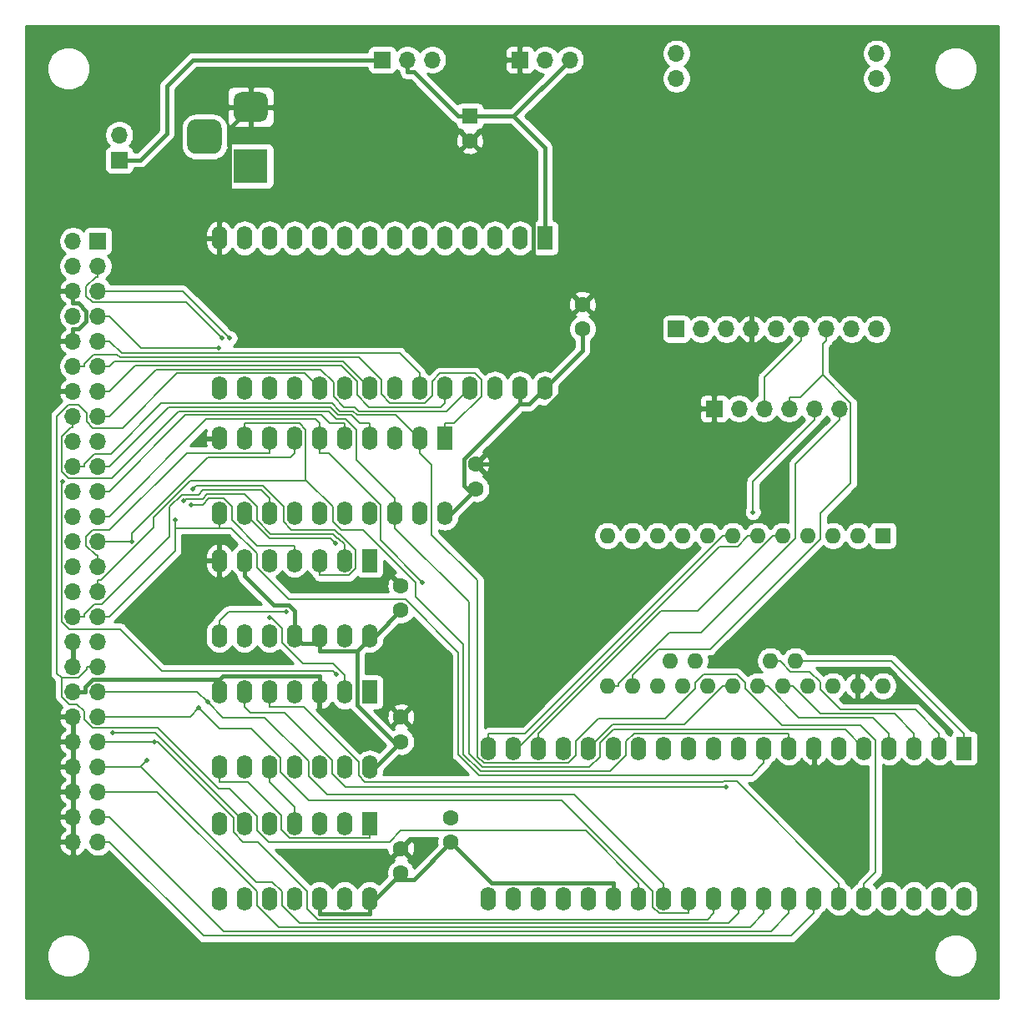
<source format=gtl>
G04 #@! TF.GenerationSoftware,KiCad,Pcbnew,(5.1.9)-1*
G04 #@! TF.CreationDate,2024-08-17T09:13:53+09:00*
G04 #@! TF.ProjectId,MZ700_SD,4d5a3730-305f-4534-942e-6b696361645f,rev?*
G04 #@! TF.SameCoordinates,PX53920b0PY93c3260*
G04 #@! TF.FileFunction,Copper,L1,Top*
G04 #@! TF.FilePolarity,Positive*
%FSLAX46Y46*%
G04 Gerber Fmt 4.6, Leading zero omitted, Abs format (unit mm)*
G04 Created by KiCad (PCBNEW (5.1.9)-1) date 2024-08-17 09:13:53*
%MOMM*%
%LPD*%
G01*
G04 APERTURE LIST*
G04 #@! TA.AperFunction,ComponentPad*
%ADD10R,1.700000X1.700000*%
G04 #@! TD*
G04 #@! TA.AperFunction,ComponentPad*
%ADD11O,1.700000X1.700000*%
G04 #@! TD*
G04 #@! TA.AperFunction,ComponentPad*
%ADD12C,1.600000*%
G04 #@! TD*
G04 #@! TA.AperFunction,ComponentPad*
%ADD13R,1.600000X2.400000*%
G04 #@! TD*
G04 #@! TA.AperFunction,ComponentPad*
%ADD14O,1.600000X2.400000*%
G04 #@! TD*
G04 #@! TA.AperFunction,ComponentPad*
%ADD15R,3.500000X3.500000*%
G04 #@! TD*
G04 #@! TA.AperFunction,ComponentPad*
%ADD16R,1.600000X1.600000*%
G04 #@! TD*
G04 #@! TA.AperFunction,ComponentPad*
%ADD17O,1.600000X1.600000*%
G04 #@! TD*
G04 #@! TA.AperFunction,ViaPad*
%ADD18C,0.500000*%
G04 #@! TD*
G04 #@! TA.AperFunction,Conductor*
%ADD19C,0.400000*%
G04 #@! TD*
G04 #@! TA.AperFunction,Conductor*
%ADD20C,0.200000*%
G04 #@! TD*
G04 #@! TA.AperFunction,Conductor*
%ADD21C,0.254000*%
G04 #@! TD*
G04 #@! TA.AperFunction,Conductor*
%ADD22C,0.100000*%
G04 #@! TD*
G04 APERTURE END LIST*
D10*
X10160000Y85725000D03*
D11*
X10160000Y88265000D03*
D10*
X66675000Y68580000D03*
D11*
X69215000Y68580000D03*
X71755000Y68580000D03*
X74295000Y68580000D03*
X76835000Y68580000D03*
X79375000Y68580000D03*
X81915000Y68580000D03*
X84455000Y68580000D03*
X86995000Y68580000D03*
X86995000Y96520000D03*
X86995000Y93980000D03*
X66675000Y96520000D03*
X66675000Y93980000D03*
D12*
X43815000Y16510000D03*
X43815000Y19010000D03*
D13*
X53340000Y77805000D03*
D14*
X20320000Y62565000D03*
X50800000Y77805000D03*
X22860000Y62565000D03*
X48260000Y77805000D03*
X25400000Y62565000D03*
X45720000Y77805000D03*
X27940000Y62565000D03*
X43180000Y77805000D03*
X30480000Y62565000D03*
X40640000Y77805000D03*
X33020000Y62565000D03*
X38100000Y77805000D03*
X35560000Y62565000D03*
X35560000Y77805000D03*
X38100000Y62565000D03*
X33020000Y77805000D03*
X40640000Y62565000D03*
X30480000Y77805000D03*
X43180000Y62565000D03*
X27940000Y77805000D03*
X45720000Y62565000D03*
X25400000Y77805000D03*
X48260000Y62565000D03*
X22860000Y77805000D03*
X50800000Y62565000D03*
X20320000Y77805000D03*
X53340000Y62565000D03*
D15*
X23495000Y85090000D03*
G04 #@! TA.AperFunction,ComponentPad*
G36*
G01*
X22495000Y92590000D02*
X24495000Y92590000D01*
G75*
G02*
X25245000Y91840000I0J-750000D01*
G01*
X25245000Y90340000D01*
G75*
G02*
X24495000Y89590000I-750000J0D01*
G01*
X22495000Y89590000D01*
G75*
G02*
X21745000Y90340000I0J750000D01*
G01*
X21745000Y91840000D01*
G75*
G02*
X22495000Y92590000I750000J0D01*
G01*
G37*
G04 #@! TD.AperFunction*
G04 #@! TA.AperFunction,ComponentPad*
G36*
G01*
X17920000Y89840000D02*
X19670000Y89840000D01*
G75*
G02*
X20545000Y88965000I0J-875000D01*
G01*
X20545000Y87215000D01*
G75*
G02*
X19670000Y86340000I-875000J0D01*
G01*
X17920000Y86340000D01*
G75*
G02*
X17045000Y87215000I0J875000D01*
G01*
X17045000Y88965000D01*
G75*
G02*
X17920000Y89840000I875000J0D01*
G01*
G37*
G04 #@! TD.AperFunction*
D10*
X8000000Y77500000D03*
D11*
X5460000Y77500000D03*
X8000000Y74960000D03*
X5460000Y74960000D03*
X8000000Y72420000D03*
X5460000Y72420000D03*
X8000000Y69880000D03*
X5460000Y69880000D03*
X8000000Y67340000D03*
X5460000Y67340000D03*
X8000000Y64800000D03*
X5460000Y64800000D03*
X8000000Y62260000D03*
X5460000Y62260000D03*
X8000000Y59720000D03*
X5460000Y59720000D03*
X8000000Y57180000D03*
X5460000Y57180000D03*
X8000000Y54640000D03*
X5460000Y54640000D03*
X8000000Y52100000D03*
X5460000Y52100000D03*
X8000000Y49560000D03*
X5460000Y49560000D03*
X8000000Y47020000D03*
X5460000Y47020000D03*
X8000000Y44480000D03*
X5460000Y44480000D03*
X8000000Y41940000D03*
X5460000Y41940000D03*
X8000000Y39400000D03*
X5460000Y39400000D03*
X8000000Y36860000D03*
X5460000Y36860000D03*
X8000000Y34320000D03*
X5460000Y34320000D03*
X8000000Y31780000D03*
X5460000Y31780000D03*
X8000000Y29240000D03*
X5460000Y29240000D03*
X8000000Y26700000D03*
X5460000Y26700000D03*
X8000000Y24160000D03*
X5460000Y24160000D03*
X8000000Y21620000D03*
X5460000Y21620000D03*
X8000000Y19080000D03*
X5460000Y19080000D03*
X8000000Y16540000D03*
X5460000Y16540000D03*
X55880000Y95885000D03*
X53340000Y95885000D03*
D10*
X50800000Y95885000D03*
D13*
X95885000Y26035000D03*
D14*
X47625000Y10795000D03*
X93345000Y26035000D03*
X50165000Y10795000D03*
X90805000Y26035000D03*
X52705000Y10795000D03*
X88265000Y26035000D03*
X55245000Y10795000D03*
X85725000Y26035000D03*
X57785000Y10795000D03*
X83185000Y26035000D03*
X60325000Y10795000D03*
X80645000Y26035000D03*
X62865000Y10795000D03*
X78105000Y26035000D03*
X65405000Y10795000D03*
X75565000Y26035000D03*
X67945000Y10795000D03*
X73025000Y26035000D03*
X70485000Y10795000D03*
X70485000Y26035000D03*
X73025000Y10795000D03*
X67945000Y26035000D03*
X75565000Y10795000D03*
X65405000Y26035000D03*
X78105000Y10795000D03*
X62865000Y26035000D03*
X80645000Y10795000D03*
X60325000Y26035000D03*
X83185000Y10795000D03*
X57785000Y26035000D03*
X85725000Y10795000D03*
X55245000Y26035000D03*
X88265000Y10795000D03*
X52705000Y26035000D03*
X90805000Y10795000D03*
X50165000Y26035000D03*
X93345000Y10795000D03*
X47625000Y26035000D03*
X95885000Y10795000D03*
D10*
X36830000Y95885000D03*
D11*
X39370000Y95885000D03*
X41910000Y95885000D03*
D12*
X57150000Y68580000D03*
X57150000Y71080000D03*
D16*
X45720000Y90170000D03*
D12*
X45720000Y87670000D03*
D16*
X87630000Y47625000D03*
D17*
X85090000Y47625000D03*
X82550000Y47625000D03*
X59690000Y32385000D03*
X80010000Y47625000D03*
X62230000Y32385000D03*
X77470000Y47625000D03*
X64770000Y32385000D03*
X74930000Y47625000D03*
X67310000Y32385000D03*
X72390000Y47625000D03*
X69850000Y32385000D03*
X69850000Y47625000D03*
X72390000Y32385000D03*
X67310000Y47625000D03*
X74930000Y32385000D03*
X64770000Y47625000D03*
X77470000Y32385000D03*
X62230000Y47625000D03*
X80010000Y32385000D03*
X59690000Y47625000D03*
X82550000Y32385000D03*
X85090000Y32385000D03*
X87630000Y32385000D03*
X78740000Y34925000D03*
X76200000Y34925000D03*
X68580000Y34925000D03*
X66040000Y34925000D03*
D12*
X38735000Y29210000D03*
X38735000Y26710000D03*
X38735000Y40045000D03*
X38735000Y42545000D03*
X38735000Y15875000D03*
X38735000Y13375000D03*
D14*
X35560000Y24130000D03*
X20320000Y31750000D03*
X33020000Y24130000D03*
X22860000Y31750000D03*
X30480000Y24130000D03*
X25400000Y31750000D03*
X27940000Y24130000D03*
X27940000Y31750000D03*
X25400000Y24130000D03*
X30480000Y31750000D03*
X22860000Y24130000D03*
X33020000Y31750000D03*
X20320000Y24130000D03*
D13*
X35560000Y31750000D03*
X35560000Y45085000D03*
D14*
X20320000Y37465000D03*
X33020000Y45085000D03*
X22860000Y37465000D03*
X30480000Y45085000D03*
X25400000Y37465000D03*
X27940000Y45085000D03*
X27940000Y37465000D03*
X25400000Y45085000D03*
X30480000Y37465000D03*
X22860000Y45085000D03*
X33020000Y37465000D03*
X20320000Y45085000D03*
X35560000Y37465000D03*
D13*
X35560000Y18415000D03*
D14*
X20320000Y10795000D03*
X33020000Y18415000D03*
X22860000Y10795000D03*
X30480000Y18415000D03*
X25400000Y10795000D03*
X27940000Y18415000D03*
X27940000Y10795000D03*
X25400000Y18415000D03*
X30480000Y10795000D03*
X22860000Y18415000D03*
X33020000Y10795000D03*
X20320000Y18415000D03*
X35560000Y10795000D03*
D10*
X70500000Y60500000D03*
D11*
X73040000Y60500000D03*
X75580000Y60500000D03*
X78120000Y60500000D03*
X80660000Y60500000D03*
X83200000Y60500000D03*
D12*
X46355000Y54864000D03*
X46355000Y52364000D03*
D13*
X43180000Y57490000D03*
D14*
X20320000Y49870000D03*
X40640000Y57490000D03*
X22860000Y49870000D03*
X38100000Y57490000D03*
X25400000Y49870000D03*
X35560000Y57490000D03*
X27940000Y49870000D03*
X33020000Y57490000D03*
X30480000Y49870000D03*
X30480000Y57490000D03*
X33020000Y49870000D03*
X27940000Y57490000D03*
X35560000Y49870000D03*
X25400000Y57490000D03*
X38100000Y49870000D03*
X22860000Y57490000D03*
X40640000Y49870000D03*
X20320000Y57490000D03*
X43180000Y49870000D03*
D18*
X25400000Y39310000D03*
X27120600Y39869900D03*
X71689000Y22124200D03*
X20555900Y67652000D03*
X16719400Y51171000D03*
X21361900Y67624300D03*
X17636200Y52335000D03*
X20268200Y66648800D03*
X17419700Y50759000D03*
X4386200Y53075900D03*
X32182600Y33519800D03*
X9452500Y27583100D03*
X40938500Y42880700D03*
X11414400Y47020000D03*
X15819600Y49168800D03*
X19120600Y30741300D03*
X18223500Y30115900D03*
X13737300Y26700000D03*
X12927700Y24836200D03*
X74442000Y50002000D03*
X32136300Y46802500D03*
D19*
X27940000Y37465000D02*
X27940000Y39970200D01*
X27940000Y39970200D02*
X27390000Y40520200D01*
X27390000Y40520200D02*
X25824500Y40520200D01*
X25824500Y40520200D02*
X22860000Y43484700D01*
X22860000Y45085000D02*
X22860000Y43484700D01*
X30480000Y36664900D02*
X28740100Y36664900D01*
X28740100Y36664900D02*
X27940000Y37465000D01*
X30480000Y36664900D02*
X30480000Y35864700D01*
X30480000Y37465000D02*
X30480000Y36664900D01*
X43815000Y16510000D02*
X47929700Y12395300D01*
X47929700Y12395300D02*
X60325000Y12395300D01*
X60325000Y10795000D02*
X60325000Y12395300D01*
X38095100Y12735100D02*
X40040100Y12735100D01*
X40040100Y12735100D02*
X43815000Y16510000D01*
X34290000Y35864700D02*
X34290000Y35897500D01*
X34290000Y35897500D02*
X35857500Y37465000D01*
X38735000Y26710000D02*
X37999900Y26710000D01*
X37999900Y26710000D02*
X34290000Y30419900D01*
X34290000Y30419900D02*
X34290000Y35864700D01*
X34290000Y35864700D02*
X30480000Y35864700D01*
X30480000Y10795000D02*
X30480000Y9194700D01*
X50165000Y90170000D02*
X55880000Y95885000D01*
X45720000Y90170000D02*
X50165000Y90170000D01*
X53340000Y77805000D02*
X53340000Y86995000D01*
X53340000Y86995000D02*
X50165000Y90170000D01*
X45890600Y51899600D02*
X45130900Y52659300D01*
X45130900Y52659300D02*
X45130900Y55364800D01*
X45130900Y55364800D02*
X50730800Y60964700D01*
X50730800Y60964700D02*
X50800000Y60964700D01*
X45890600Y51899600D02*
X43861000Y49870000D01*
X43861000Y49870000D02*
X43180000Y49870000D01*
X46355000Y52364000D02*
X45890600Y51899600D01*
X50800000Y62565000D02*
X50800000Y60964700D01*
X50800000Y60964700D02*
X51739700Y60964700D01*
X51739700Y60964700D02*
X53340000Y62565000D01*
X38095100Y12735100D02*
X36155000Y10795000D01*
X36155000Y10795000D02*
X35560000Y10795000D01*
X38735000Y13375000D02*
X38095100Y12735100D01*
X35560000Y10795000D02*
X35560000Y9194700D01*
X35560000Y9194700D02*
X30480000Y9194700D01*
X57150000Y68580000D02*
X57150000Y66375000D01*
X57150000Y66375000D02*
X53340000Y62565000D01*
X35857500Y37465000D02*
X35560000Y37465000D01*
X38735000Y40045000D02*
X36155000Y37465000D01*
X36155000Y37465000D02*
X35857500Y37465000D01*
X39370000Y95885000D02*
X39370000Y94634700D01*
X45720000Y90170000D02*
X44519700Y90170000D01*
X44519700Y90170000D02*
X40055000Y94634700D01*
X40055000Y94634700D02*
X39370000Y94634700D01*
X38735000Y26710000D02*
X36155000Y24130000D01*
X36155000Y24130000D02*
X35560000Y24130000D01*
X20320000Y33040200D02*
X20630100Y33350300D01*
X20630100Y33350300D02*
X30480000Y33350300D01*
X6710300Y31780000D02*
X6710300Y32298100D01*
X6710300Y32298100D02*
X7452400Y33040200D01*
X7452400Y33040200D02*
X20320000Y33040200D01*
X30480000Y31750000D02*
X30480000Y33350300D01*
X20320000Y77805000D02*
X20320000Y79405300D01*
X23495000Y91090000D02*
X21344600Y88939600D01*
X21344600Y88939600D02*
X21344600Y80429900D01*
X21344600Y80429900D02*
X20320000Y79405300D01*
X5460000Y72420000D02*
X5460000Y71169700D01*
X5460000Y67340000D02*
X5460000Y68590300D01*
X5460000Y68590300D02*
X6007000Y68590300D01*
X6007000Y68590300D02*
X6749600Y69332900D01*
X6749600Y69332900D02*
X6749600Y70398200D01*
X6749600Y70398200D02*
X5978100Y71169700D01*
X5978100Y71169700D02*
X5460000Y71169700D01*
X5460000Y31780000D02*
X6710300Y31780000D01*
X20320000Y31750000D02*
X20320000Y33040200D01*
X45720000Y87670000D02*
X52139600Y81250400D01*
X52139600Y81250400D02*
X52139600Y76090400D01*
X52139600Y76090400D02*
X57150000Y71080000D01*
X60578200Y67651900D02*
X57150000Y71080000D01*
X70500000Y63534700D02*
X64695300Y63534700D01*
X64695300Y63534700D02*
X60578200Y67651900D01*
X60578200Y67651900D02*
X47790300Y54864000D01*
X47790300Y54864000D02*
X46355000Y54864000D01*
X70500000Y63534700D02*
X74295000Y67329700D01*
X70500000Y60500000D02*
X70500000Y63534700D01*
X74295000Y68580000D02*
X74295000Y67329700D01*
X10160000Y85725000D02*
X12319000Y85725000D01*
X12319000Y85725000D02*
X14986000Y88392000D01*
X14986000Y88392000D02*
X14986000Y93218000D01*
X14986000Y93218000D02*
X17653000Y95885000D01*
X17653000Y95885000D02*
X36830000Y95885000D01*
D20*
X95885000Y26035000D02*
X95885000Y27535300D01*
X95885000Y27535300D02*
X88495300Y34925000D01*
X88495300Y34925000D02*
X78740000Y34925000D01*
X93345000Y26035000D02*
X93345000Y27535300D01*
X76200000Y34925000D02*
X77300300Y34925000D01*
X77300300Y34925000D02*
X77300300Y34787300D01*
X77300300Y34787300D02*
X78262900Y33824700D01*
X78262900Y33824700D02*
X80193600Y33824700D01*
X80193600Y33824700D02*
X81280000Y32738300D01*
X81280000Y32738300D02*
X81280000Y32011400D01*
X81280000Y32011400D02*
X83337800Y29953600D01*
X83337800Y29953600D02*
X90926700Y29953600D01*
X90926700Y29953600D02*
X93345000Y27535300D01*
X90805000Y26035000D02*
X90805000Y27535300D01*
X77470000Y32385000D02*
X78570300Y32385000D01*
X78570300Y32385000D02*
X78570300Y32247500D01*
X78570300Y32247500D02*
X81264600Y29553200D01*
X81264600Y29553200D02*
X88787100Y29553200D01*
X88787100Y29553200D02*
X90805000Y27535300D01*
X88265000Y26035000D02*
X88265000Y27535300D01*
X74930000Y32385000D02*
X76030300Y32385000D01*
X76030300Y32385000D02*
X76030300Y32247500D01*
X76030300Y32247500D02*
X79125000Y29152800D01*
X79125000Y29152800D02*
X86647500Y29152800D01*
X86647500Y29152800D02*
X88265000Y27535300D01*
X72390000Y32385000D02*
X71289700Y32385000D01*
X71289700Y32385000D02*
X71289700Y32247500D01*
X71289700Y32247500D02*
X67475200Y28433000D01*
X67475200Y28433000D02*
X60183000Y28433000D01*
X60183000Y28433000D02*
X57785000Y26035000D01*
X33020000Y33250300D02*
X33020000Y33460700D01*
X33020000Y33460700D02*
X31849200Y34631500D01*
X31849200Y34631500D02*
X28816800Y34631500D01*
X28816800Y34631500D02*
X26670000Y36778300D01*
X26670000Y36778300D02*
X26670000Y38203600D01*
X26670000Y38203600D02*
X25563600Y39310000D01*
X25563600Y39310000D02*
X25400000Y39310000D01*
X33020000Y31750000D02*
X33020000Y33250300D01*
X20320000Y24130000D02*
X20320000Y22629700D01*
X35560000Y18415000D02*
X35560000Y16914700D01*
X35560000Y16914700D02*
X27464600Y16914700D01*
X27464600Y16914700D02*
X26582900Y17796400D01*
X26582900Y17796400D02*
X26582900Y19226700D01*
X26582900Y19226700D02*
X23179900Y22629700D01*
X23179900Y22629700D02*
X20320000Y22629700D01*
X20320000Y37465000D02*
X20320000Y38965300D01*
X20320000Y38965300D02*
X21224600Y39869900D01*
X21224600Y39869900D02*
X27120600Y39869900D01*
X25400000Y24130000D02*
X25400000Y22629700D01*
X27940000Y18415000D02*
X27940000Y20089700D01*
X27940000Y20089700D02*
X25400000Y22629700D01*
X52705000Y26035000D02*
X52705000Y27535300D01*
X77470000Y47625000D02*
X76369700Y47625000D01*
X76369700Y47625000D02*
X76369700Y47487500D01*
X76369700Y47487500D02*
X68828800Y39946600D01*
X68828800Y39946600D02*
X65116300Y39946600D01*
X65116300Y39946600D02*
X52705000Y27535300D01*
X74930000Y47625000D02*
X73829700Y47625000D01*
X73829700Y47625000D02*
X73829700Y47487300D01*
X73829700Y47487300D02*
X72867100Y46524700D01*
X72867100Y46524700D02*
X71008200Y46524700D01*
X71008200Y46524700D02*
X50518500Y26035000D01*
X50518500Y26035000D02*
X50165000Y26035000D01*
X47625000Y26035000D02*
X47625000Y27535300D01*
X72390000Y47625000D02*
X71289700Y47625000D01*
X71289700Y47625000D02*
X71289700Y47498700D01*
X71289700Y47498700D02*
X51326300Y27535300D01*
X51326300Y27535300D02*
X47625000Y27535300D01*
X71689000Y22124200D02*
X33069100Y22124200D01*
X33069100Y22124200D02*
X31750000Y23443300D01*
X31750000Y23443300D02*
X31750000Y24845900D01*
X31750000Y24845900D02*
X26970300Y29625600D01*
X26970300Y29625600D02*
X23484100Y29625600D01*
X23484100Y29625600D02*
X22860000Y30249700D01*
X22860000Y31750000D02*
X22860000Y30249700D01*
X16719400Y51171000D02*
X16857700Y51309300D01*
X16857700Y51309300D02*
X18595900Y51309300D01*
X18595900Y51309300D02*
X19096200Y51809600D01*
X19096200Y51809600D02*
X22889300Y51809600D01*
X22889300Y51809600D02*
X24130000Y50568900D01*
X24130000Y50568900D02*
X24130000Y49166300D01*
X24130000Y49166300D02*
X25528900Y47767400D01*
X25528900Y47767400D02*
X31837900Y47767400D01*
X31837900Y47767400D02*
X32234700Y47370600D01*
X32234700Y47370600D02*
X32374400Y47370600D01*
X32374400Y47370600D02*
X33020000Y46725000D01*
X33020000Y46725000D02*
X33020000Y46585300D01*
X8000000Y73809700D02*
X7761600Y73809700D01*
X7761600Y73809700D02*
X6821500Y72869600D01*
X6821500Y72869600D02*
X6821500Y71910000D01*
X6821500Y71910000D02*
X7461900Y71269600D01*
X7461900Y71269600D02*
X16938300Y71269600D01*
X16938300Y71269600D02*
X20555900Y67652000D01*
X33020000Y45085000D02*
X33020000Y46585300D01*
X8000000Y74960000D02*
X8000000Y73809700D01*
X21361900Y67624300D02*
X16566200Y72420000D01*
X16566200Y72420000D02*
X8000000Y72420000D01*
X30480000Y43584700D02*
X33490600Y43584700D01*
X33490600Y43584700D02*
X34156100Y44250200D01*
X34156100Y44250200D02*
X34156100Y46155100D01*
X34156100Y46155100D02*
X32540300Y47770900D01*
X32540300Y47770900D02*
X32400700Y47770900D01*
X32400700Y47770900D02*
X32000000Y48171600D01*
X32000000Y48171600D02*
X27637200Y48171600D01*
X27637200Y48171600D02*
X26811700Y48997100D01*
X26811700Y48997100D02*
X26811700Y50572800D01*
X26811700Y50572800D02*
X24730700Y52653800D01*
X24730700Y52653800D02*
X17955000Y52653800D01*
X17955000Y52653800D02*
X17636200Y52335000D01*
X30480000Y45085000D02*
X30480000Y43584700D01*
X9150300Y69880000D02*
X12381500Y66648800D01*
X12381500Y66648800D02*
X20268200Y66648800D01*
X8000000Y69880000D02*
X9150300Y69880000D01*
X17419700Y50759000D02*
X18611800Y50759000D01*
X18611800Y50759000D02*
X19243700Y51390900D01*
X19243700Y51390900D02*
X20769700Y51390900D01*
X20769700Y51390900D02*
X21590000Y50570600D01*
X21590000Y50570600D02*
X21590000Y49158600D01*
X21590000Y49158600D02*
X24163300Y46585300D01*
X24163300Y46585300D02*
X27940000Y46585300D01*
X27940000Y45085000D02*
X27940000Y46585300D01*
X32182600Y33519800D02*
X31803100Y33899300D01*
X31803100Y33899300D02*
X14476000Y33899300D01*
X14476000Y33899300D02*
X10245300Y38130000D01*
X10245300Y38130000D02*
X5051500Y38130000D01*
X5051500Y38130000D02*
X4309600Y38871900D01*
X4309600Y38871900D02*
X4309600Y52999300D01*
X4309600Y52999300D02*
X4386200Y53075900D01*
X40640000Y64065300D02*
X38606900Y66098400D01*
X38606900Y66098400D02*
X10391900Y66098400D01*
X10391900Y66098400D02*
X9150300Y67340000D01*
X8000000Y67340000D02*
X9150300Y67340000D01*
X40640000Y62565000D02*
X40640000Y64065300D01*
X8000000Y64800000D02*
X9150300Y64800000D01*
X9150300Y64800000D02*
X9648000Y65297700D01*
X9648000Y65297700D02*
X32827300Y65297700D01*
X32827300Y65297700D02*
X35560000Y62565000D01*
X43180000Y58990300D02*
X44142800Y58990300D01*
X44142800Y58990300D02*
X46892800Y61740300D01*
X46892800Y61740300D02*
X46892800Y63384900D01*
X46892800Y63384900D02*
X46212300Y64065400D01*
X46212300Y64065400D02*
X42692600Y64065400D01*
X42692600Y64065400D02*
X41910000Y63282800D01*
X41910000Y63282800D02*
X41910000Y61853100D01*
X41910000Y61853100D02*
X41121600Y61064700D01*
X41121600Y61064700D02*
X37639600Y61064700D01*
X37639600Y61064700D02*
X36743600Y61960700D01*
X36743600Y61960700D02*
X36743600Y63406100D01*
X36743600Y63406100D02*
X34451600Y65698100D01*
X34451600Y65698100D02*
X10225900Y65698100D01*
X10225900Y65698100D02*
X9929400Y65994600D01*
X9929400Y65994600D02*
X7566500Y65994600D01*
X7566500Y65994600D02*
X6610300Y65038400D01*
X6610300Y65038400D02*
X6610300Y64800000D01*
X5460000Y64800000D02*
X6610300Y64800000D01*
X43180000Y57490000D02*
X43180000Y58990300D01*
X43180000Y62565000D02*
X43180000Y61064700D01*
X8000000Y62260000D02*
X9150300Y62260000D01*
X9150300Y62260000D02*
X11787600Y64897300D01*
X11787600Y64897300D02*
X32650300Y64897300D01*
X32650300Y64897300D02*
X34290000Y63257600D01*
X34290000Y63257600D02*
X34290000Y61865300D01*
X34290000Y61865300D02*
X35523300Y60632000D01*
X35523300Y60632000D02*
X42747300Y60632000D01*
X42747300Y60632000D02*
X43180000Y61064700D01*
X9150300Y59720000D02*
X13909700Y64479400D01*
X13909700Y64479400D02*
X30542200Y64479400D01*
X30542200Y64479400D02*
X31883500Y63138100D01*
X31883500Y63138100D02*
X31883500Y61719600D01*
X31883500Y61719600D02*
X32971200Y60631900D01*
X32971200Y60631900D02*
X34066400Y60631900D01*
X34066400Y60631900D02*
X34466700Y60231600D01*
X34466700Y60231600D02*
X43386600Y60231600D01*
X43386600Y60231600D02*
X45720000Y62565000D01*
X8000000Y59720000D02*
X9150300Y59720000D01*
X5460000Y59720000D02*
X5460000Y58569700D01*
X38100000Y49870000D02*
X38100000Y51370300D01*
X38100000Y51370300D02*
X34203600Y55266700D01*
X34203600Y55266700D02*
X34203600Y58374200D01*
X34203600Y58374200D02*
X33146800Y59431000D01*
X33146800Y59431000D02*
X32184400Y59431000D01*
X32184400Y59431000D02*
X31383900Y60231500D01*
X31383900Y60231500D02*
X16167300Y60231500D01*
X16167300Y60231500D02*
X9395600Y53459800D01*
X9395600Y53459800D02*
X4991300Y53459800D01*
X4991300Y53459800D02*
X4304000Y54147100D01*
X4304000Y54147100D02*
X4304000Y57652100D01*
X4304000Y57652100D02*
X5221600Y58569700D01*
X5221600Y58569700D02*
X5460000Y58569700D01*
X38100000Y49119900D02*
X38100000Y49870000D01*
X38100000Y49119900D02*
X38100000Y48369700D01*
X85725000Y26035000D02*
X83823800Y27936200D01*
X83823800Y27936200D02*
X60261200Y27936200D01*
X60261200Y27936200D02*
X58913400Y26588400D01*
X58913400Y26588400D02*
X58913400Y25157900D01*
X58913400Y25157900D02*
X57865000Y24109500D01*
X57865000Y24109500D02*
X46996800Y24109500D01*
X46996800Y24109500D02*
X45602200Y25504100D01*
X45602200Y25504100D02*
X45602200Y40867600D01*
X45602200Y40867600D02*
X45602100Y40867600D01*
X45602100Y40867600D02*
X38100000Y48369700D01*
X22860000Y18415000D02*
X22860000Y18512200D01*
X22860000Y18512200D02*
X13789100Y27583100D01*
X13789100Y27583100D02*
X9452500Y27583100D01*
X35560000Y58990300D02*
X34569800Y58990300D01*
X34569800Y58990300D02*
X33728800Y59831300D01*
X33728800Y59831300D02*
X32350200Y59831300D01*
X32350200Y59831300D02*
X31549700Y60631800D01*
X31549700Y60631800D02*
X15142100Y60631800D01*
X15142100Y60631800D02*
X9150300Y54640000D01*
X8000000Y54640000D02*
X9150300Y54640000D01*
X35560000Y57490000D02*
X35560000Y58990300D01*
X40640000Y55989700D02*
X41854800Y54774900D01*
X41854800Y54774900D02*
X41854800Y47713700D01*
X41854800Y47713700D02*
X46485600Y43082900D01*
X46485600Y43082900D02*
X46485600Y25189200D01*
X46485600Y25189200D02*
X47140100Y24534700D01*
X47140100Y24534700D02*
X55705100Y24534700D01*
X55705100Y24534700D02*
X56515000Y25344600D01*
X56515000Y25344600D02*
X56515000Y26794500D01*
X56515000Y26794500D02*
X58753900Y29033400D01*
X58753900Y29033400D02*
X65540500Y29033400D01*
X65540500Y29033400D02*
X68580000Y32072900D01*
X68580000Y32072900D02*
X68580000Y32686100D01*
X68580000Y32686100D02*
X69427800Y33533900D01*
X69427800Y33533900D02*
X72804100Y33533900D01*
X72804100Y33533900D02*
X73660000Y32678000D01*
X73660000Y32678000D02*
X73660000Y32090000D01*
X73660000Y32090000D02*
X77395600Y28354400D01*
X77395600Y28354400D02*
X85386100Y28354400D01*
X85386100Y28354400D02*
X86868900Y26871600D01*
X86868900Y26871600D02*
X86868900Y13439200D01*
X86868900Y13439200D02*
X85725000Y12295300D01*
X40640000Y57381700D02*
X38190400Y59831300D01*
X38190400Y59831300D02*
X34300900Y59831300D01*
X34300900Y59831300D02*
X33900600Y60231600D01*
X33900600Y60231600D02*
X32516000Y60231600D01*
X32516000Y60231600D02*
X31715500Y61032100D01*
X31715500Y61032100D02*
X14427900Y61032100D01*
X14427900Y61032100D02*
X9305800Y55910000D01*
X9305800Y55910000D02*
X7641900Y55910000D01*
X7641900Y55910000D02*
X6610300Y54878400D01*
X6610300Y54878400D02*
X6610300Y54640000D01*
X5460000Y54640000D02*
X6610300Y54640000D01*
X40640000Y57381700D02*
X40640000Y55989700D01*
X40640000Y57490000D02*
X40640000Y57381700D01*
X85725000Y10795000D02*
X85725000Y12295300D01*
X8000000Y52100000D02*
X9150300Y52100000D01*
X33020000Y57490000D02*
X33020000Y58990300D01*
X33020000Y58990300D02*
X31519700Y58990300D01*
X31519700Y58990300D02*
X30678900Y59831100D01*
X30678900Y59831100D02*
X16881400Y59831100D01*
X16881400Y59831100D02*
X9150300Y52100000D01*
X9150300Y49560000D02*
X19008500Y59418200D01*
X19008500Y59418200D02*
X30052100Y59418200D01*
X30052100Y59418200D02*
X30480000Y58990300D01*
X8000000Y49560000D02*
X9150300Y49560000D01*
X30480000Y57490000D02*
X30480000Y58990300D01*
X30480000Y57370800D02*
X30480000Y57490000D01*
X30480000Y57370800D02*
X30480000Y55989700D01*
X30480000Y55989700D02*
X31417700Y55989700D01*
X31417700Y55989700D02*
X36688400Y50719000D01*
X36688400Y50719000D02*
X36688400Y47130800D01*
X36688400Y47130800D02*
X40938500Y42880700D01*
X27940000Y55989700D02*
X27539600Y55589300D01*
X27539600Y55589300D02*
X19154100Y55589300D01*
X19154100Y55589300D02*
X11414400Y47849600D01*
X11414400Y47849600D02*
X11414400Y47020000D01*
X8000000Y47020000D02*
X11414400Y47020000D01*
X27940000Y57490000D02*
X27940000Y55989700D01*
X25400000Y55989700D02*
X16987700Y55989700D01*
X16987700Y55989700D02*
X9168500Y48170500D01*
X9168500Y48170500D02*
X7461900Y48170500D01*
X7461900Y48170500D02*
X6821500Y47530100D01*
X6821500Y47530100D02*
X6821500Y46570400D01*
X6821500Y46570400D02*
X7761600Y45630300D01*
X7761600Y45630300D02*
X8000000Y45630300D01*
X8000000Y44480000D02*
X8000000Y45630300D01*
X25400000Y57490000D02*
X25400000Y55989700D01*
X29076900Y53210500D02*
X29076900Y58371700D01*
X29076900Y58371700D02*
X28458300Y58990300D01*
X28458300Y58990300D02*
X22860000Y58990300D01*
X8000000Y43090300D02*
X8268100Y43090300D01*
X8268100Y43090300D02*
X13616200Y48438400D01*
X13616200Y48438400D02*
X13616200Y49464600D01*
X13616200Y49464600D02*
X17362100Y53210500D01*
X17362100Y53210500D02*
X29076900Y53210500D01*
X78105000Y27535300D02*
X62404400Y27535300D01*
X62404400Y27535300D02*
X61595000Y26725900D01*
X61595000Y26725900D02*
X61595000Y25302300D01*
X61595000Y25302300D02*
X59972800Y23680100D01*
X59972800Y23680100D02*
X46832300Y23680100D01*
X46832300Y23680100D02*
X45075500Y25436900D01*
X45075500Y25436900D02*
X45075500Y36583400D01*
X45075500Y36583400D02*
X40214300Y41444600D01*
X40214300Y41444600D02*
X40214300Y42859900D01*
X40214300Y42859900D02*
X34903000Y48171200D01*
X34903000Y48171200D02*
X32669200Y48171200D01*
X32669200Y48171200D02*
X31834200Y49006200D01*
X31834200Y49006200D02*
X31834200Y50541800D01*
X31834200Y50541800D02*
X29165500Y53210500D01*
X29165500Y53210500D02*
X29076900Y53210500D01*
X22860000Y57490000D02*
X22860000Y58990300D01*
X78105000Y26035000D02*
X78105000Y27535300D01*
X8000000Y41940000D02*
X8000000Y43090300D01*
X20320000Y48369700D02*
X21531600Y48369700D01*
X21531600Y48369700D02*
X24130000Y45771300D01*
X24130000Y45771300D02*
X24130000Y44362000D01*
X24130000Y44362000D02*
X27325300Y41166700D01*
X27325300Y41166700D02*
X39182700Y41166700D01*
X39182700Y41166700D02*
X44576900Y35772500D01*
X44576900Y35772500D02*
X44576900Y25369400D01*
X44576900Y25369400D02*
X46666500Y23279800D01*
X46666500Y23279800D02*
X74310100Y23279800D01*
X74310100Y23279800D02*
X75565000Y24534700D01*
X15819600Y48369700D02*
X15819600Y49168800D01*
X15819600Y48369700D02*
X20320000Y48369700D01*
X9150300Y39400000D02*
X15819600Y46069300D01*
X15819600Y46069300D02*
X15819600Y48369700D01*
X8000000Y39400000D02*
X9150300Y39400000D01*
X75565000Y26035000D02*
X75565000Y24534700D01*
X20320000Y49870000D02*
X20320000Y48369700D01*
X6610300Y39400000D02*
X6610300Y39638400D01*
X6610300Y39638400D02*
X7641900Y40670000D01*
X7641900Y40670000D02*
X8394900Y40670000D01*
X8394900Y40670000D02*
X15269200Y47544300D01*
X15269200Y47544300D02*
X15269200Y50524600D01*
X15269200Y50524600D02*
X16495500Y51750900D01*
X16495500Y51750900D02*
X18188500Y51750900D01*
X18188500Y51750900D02*
X18647600Y52210000D01*
X18647600Y52210000D02*
X24560300Y52210000D01*
X24560300Y52210000D02*
X25400000Y51370300D01*
X5460000Y39400000D02*
X6610300Y39400000D01*
X25400000Y49870000D02*
X25400000Y51370300D01*
X83185000Y12295300D02*
X72805800Y22674500D01*
X72805800Y22674500D02*
X71461100Y22674500D01*
X71461100Y22674500D02*
X71391100Y22604500D01*
X71391100Y22604500D02*
X35078900Y22604500D01*
X35078900Y22604500D02*
X34431700Y23251700D01*
X34431700Y23251700D02*
X34431700Y24676200D01*
X34431700Y24676200D02*
X28858200Y30249700D01*
X28858200Y30249700D02*
X25400000Y30249700D01*
X25400000Y31750000D02*
X25400000Y30249700D01*
X83185000Y10795000D02*
X83185000Y12295300D01*
X30480000Y62565000D02*
X28965900Y64079100D01*
X28965900Y64079100D02*
X16008900Y64079100D01*
X16008900Y64079100D02*
X10476500Y58546700D01*
X10476500Y58546700D02*
X7484800Y58546700D01*
X7484800Y58546700D02*
X6849600Y59181900D01*
X6849600Y59181900D02*
X6849600Y60018900D01*
X6849600Y60018900D02*
X5998100Y60870400D01*
X5998100Y60870400D02*
X4969400Y60870400D01*
X4969400Y60870400D02*
X3835900Y59736900D01*
X3835900Y59736900D02*
X3835900Y33643600D01*
X3835900Y33643600D02*
X4309800Y33169700D01*
X4309800Y33169700D02*
X4297700Y33157600D01*
X4297700Y33157600D02*
X4297700Y31279600D01*
X4297700Y31279600D02*
X5067300Y30510000D01*
X5067300Y30510000D02*
X5878500Y30510000D01*
X5878500Y30510000D02*
X6610400Y29778100D01*
X6610400Y29778100D02*
X6610400Y28941100D01*
X6610400Y28941100D02*
X7461900Y28089600D01*
X7461900Y28089600D02*
X8721700Y28089600D01*
X8721700Y28089600D02*
X8765500Y28133400D01*
X8765500Y28133400D02*
X14030400Y28133400D01*
X14030400Y28133400D02*
X20216500Y21947300D01*
X20216500Y21947300D02*
X21322600Y21947300D01*
X21322600Y21947300D02*
X24130000Y19139900D01*
X24130000Y19139900D02*
X24130000Y17676600D01*
X24130000Y17676600D02*
X25300600Y16506000D01*
X25300600Y16506000D02*
X37572800Y16506000D01*
X37572800Y16506000D02*
X38735600Y17668800D01*
X38735600Y17668800D02*
X57491500Y17668800D01*
X57491500Y17668800D02*
X62865000Y12295300D01*
X6849700Y34320000D02*
X6849700Y34032300D01*
X6849700Y34032300D02*
X5987100Y33169700D01*
X5987100Y33169700D02*
X4309800Y33169700D01*
X8000000Y34320000D02*
X6849700Y34320000D01*
X62865000Y10795000D02*
X62865000Y12295300D01*
X19120600Y30741300D02*
X20698000Y29163900D01*
X20698000Y29163900D02*
X24925000Y29163900D01*
X24925000Y29163900D02*
X29379600Y24709300D01*
X29379600Y24709300D02*
X29379600Y23209800D01*
X29379600Y23209800D02*
X31216800Y21372600D01*
X31216800Y21372600D02*
X56327700Y21372600D01*
X56327700Y21372600D02*
X65405000Y12295300D01*
X8000000Y31780000D02*
X18081900Y31780000D01*
X18081900Y31780000D02*
X19120600Y30741300D01*
X65405000Y10795000D02*
X65405000Y12295300D01*
X18223500Y30115900D02*
X20333400Y28006000D01*
X20333400Y28006000D02*
X23527900Y28006000D01*
X23527900Y28006000D02*
X26501200Y25032700D01*
X26501200Y25032700D02*
X26501200Y23598300D01*
X26501200Y23598300D02*
X29365400Y20734100D01*
X29365400Y20734100D02*
X55067400Y20734100D01*
X55067400Y20734100D02*
X64304600Y11496900D01*
X64304600Y11496900D02*
X64304600Y9932900D01*
X64304600Y9932900D02*
X64942800Y9294700D01*
X64942800Y9294700D02*
X67945000Y9294700D01*
X9150300Y29240000D02*
X17347600Y29240000D01*
X17347600Y29240000D02*
X18223500Y30115900D01*
X8000000Y29240000D02*
X9150300Y29240000D01*
X67945000Y10795000D02*
X67945000Y9294700D01*
X13737300Y26700000D02*
X14033500Y26700000D01*
X14033500Y26700000D02*
X21731700Y19001800D01*
X21731700Y19001800D02*
X21731700Y17538100D01*
X21731700Y17538100D02*
X22728100Y16541700D01*
X22728100Y16541700D02*
X24189500Y16541700D01*
X24189500Y16541700D02*
X29210000Y11521200D01*
X29210000Y11521200D02*
X29210000Y9752600D01*
X29210000Y9752600D02*
X30282000Y8680600D01*
X30282000Y8680600D02*
X69870900Y8680600D01*
X69870900Y8680600D02*
X70485000Y9294700D01*
X8000000Y26700000D02*
X13737300Y26700000D01*
X70485000Y10795000D02*
X70485000Y9294700D01*
X12342300Y24160000D02*
X12342300Y24250800D01*
X12342300Y24250800D02*
X12927700Y24836200D01*
X12342300Y24160000D02*
X24023200Y12479100D01*
X24023200Y12479100D02*
X25689100Y12479100D01*
X25689100Y12479100D02*
X26670000Y11498200D01*
X26670000Y11498200D02*
X26670000Y10091000D01*
X26670000Y10091000D02*
X28494600Y8266400D01*
X28494600Y8266400D02*
X71996700Y8266400D01*
X71996700Y8266400D02*
X73025000Y9294700D01*
X12342300Y24160000D02*
X8000000Y24160000D01*
X73025000Y10795000D02*
X73025000Y9294700D01*
X75565000Y9294700D02*
X74136200Y7865900D01*
X74136200Y7865900D02*
X26340200Y7865900D01*
X26340200Y7865900D02*
X24130000Y10076100D01*
X24130000Y10076100D02*
X24130000Y11481300D01*
X24130000Y11481300D02*
X13991300Y21620000D01*
X13991300Y21620000D02*
X8000000Y21620000D01*
X75565000Y10795000D02*
X75565000Y9294700D01*
X8000000Y19080000D02*
X9150300Y19080000D01*
X78105000Y10795000D02*
X78105000Y9294700D01*
X78105000Y9294700D02*
X76256300Y7446000D01*
X76256300Y7446000D02*
X20784300Y7446000D01*
X20784300Y7446000D02*
X9150300Y19080000D01*
X9150300Y16540000D02*
X18696400Y6993900D01*
X18696400Y6993900D02*
X78344200Y6993900D01*
X78344200Y6993900D02*
X80645000Y9294700D01*
X8000000Y16540000D02*
X9150300Y16540000D01*
X80645000Y10795000D02*
X80645000Y9294700D01*
X80660000Y60500000D02*
X80660000Y59349700D01*
X80660000Y59349700D02*
X74442000Y53131700D01*
X74442000Y53131700D02*
X74442000Y50002000D01*
X79375000Y68580000D02*
X79375000Y67429700D01*
X75580000Y60500000D02*
X75580000Y63634700D01*
X75580000Y63634700D02*
X79375000Y67429700D01*
X62230000Y33485300D02*
X64850400Y36105700D01*
X64850400Y36105700D02*
X70094600Y36105700D01*
X70094600Y36105700D02*
X81280000Y47291100D01*
X81280000Y47291100D02*
X81280000Y49852200D01*
X81280000Y49852200D02*
X84364000Y52936200D01*
X84364000Y52936200D02*
X84364000Y61045400D01*
X84364000Y61045400D02*
X81514700Y63894700D01*
X62230000Y32385000D02*
X62230000Y33485300D01*
X78120000Y60500000D02*
X78120000Y61650300D01*
X81915000Y67429700D02*
X81514700Y67029400D01*
X81514700Y67029400D02*
X81514700Y63894700D01*
X78120000Y61650300D02*
X79270300Y61650300D01*
X79270300Y61650300D02*
X81514700Y63894700D01*
X81915000Y68580000D02*
X81915000Y67429700D01*
X59690000Y32385000D02*
X60790300Y32385000D01*
X83200000Y60500000D02*
X83200000Y59349700D01*
X83200000Y59349700D02*
X78740000Y54889700D01*
X78740000Y54889700D02*
X78740000Y47312900D01*
X78740000Y47312900D02*
X69183000Y37755900D01*
X69183000Y37755900D02*
X65933200Y37755900D01*
X65933200Y37755900D02*
X60790300Y32613000D01*
X60790300Y32613000D02*
X60790300Y32385000D01*
X22860000Y49870000D02*
X25412000Y47318000D01*
X25412000Y47318000D02*
X31620800Y47318000D01*
X31620800Y47318000D02*
X32136300Y46802500D01*
D21*
X99340000Y660000D02*
X660000Y660000D01*
X660000Y5220128D01*
X2765000Y5220128D01*
X2765000Y4779872D01*
X2850890Y4348075D01*
X3019369Y3941331D01*
X3263962Y3575271D01*
X3575271Y3263962D01*
X3941331Y3019369D01*
X4348075Y2850890D01*
X4779872Y2765000D01*
X5220128Y2765000D01*
X5651925Y2850890D01*
X6058669Y3019369D01*
X6424729Y3263962D01*
X6736038Y3575271D01*
X6980631Y3941331D01*
X7149110Y4348075D01*
X7235000Y4779872D01*
X7235000Y5220128D01*
X92765000Y5220128D01*
X92765000Y4779872D01*
X92850890Y4348075D01*
X93019369Y3941331D01*
X93263962Y3575271D01*
X93575271Y3263962D01*
X93941331Y3019369D01*
X94348075Y2850890D01*
X94779872Y2765000D01*
X95220128Y2765000D01*
X95651925Y2850890D01*
X96058669Y3019369D01*
X96424729Y3263962D01*
X96736038Y3575271D01*
X96980631Y3941331D01*
X97149110Y4348075D01*
X97235000Y4779872D01*
X97235000Y5220128D01*
X97149110Y5651925D01*
X96980631Y6058669D01*
X96736038Y6424729D01*
X96424729Y6736038D01*
X96058669Y6980631D01*
X95651925Y7149110D01*
X95220128Y7235000D01*
X94779872Y7235000D01*
X94348075Y7149110D01*
X93941331Y6980631D01*
X93575271Y6736038D01*
X93263962Y6424729D01*
X93019369Y6058669D01*
X92850890Y5651925D01*
X92765000Y5220128D01*
X7235000Y5220128D01*
X7149110Y5651925D01*
X6980631Y6058669D01*
X6736038Y6424729D01*
X6424729Y6736038D01*
X6058669Y6980631D01*
X5651925Y7149110D01*
X5220128Y7235000D01*
X4779872Y7235000D01*
X4348075Y7149110D01*
X3941331Y6980631D01*
X3575271Y6736038D01*
X3263962Y6424729D01*
X3019369Y6058669D01*
X2850890Y5651925D01*
X2765000Y5220128D01*
X660000Y5220128D01*
X660000Y16183110D01*
X4018524Y16183110D01*
X4063175Y16035901D01*
X4188359Y15773080D01*
X4362412Y15539731D01*
X4578645Y15344822D01*
X4828748Y15195843D01*
X5103109Y15098519D01*
X5333000Y15219186D01*
X5333000Y16413000D01*
X4139845Y16413000D01*
X4018524Y16183110D01*
X660000Y16183110D01*
X660000Y18723110D01*
X4018524Y18723110D01*
X4063175Y18575901D01*
X4188359Y18313080D01*
X4362412Y18079731D01*
X4578645Y17884822D01*
X4704255Y17810000D01*
X4578645Y17735178D01*
X4362412Y17540269D01*
X4188359Y17306920D01*
X4063175Y17044099D01*
X4018524Y16896890D01*
X4139845Y16667000D01*
X5333000Y16667000D01*
X5333000Y18953000D01*
X4139845Y18953000D01*
X4018524Y18723110D01*
X660000Y18723110D01*
X660000Y21263110D01*
X4018524Y21263110D01*
X4063175Y21115901D01*
X4188359Y20853080D01*
X4362412Y20619731D01*
X4578645Y20424822D01*
X4704255Y20350000D01*
X4578645Y20275178D01*
X4362412Y20080269D01*
X4188359Y19846920D01*
X4063175Y19584099D01*
X4018524Y19436890D01*
X4139845Y19207000D01*
X5333000Y19207000D01*
X5333000Y21493000D01*
X4139845Y21493000D01*
X4018524Y21263110D01*
X660000Y21263110D01*
X660000Y23803110D01*
X4018524Y23803110D01*
X4063175Y23655901D01*
X4188359Y23393080D01*
X4362412Y23159731D01*
X4578645Y22964822D01*
X4704255Y22890000D01*
X4578645Y22815178D01*
X4362412Y22620269D01*
X4188359Y22386920D01*
X4063175Y22124099D01*
X4018524Y21976890D01*
X4139845Y21747000D01*
X5333000Y21747000D01*
X5333000Y24033000D01*
X4139845Y24033000D01*
X4018524Y23803110D01*
X660000Y23803110D01*
X660000Y26343110D01*
X4018524Y26343110D01*
X4063175Y26195901D01*
X4188359Y25933080D01*
X4362412Y25699731D01*
X4578645Y25504822D01*
X4704255Y25430000D01*
X4578645Y25355178D01*
X4362412Y25160269D01*
X4188359Y24926920D01*
X4063175Y24664099D01*
X4018524Y24516890D01*
X4139845Y24287000D01*
X5333000Y24287000D01*
X5333000Y26573000D01*
X4139845Y26573000D01*
X4018524Y26343110D01*
X660000Y26343110D01*
X660000Y28883110D01*
X4018524Y28883110D01*
X4063175Y28735901D01*
X4188359Y28473080D01*
X4362412Y28239731D01*
X4578645Y28044822D01*
X4704255Y27970000D01*
X4578645Y27895178D01*
X4362412Y27700269D01*
X4188359Y27466920D01*
X4063175Y27204099D01*
X4018524Y27056890D01*
X4139845Y26827000D01*
X5333000Y26827000D01*
X5333000Y29113000D01*
X4139845Y29113000D01*
X4018524Y28883110D01*
X660000Y28883110D01*
X660000Y59736900D01*
X3097344Y59736900D01*
X3100900Y59700795D01*
X3100901Y33679715D01*
X3097344Y33643600D01*
X3111535Y33499515D01*
X3136701Y33416556D01*
X3153564Y33360967D01*
X3221814Y33233280D01*
X3313663Y33121362D01*
X3341708Y33098346D01*
X3562700Y32877354D01*
X3562701Y31315715D01*
X3559144Y31279600D01*
X3573335Y31135515D01*
X3607184Y31023933D01*
X3615364Y30996967D01*
X3683614Y30869280D01*
X3775463Y30757362D01*
X3803508Y30734346D01*
X4334716Y30203137D01*
X4188359Y30006920D01*
X4063175Y29744099D01*
X4018524Y29596890D01*
X4139845Y29367000D01*
X5333000Y29367000D01*
X5333000Y29387000D01*
X5587000Y29387000D01*
X5587000Y29367000D01*
X5607000Y29367000D01*
X5607000Y29113000D01*
X5587000Y29113000D01*
X5587000Y26827000D01*
X5607000Y26827000D01*
X5607000Y26573000D01*
X5587000Y26573000D01*
X5587000Y24287000D01*
X5607000Y24287000D01*
X5607000Y24033000D01*
X5587000Y24033000D01*
X5587000Y21747000D01*
X5607000Y21747000D01*
X5607000Y21493000D01*
X5587000Y21493000D01*
X5587000Y19207000D01*
X5607000Y19207000D01*
X5607000Y18953000D01*
X5587000Y18953000D01*
X5587000Y16667000D01*
X5607000Y16667000D01*
X5607000Y16413000D01*
X5587000Y16413000D01*
X5587000Y15219186D01*
X5816891Y15098519D01*
X6091252Y15195843D01*
X6341355Y15344822D01*
X6557588Y15539731D01*
X6728900Y15769406D01*
X6846525Y15593368D01*
X7053368Y15386525D01*
X7296589Y15224010D01*
X7566842Y15112068D01*
X7853740Y15055000D01*
X8146260Y15055000D01*
X8433158Y15112068D01*
X8703411Y15224010D01*
X8946632Y15386525D01*
X9105480Y15545373D01*
X18151146Y6499707D01*
X18174162Y6471662D01*
X18286080Y6379813D01*
X18413767Y6311563D01*
X18510286Y6282284D01*
X18552314Y6269535D01*
X18696399Y6255344D01*
X18732504Y6258900D01*
X78308095Y6258900D01*
X78344200Y6255344D01*
X78380305Y6258900D01*
X78488285Y6269535D01*
X78626833Y6311563D01*
X78754520Y6379813D01*
X78866438Y6471662D01*
X78889459Y6499712D01*
X81139194Y8749447D01*
X81167238Y8772462D01*
X81259087Y8884380D01*
X81259088Y8884381D01*
X81327337Y9012066D01*
X81369365Y9150615D01*
X81369826Y9155299D01*
X81446100Y9196068D01*
X81664607Y9375392D01*
X81843932Y9593899D01*
X81915000Y9726858D01*
X81986068Y9593900D01*
X82165392Y9375393D01*
X82383899Y9196068D01*
X82633192Y9062818D01*
X82903691Y8980764D01*
X83185000Y8953057D01*
X83466308Y8980764D01*
X83736807Y9062818D01*
X83986100Y9196068D01*
X84204607Y9375392D01*
X84383932Y9593899D01*
X84455000Y9726858D01*
X84526068Y9593900D01*
X84705392Y9375393D01*
X84923899Y9196068D01*
X85173192Y9062818D01*
X85443691Y8980764D01*
X85725000Y8953057D01*
X86006308Y8980764D01*
X86276807Y9062818D01*
X86526100Y9196068D01*
X86744607Y9375392D01*
X86923932Y9593899D01*
X86995000Y9726858D01*
X87066068Y9593900D01*
X87245392Y9375393D01*
X87463899Y9196068D01*
X87713192Y9062818D01*
X87983691Y8980764D01*
X88265000Y8953057D01*
X88546308Y8980764D01*
X88816807Y9062818D01*
X89066100Y9196068D01*
X89284607Y9375392D01*
X89463932Y9593899D01*
X89535000Y9726858D01*
X89606068Y9593900D01*
X89785392Y9375393D01*
X90003899Y9196068D01*
X90253192Y9062818D01*
X90523691Y8980764D01*
X90805000Y8953057D01*
X91086308Y8980764D01*
X91356807Y9062818D01*
X91606100Y9196068D01*
X91824607Y9375392D01*
X92003932Y9593899D01*
X92075000Y9726858D01*
X92146068Y9593900D01*
X92325392Y9375393D01*
X92543899Y9196068D01*
X92793192Y9062818D01*
X93063691Y8980764D01*
X93345000Y8953057D01*
X93626308Y8980764D01*
X93896807Y9062818D01*
X94146100Y9196068D01*
X94364607Y9375392D01*
X94543932Y9593899D01*
X94615000Y9726858D01*
X94686068Y9593900D01*
X94865392Y9375393D01*
X95083899Y9196068D01*
X95333192Y9062818D01*
X95603691Y8980764D01*
X95885000Y8953057D01*
X96166308Y8980764D01*
X96436807Y9062818D01*
X96686100Y9196068D01*
X96904607Y9375392D01*
X97083932Y9593899D01*
X97217182Y9843192D01*
X97299236Y10113691D01*
X97320000Y10324508D01*
X97320000Y11265491D01*
X97299236Y11476309D01*
X97217182Y11746808D01*
X97083932Y11996101D01*
X96904608Y12214608D01*
X96686101Y12393932D01*
X96436808Y12527182D01*
X96166309Y12609236D01*
X95885000Y12636943D01*
X95603692Y12609236D01*
X95333193Y12527182D01*
X95083900Y12393932D01*
X94865393Y12214608D01*
X94686068Y11996101D01*
X94615000Y11863142D01*
X94543932Y11996101D01*
X94364608Y12214608D01*
X94146101Y12393932D01*
X93896808Y12527182D01*
X93626309Y12609236D01*
X93345000Y12636943D01*
X93063692Y12609236D01*
X92793193Y12527182D01*
X92543900Y12393932D01*
X92325393Y12214608D01*
X92146068Y11996101D01*
X92075000Y11863142D01*
X92003932Y11996101D01*
X91824608Y12214608D01*
X91606101Y12393932D01*
X91356808Y12527182D01*
X91086309Y12609236D01*
X90805000Y12636943D01*
X90523692Y12609236D01*
X90253193Y12527182D01*
X90003900Y12393932D01*
X89785393Y12214608D01*
X89606068Y11996101D01*
X89535000Y11863142D01*
X89463932Y11996101D01*
X89284608Y12214608D01*
X89066101Y12393932D01*
X88816808Y12527182D01*
X88546309Y12609236D01*
X88265000Y12636943D01*
X87983692Y12609236D01*
X87713193Y12527182D01*
X87463900Y12393932D01*
X87245393Y12214608D01*
X87066068Y11996101D01*
X86995000Y11863142D01*
X86923932Y11996101D01*
X86744608Y12214608D01*
X86711184Y12242038D01*
X87363093Y12893946D01*
X87391138Y12916962D01*
X87482987Y13028880D01*
X87551237Y13156567D01*
X87593265Y13295115D01*
X87603900Y13403095D01*
X87607456Y13439200D01*
X87603900Y13475305D01*
X87603900Y24361236D01*
X87713192Y24302818D01*
X87983691Y24220764D01*
X88265000Y24193057D01*
X88546308Y24220764D01*
X88816807Y24302818D01*
X89066100Y24436068D01*
X89284607Y24615392D01*
X89463932Y24833899D01*
X89535000Y24966858D01*
X89606068Y24833900D01*
X89785392Y24615393D01*
X90003899Y24436068D01*
X90253192Y24302818D01*
X90523691Y24220764D01*
X90805000Y24193057D01*
X91086308Y24220764D01*
X91356807Y24302818D01*
X91606100Y24436068D01*
X91824607Y24615392D01*
X92003932Y24833899D01*
X92075000Y24966858D01*
X92146068Y24833900D01*
X92325392Y24615393D01*
X92543899Y24436068D01*
X92793192Y24302818D01*
X93063691Y24220764D01*
X93345000Y24193057D01*
X93626308Y24220764D01*
X93896807Y24302818D01*
X94146100Y24436068D01*
X94364607Y24615392D01*
X94457419Y24728483D01*
X94459188Y24710518D01*
X94495498Y24590820D01*
X94554463Y24480506D01*
X94633815Y24383815D01*
X94730506Y24304463D01*
X94840820Y24245498D01*
X94960518Y24209188D01*
X95085000Y24196928D01*
X96685000Y24196928D01*
X96809482Y24209188D01*
X96929180Y24245498D01*
X97039494Y24304463D01*
X97136185Y24383815D01*
X97215537Y24480506D01*
X97274502Y24590820D01*
X97310812Y24710518D01*
X97323072Y24835000D01*
X97323072Y27235000D01*
X97310812Y27359482D01*
X97274502Y27479180D01*
X97215537Y27589494D01*
X97136185Y27686185D01*
X97039494Y27765537D01*
X96929180Y27824502D01*
X96809482Y27860812D01*
X96685000Y27873072D01*
X96537865Y27873072D01*
X96499087Y27945620D01*
X96407238Y28057538D01*
X96379193Y28080554D01*
X89040559Y35419187D01*
X89017538Y35447238D01*
X88905620Y35539087D01*
X88777933Y35607337D01*
X88639385Y35649365D01*
X88531405Y35660000D01*
X88495300Y35663556D01*
X88459195Y35660000D01*
X79974748Y35660000D01*
X79854637Y35839759D01*
X79654759Y36039637D01*
X79419727Y36196680D01*
X79158574Y36304853D01*
X78881335Y36360000D01*
X78598665Y36360000D01*
X78321426Y36304853D01*
X78060273Y36196680D01*
X77825241Y36039637D01*
X77625363Y35839759D01*
X77489086Y35635805D01*
X77444385Y35649365D01*
X77441676Y35649632D01*
X77314637Y35839759D01*
X77114759Y36039637D01*
X76879727Y36196680D01*
X76618574Y36304853D01*
X76341335Y36360000D01*
X76058665Y36360000D01*
X75781426Y36304853D01*
X75520273Y36196680D01*
X75285241Y36039637D01*
X75085363Y35839759D01*
X74928320Y35604727D01*
X74820147Y35343574D01*
X74765000Y35066335D01*
X74765000Y34783665D01*
X74820147Y34506426D01*
X74928320Y34245273D01*
X75085363Y34010241D01*
X75285241Y33810363D01*
X75361144Y33759646D01*
X75348574Y33764853D01*
X75071335Y33820000D01*
X74788665Y33820000D01*
X74511426Y33764853D01*
X74250273Y33656680D01*
X74015241Y33499637D01*
X73946525Y33430921D01*
X73349358Y34028088D01*
X73326338Y34056138D01*
X73214420Y34147987D01*
X73086733Y34216237D01*
X72948185Y34258265D01*
X72840205Y34268900D01*
X72804100Y34272456D01*
X72767995Y34268900D01*
X69861467Y34268900D01*
X69959853Y34506426D01*
X70015000Y34783665D01*
X70015000Y35066335D01*
X69959853Y35343574D01*
X69948617Y35370700D01*
X70058495Y35370700D01*
X70094600Y35367144D01*
X70130705Y35370700D01*
X70238685Y35381335D01*
X70377233Y35423363D01*
X70504920Y35491613D01*
X70616838Y35583462D01*
X70639859Y35611513D01*
X81586975Y46558629D01*
X81635241Y46510363D01*
X81870273Y46353320D01*
X82131426Y46245147D01*
X82408665Y46190000D01*
X82691335Y46190000D01*
X82968574Y46245147D01*
X83229727Y46353320D01*
X83464759Y46510363D01*
X83664637Y46710241D01*
X83820000Y46942759D01*
X83975363Y46710241D01*
X84175241Y46510363D01*
X84410273Y46353320D01*
X84671426Y46245147D01*
X84948665Y46190000D01*
X85231335Y46190000D01*
X85508574Y46245147D01*
X85769727Y46353320D01*
X86004759Y46510363D01*
X86203357Y46708961D01*
X86204188Y46700518D01*
X86240498Y46580820D01*
X86299463Y46470506D01*
X86378815Y46373815D01*
X86475506Y46294463D01*
X86585820Y46235498D01*
X86705518Y46199188D01*
X86830000Y46186928D01*
X88430000Y46186928D01*
X88554482Y46199188D01*
X88674180Y46235498D01*
X88784494Y46294463D01*
X88881185Y46373815D01*
X88960537Y46470506D01*
X89019502Y46580820D01*
X89055812Y46700518D01*
X89068072Y46825000D01*
X89068072Y48425000D01*
X89055812Y48549482D01*
X89019502Y48669180D01*
X88960537Y48779494D01*
X88881185Y48876185D01*
X88784494Y48955537D01*
X88674180Y49014502D01*
X88554482Y49050812D01*
X88430000Y49063072D01*
X86830000Y49063072D01*
X86705518Y49050812D01*
X86585820Y49014502D01*
X86475506Y48955537D01*
X86378815Y48876185D01*
X86299463Y48779494D01*
X86240498Y48669180D01*
X86204188Y48549482D01*
X86203357Y48541039D01*
X86004759Y48739637D01*
X85769727Y48896680D01*
X85508574Y49004853D01*
X85231335Y49060000D01*
X84948665Y49060000D01*
X84671426Y49004853D01*
X84410273Y48896680D01*
X84175241Y48739637D01*
X83975363Y48539759D01*
X83820000Y48307241D01*
X83664637Y48539759D01*
X83464759Y48739637D01*
X83229727Y48896680D01*
X82968574Y49004853D01*
X82691335Y49060000D01*
X82408665Y49060000D01*
X82131426Y49004853D01*
X82015000Y48956628D01*
X82015000Y49547754D01*
X84858197Y52390950D01*
X84886237Y52413962D01*
X84909250Y52442003D01*
X84909253Y52442006D01*
X84978087Y52525880D01*
X85046337Y52653566D01*
X85088365Y52792115D01*
X85102556Y52936200D01*
X85099000Y52972305D01*
X85099000Y61009295D01*
X85102556Y61045400D01*
X85088365Y61189485D01*
X85046337Y61328034D01*
X84978087Y61455720D01*
X84936647Y61506215D01*
X84886238Y61567638D01*
X84858193Y61590654D01*
X82249700Y64199146D01*
X82249700Y66724954D01*
X82409187Y66884441D01*
X82437238Y66907462D01*
X82529087Y67019380D01*
X82595160Y67142994D01*
X82597337Y67147066D01*
X82636472Y67276078D01*
X82861632Y67426525D01*
X83068475Y67633368D01*
X83185000Y67807760D01*
X83301525Y67633368D01*
X83508368Y67426525D01*
X83751589Y67264010D01*
X84021842Y67152068D01*
X84308740Y67095000D01*
X84601260Y67095000D01*
X84888158Y67152068D01*
X85158411Y67264010D01*
X85401632Y67426525D01*
X85608475Y67633368D01*
X85725000Y67807760D01*
X85841525Y67633368D01*
X86048368Y67426525D01*
X86291589Y67264010D01*
X86561842Y67152068D01*
X86848740Y67095000D01*
X87141260Y67095000D01*
X87428158Y67152068D01*
X87698411Y67264010D01*
X87941632Y67426525D01*
X88148475Y67633368D01*
X88310990Y67876589D01*
X88422932Y68146842D01*
X88480000Y68433740D01*
X88480000Y68726260D01*
X88422932Y69013158D01*
X88310990Y69283411D01*
X88148475Y69526632D01*
X87941632Y69733475D01*
X87698411Y69895990D01*
X87428158Y70007932D01*
X87141260Y70065000D01*
X86848740Y70065000D01*
X86561842Y70007932D01*
X86291589Y69895990D01*
X86048368Y69733475D01*
X85841525Y69526632D01*
X85725000Y69352240D01*
X85608475Y69526632D01*
X85401632Y69733475D01*
X85158411Y69895990D01*
X84888158Y70007932D01*
X84601260Y70065000D01*
X84308740Y70065000D01*
X84021842Y70007932D01*
X83751589Y69895990D01*
X83508368Y69733475D01*
X83301525Y69526632D01*
X83185000Y69352240D01*
X83068475Y69526632D01*
X82861632Y69733475D01*
X82618411Y69895990D01*
X82348158Y70007932D01*
X82061260Y70065000D01*
X81768740Y70065000D01*
X81481842Y70007932D01*
X81211589Y69895990D01*
X80968368Y69733475D01*
X80761525Y69526632D01*
X80645000Y69352240D01*
X80528475Y69526632D01*
X80321632Y69733475D01*
X80078411Y69895990D01*
X79808158Y70007932D01*
X79521260Y70065000D01*
X79228740Y70065000D01*
X78941842Y70007932D01*
X78671589Y69895990D01*
X78428368Y69733475D01*
X78221525Y69526632D01*
X78105000Y69352240D01*
X77988475Y69526632D01*
X77781632Y69733475D01*
X77538411Y69895990D01*
X77268158Y70007932D01*
X76981260Y70065000D01*
X76688740Y70065000D01*
X76401842Y70007932D01*
X76131589Y69895990D01*
X75888368Y69733475D01*
X75681525Y69526632D01*
X75559805Y69344466D01*
X75490178Y69461355D01*
X75295269Y69677588D01*
X75061920Y69851641D01*
X74799099Y69976825D01*
X74651890Y70021476D01*
X74422000Y69900155D01*
X74422000Y68707000D01*
X74442000Y68707000D01*
X74442000Y68453000D01*
X74422000Y68453000D01*
X74422000Y67259845D01*
X74651890Y67138524D01*
X74799099Y67183175D01*
X75061920Y67308359D01*
X75295269Y67482412D01*
X75490178Y67698645D01*
X75559805Y67815534D01*
X75681525Y67633368D01*
X75888368Y67426525D01*
X76131589Y67264010D01*
X76401842Y67152068D01*
X76688740Y67095000D01*
X76981260Y67095000D01*
X77268158Y67152068D01*
X77538411Y67264010D01*
X77781632Y67426525D01*
X77988475Y67633368D01*
X78105000Y67807760D01*
X78221525Y67633368D01*
X78380373Y67474520D01*
X75085808Y64179954D01*
X75057763Y64156938D01*
X74965914Y64045020D01*
X74923216Y63965137D01*
X74897664Y63917333D01*
X74855635Y63778785D01*
X74841444Y63634700D01*
X74845001Y63598585D01*
X74845000Y61794883D01*
X74633368Y61653475D01*
X74426525Y61446632D01*
X74310000Y61272240D01*
X74193475Y61446632D01*
X73986632Y61653475D01*
X73743411Y61815990D01*
X73473158Y61927932D01*
X73186260Y61985000D01*
X72893740Y61985000D01*
X72606842Y61927932D01*
X72336589Y61815990D01*
X72093368Y61653475D01*
X71961513Y61521620D01*
X71939502Y61594180D01*
X71880537Y61704494D01*
X71801185Y61801185D01*
X71704494Y61880537D01*
X71594180Y61939502D01*
X71474482Y61975812D01*
X71350000Y61988072D01*
X70785750Y61985000D01*
X70627000Y61826250D01*
X70627000Y60627000D01*
X70647000Y60627000D01*
X70647000Y60373000D01*
X70627000Y60373000D01*
X70627000Y59173750D01*
X70785750Y59015000D01*
X71350000Y59011928D01*
X71474482Y59024188D01*
X71594180Y59060498D01*
X71704494Y59119463D01*
X71801185Y59198815D01*
X71880537Y59295506D01*
X71939502Y59405820D01*
X71961513Y59478380D01*
X72093368Y59346525D01*
X72336589Y59184010D01*
X72606842Y59072068D01*
X72893740Y59015000D01*
X73186260Y59015000D01*
X73473158Y59072068D01*
X73743411Y59184010D01*
X73986632Y59346525D01*
X74193475Y59553368D01*
X74310000Y59727760D01*
X74426525Y59553368D01*
X74633368Y59346525D01*
X74876589Y59184010D01*
X75146842Y59072068D01*
X75433740Y59015000D01*
X75726260Y59015000D01*
X76013158Y59072068D01*
X76283411Y59184010D01*
X76526632Y59346525D01*
X76733475Y59553368D01*
X76850000Y59727760D01*
X76966525Y59553368D01*
X77173368Y59346525D01*
X77416589Y59184010D01*
X77686842Y59072068D01*
X77973740Y59015000D01*
X78266260Y59015000D01*
X78553158Y59072068D01*
X78823411Y59184010D01*
X79066632Y59346525D01*
X79273475Y59553368D01*
X79390000Y59727760D01*
X79506525Y59553368D01*
X79665373Y59394520D01*
X73947808Y53676954D01*
X73919762Y53653937D01*
X73827913Y53542019D01*
X73759663Y53414332D01*
X73735943Y53336137D01*
X73717635Y53275785D01*
X73703444Y53131700D01*
X73707000Y53095595D01*
X73707001Y50494954D01*
X73657723Y50421205D01*
X73591010Y50260145D01*
X73557000Y50089165D01*
X73557000Y49914835D01*
X73591010Y49743855D01*
X73657723Y49582795D01*
X73754576Y49437845D01*
X73877845Y49314576D01*
X74022795Y49217723D01*
X74183855Y49151010D01*
X74354835Y49117000D01*
X74529165Y49117000D01*
X74700145Y49151010D01*
X74861205Y49217723D01*
X75006155Y49314576D01*
X75129424Y49437845D01*
X75226277Y49582795D01*
X75292990Y49743855D01*
X75327000Y49914835D01*
X75327000Y50089165D01*
X75292990Y50260145D01*
X75226277Y50421205D01*
X75177000Y50494953D01*
X75177000Y52827254D01*
X81154193Y58804446D01*
X81182238Y58827462D01*
X81274087Y58939380D01*
X81342337Y59067067D01*
X81381472Y59196078D01*
X81606632Y59346525D01*
X81813475Y59553368D01*
X81930000Y59727760D01*
X82046525Y59553368D01*
X82205373Y59394520D01*
X78245808Y55434954D01*
X78217762Y55411937D01*
X78125913Y55300019D01*
X78057663Y55172332D01*
X78046094Y55134193D01*
X78015635Y55033785D01*
X78001444Y54889700D01*
X78005000Y54853595D01*
X78005001Y48956627D01*
X77888574Y49004853D01*
X77611335Y49060000D01*
X77328665Y49060000D01*
X77051426Y49004853D01*
X76790273Y48896680D01*
X76555241Y48739637D01*
X76355363Y48539759D01*
X76228324Y48349632D01*
X76225615Y48349365D01*
X76180914Y48335805D01*
X76044637Y48539759D01*
X75844759Y48739637D01*
X75609727Y48896680D01*
X75348574Y49004853D01*
X75071335Y49060000D01*
X74788665Y49060000D01*
X74511426Y49004853D01*
X74250273Y48896680D01*
X74015241Y48739637D01*
X73815363Y48539759D01*
X73688324Y48349632D01*
X73685615Y48349365D01*
X73640914Y48335805D01*
X73504637Y48539759D01*
X73304759Y48739637D01*
X73069727Y48896680D01*
X72808574Y49004853D01*
X72531335Y49060000D01*
X72248665Y49060000D01*
X71971426Y49004853D01*
X71710273Y48896680D01*
X71475241Y48739637D01*
X71275363Y48539759D01*
X71148324Y48349632D01*
X71145615Y48349365D01*
X71100914Y48335805D01*
X70964637Y48539759D01*
X70764759Y48739637D01*
X70529727Y48896680D01*
X70268574Y49004853D01*
X69991335Y49060000D01*
X69708665Y49060000D01*
X69431426Y49004853D01*
X69170273Y48896680D01*
X68935241Y48739637D01*
X68735363Y48539759D01*
X68580000Y48307241D01*
X68424637Y48539759D01*
X68224759Y48739637D01*
X67989727Y48896680D01*
X67728574Y49004853D01*
X67451335Y49060000D01*
X67168665Y49060000D01*
X66891426Y49004853D01*
X66630273Y48896680D01*
X66395241Y48739637D01*
X66195363Y48539759D01*
X66040000Y48307241D01*
X65884637Y48539759D01*
X65684759Y48739637D01*
X65449727Y48896680D01*
X65188574Y49004853D01*
X64911335Y49060000D01*
X64628665Y49060000D01*
X64351426Y49004853D01*
X64090273Y48896680D01*
X63855241Y48739637D01*
X63655363Y48539759D01*
X63500000Y48307241D01*
X63344637Y48539759D01*
X63144759Y48739637D01*
X62909727Y48896680D01*
X62648574Y49004853D01*
X62371335Y49060000D01*
X62088665Y49060000D01*
X61811426Y49004853D01*
X61550273Y48896680D01*
X61315241Y48739637D01*
X61115363Y48539759D01*
X60960000Y48307241D01*
X60804637Y48539759D01*
X60604759Y48739637D01*
X60369727Y48896680D01*
X60108574Y49004853D01*
X59831335Y49060000D01*
X59548665Y49060000D01*
X59271426Y49004853D01*
X59010273Y48896680D01*
X58775241Y48739637D01*
X58575363Y48539759D01*
X58418320Y48304727D01*
X58310147Y48043574D01*
X58255000Y47766335D01*
X58255000Y47483665D01*
X58310147Y47206426D01*
X58418320Y46945273D01*
X58575363Y46710241D01*
X58775241Y46510363D01*
X59010273Y46353320D01*
X59271426Y46245147D01*
X59548665Y46190000D01*
X59831335Y46190000D01*
X60108574Y46245147D01*
X60369727Y46353320D01*
X60604759Y46510363D01*
X60804637Y46710241D01*
X60960000Y46942759D01*
X61115363Y46710241D01*
X61315241Y46510363D01*
X61550273Y46353320D01*
X61811426Y46245147D01*
X62088665Y46190000D01*
X62371335Y46190000D01*
X62648574Y46245147D01*
X62909727Y46353320D01*
X63144759Y46510363D01*
X63344637Y46710241D01*
X63500000Y46942759D01*
X63655363Y46710241D01*
X63855241Y46510363D01*
X64090273Y46353320D01*
X64351426Y46245147D01*
X64628665Y46190000D01*
X64911335Y46190000D01*
X65188574Y46245147D01*
X65449727Y46353320D01*
X65684759Y46510363D01*
X65884637Y46710241D01*
X66040000Y46942759D01*
X66195363Y46710241D01*
X66395241Y46510363D01*
X66630273Y46353320D01*
X66891426Y46245147D01*
X67168665Y46190000D01*
X67451335Y46190000D01*
X67728574Y46245147D01*
X67989727Y46353320D01*
X68224759Y46510363D01*
X68424637Y46710241D01*
X68580000Y46942759D01*
X68735363Y46710241D01*
X68935241Y46510363D01*
X69131069Y46379515D01*
X51021854Y28270300D01*
X47661105Y28270300D01*
X47625000Y28273856D01*
X47588895Y28270300D01*
X47480915Y28259665D01*
X47342367Y28217637D01*
X47220600Y28152551D01*
X47220600Y43046804D01*
X47224155Y43082901D01*
X47220600Y43118998D01*
X47220600Y43119005D01*
X47209965Y43226985D01*
X47203916Y43246928D01*
X47187189Y43302067D01*
X47167937Y43365533D01*
X47099687Y43493220D01*
X47059459Y43542237D01*
X47030853Y43577094D01*
X47030850Y43577097D01*
X47007837Y43605138D01*
X46979797Y43628149D01*
X42589800Y48018146D01*
X42589800Y48158339D01*
X42628192Y48137818D01*
X42898691Y48055764D01*
X43180000Y48028057D01*
X43461308Y48055764D01*
X43731807Y48137818D01*
X43981100Y48271068D01*
X44199607Y48450392D01*
X44378932Y48668899D01*
X44512182Y48918192D01*
X44594236Y49188691D01*
X44615000Y49399508D01*
X44615000Y49443133D01*
X46119583Y50947714D01*
X46213665Y50929000D01*
X46496335Y50929000D01*
X46773574Y50984147D01*
X47034727Y51092320D01*
X47269759Y51249363D01*
X47469637Y51449241D01*
X47626680Y51684273D01*
X47734853Y51945426D01*
X47790000Y52222665D01*
X47790000Y52505335D01*
X47734853Y52782574D01*
X47626680Y53043727D01*
X47469637Y53278759D01*
X47269759Y53478637D01*
X47069131Y53612692D01*
X47096514Y53627329D01*
X47168097Y53871298D01*
X46355000Y54684395D01*
X46340858Y54670252D01*
X46161253Y54849857D01*
X46175395Y54864000D01*
X46534605Y54864000D01*
X47347702Y54050903D01*
X47591671Y54122486D01*
X47712571Y54377996D01*
X47781300Y54652184D01*
X47795217Y54934512D01*
X47753787Y55214130D01*
X47658603Y55480292D01*
X47591671Y55605514D01*
X47347702Y55677097D01*
X46534605Y54864000D01*
X46175395Y54864000D01*
X46161253Y54878142D01*
X46340858Y55057747D01*
X46355000Y55043605D01*
X47168097Y55856702D01*
X47096514Y56100671D01*
X47063337Y56116369D01*
X50596968Y59650000D01*
X69011928Y59650000D01*
X69024188Y59525518D01*
X69060498Y59405820D01*
X69119463Y59295506D01*
X69198815Y59198815D01*
X69295506Y59119463D01*
X69405820Y59060498D01*
X69525518Y59024188D01*
X69650000Y59011928D01*
X70214250Y59015000D01*
X70373000Y59173750D01*
X70373000Y60373000D01*
X69173750Y60373000D01*
X69015000Y60214250D01*
X69011928Y59650000D01*
X50596968Y59650000D01*
X51076669Y60129700D01*
X51698682Y60129700D01*
X51739700Y60125660D01*
X51780718Y60129700D01*
X51780719Y60129700D01*
X51903389Y60141782D01*
X52060787Y60189528D01*
X52205846Y60267064D01*
X52332991Y60371409D01*
X52359146Y60403279D01*
X52788571Y60832703D01*
X53058691Y60750764D01*
X53340000Y60723057D01*
X53621308Y60750764D01*
X53891807Y60832818D01*
X54141100Y60966068D01*
X54359607Y61145392D01*
X54527525Y61350000D01*
X69011928Y61350000D01*
X69015000Y60785750D01*
X69173750Y60627000D01*
X70373000Y60627000D01*
X70373000Y61826250D01*
X70214250Y61985000D01*
X69650000Y61988072D01*
X69525518Y61975812D01*
X69405820Y61939502D01*
X69295506Y61880537D01*
X69198815Y61801185D01*
X69119463Y61704494D01*
X69060498Y61594180D01*
X69024188Y61474482D01*
X69011928Y61350000D01*
X54527525Y61350000D01*
X54538932Y61363899D01*
X54672182Y61613192D01*
X54754236Y61883691D01*
X54775000Y62094508D01*
X54775000Y62819133D01*
X57711432Y65755563D01*
X57743291Y65781709D01*
X57792923Y65842185D01*
X57847636Y65908854D01*
X57925172Y66053913D01*
X57972918Y66211312D01*
X57989040Y66375000D01*
X57985000Y66416018D01*
X57985000Y67412070D01*
X58064759Y67465363D01*
X58264637Y67665241D01*
X58421680Y67900273D01*
X58529853Y68161426D01*
X58585000Y68438665D01*
X58585000Y68721335D01*
X58529853Y68998574D01*
X58421680Y69259727D01*
X58307908Y69430000D01*
X65186928Y69430000D01*
X65186928Y67730000D01*
X65199188Y67605518D01*
X65235498Y67485820D01*
X65294463Y67375506D01*
X65373815Y67278815D01*
X65470506Y67199463D01*
X65580820Y67140498D01*
X65700518Y67104188D01*
X65825000Y67091928D01*
X67525000Y67091928D01*
X67649482Y67104188D01*
X67769180Y67140498D01*
X67879494Y67199463D01*
X67976185Y67278815D01*
X68055537Y67375506D01*
X68114502Y67485820D01*
X68136513Y67558380D01*
X68268368Y67426525D01*
X68511589Y67264010D01*
X68781842Y67152068D01*
X69068740Y67095000D01*
X69361260Y67095000D01*
X69648158Y67152068D01*
X69918411Y67264010D01*
X70161632Y67426525D01*
X70368475Y67633368D01*
X70485000Y67807760D01*
X70601525Y67633368D01*
X70808368Y67426525D01*
X71051589Y67264010D01*
X71321842Y67152068D01*
X71608740Y67095000D01*
X71901260Y67095000D01*
X72188158Y67152068D01*
X72458411Y67264010D01*
X72701632Y67426525D01*
X72908475Y67633368D01*
X73030195Y67815534D01*
X73099822Y67698645D01*
X73294731Y67482412D01*
X73528080Y67308359D01*
X73790901Y67183175D01*
X73938110Y67138524D01*
X74168000Y67259845D01*
X74168000Y68453000D01*
X74148000Y68453000D01*
X74148000Y68707000D01*
X74168000Y68707000D01*
X74168000Y69900155D01*
X73938110Y70021476D01*
X73790901Y69976825D01*
X73528080Y69851641D01*
X73294731Y69677588D01*
X73099822Y69461355D01*
X73030195Y69344466D01*
X72908475Y69526632D01*
X72701632Y69733475D01*
X72458411Y69895990D01*
X72188158Y70007932D01*
X71901260Y70065000D01*
X71608740Y70065000D01*
X71321842Y70007932D01*
X71051589Y69895990D01*
X70808368Y69733475D01*
X70601525Y69526632D01*
X70485000Y69352240D01*
X70368475Y69526632D01*
X70161632Y69733475D01*
X69918411Y69895990D01*
X69648158Y70007932D01*
X69361260Y70065000D01*
X69068740Y70065000D01*
X68781842Y70007932D01*
X68511589Y69895990D01*
X68268368Y69733475D01*
X68136513Y69601620D01*
X68114502Y69674180D01*
X68055537Y69784494D01*
X67976185Y69881185D01*
X67879494Y69960537D01*
X67769180Y70019502D01*
X67649482Y70055812D01*
X67525000Y70068072D01*
X65825000Y70068072D01*
X65700518Y70055812D01*
X65580820Y70019502D01*
X65470506Y69960537D01*
X65373815Y69881185D01*
X65294463Y69784494D01*
X65235498Y69674180D01*
X65199188Y69554482D01*
X65186928Y69430000D01*
X58307908Y69430000D01*
X58264637Y69494759D01*
X58064759Y69694637D01*
X57864131Y69828692D01*
X57891514Y69843329D01*
X57963097Y70087298D01*
X57150000Y70900395D01*
X56336903Y70087298D01*
X56408486Y69843329D01*
X56437341Y69829676D01*
X56235241Y69694637D01*
X56035363Y69494759D01*
X55878320Y69259727D01*
X55770147Y68998574D01*
X55715000Y68721335D01*
X55715000Y68438665D01*
X55770147Y68161426D01*
X55878320Y67900273D01*
X56035363Y67665241D01*
X56235241Y67465363D01*
X56315001Y67412070D01*
X56315001Y66720870D01*
X53891429Y64297297D01*
X53621309Y64379236D01*
X53340000Y64406943D01*
X53058692Y64379236D01*
X52788193Y64297182D01*
X52538900Y64163932D01*
X52320393Y63984608D01*
X52141068Y63766101D01*
X52070000Y63633142D01*
X51998932Y63766101D01*
X51819608Y63984608D01*
X51601101Y64163932D01*
X51351808Y64297182D01*
X51081309Y64379236D01*
X50800000Y64406943D01*
X50518692Y64379236D01*
X50248193Y64297182D01*
X49998900Y64163932D01*
X49780393Y63984608D01*
X49601068Y63766101D01*
X49530000Y63633142D01*
X49458932Y63766101D01*
X49279608Y63984608D01*
X49061101Y64163932D01*
X48811808Y64297182D01*
X48541309Y64379236D01*
X48260000Y64406943D01*
X47978692Y64379236D01*
X47708193Y64297182D01*
X47458900Y64163932D01*
X47291004Y64026143D01*
X46757558Y64559588D01*
X46734538Y64587638D01*
X46622620Y64679487D01*
X46494933Y64747737D01*
X46356385Y64789765D01*
X46248405Y64800400D01*
X46212300Y64803956D01*
X46176195Y64800400D01*
X42728705Y64800400D01*
X42692600Y64803956D01*
X42548515Y64789765D01*
X42409966Y64747737D01*
X42307911Y64693187D01*
X42282280Y64679487D01*
X42170362Y64587638D01*
X42147346Y64559593D01*
X41611688Y64023935D01*
X41441101Y64163932D01*
X41364826Y64204702D01*
X41364365Y64209385D01*
X41322337Y64347934D01*
X41254087Y64475620D01*
X41185253Y64559494D01*
X41162238Y64587538D01*
X41134193Y64610554D01*
X39152158Y66592588D01*
X39129138Y66620638D01*
X39017220Y66712487D01*
X38889533Y66780737D01*
X38750985Y66822765D01*
X38643005Y66833400D01*
X38606900Y66836956D01*
X38570795Y66833400D01*
X21765116Y66833400D01*
X21781105Y66840023D01*
X21926055Y66936876D01*
X22049324Y67060145D01*
X22146177Y67205095D01*
X22212890Y67366155D01*
X22246900Y67537135D01*
X22246900Y67711465D01*
X22212890Y67882445D01*
X22146177Y68043505D01*
X22049324Y68188455D01*
X21926055Y68311724D01*
X21781105Y68408577D01*
X21620045Y68475290D01*
X21533053Y68492594D01*
X19016159Y71009488D01*
X55709783Y71009488D01*
X55751213Y70729870D01*
X55846397Y70463708D01*
X55913329Y70338486D01*
X56157298Y70266903D01*
X56970395Y71080000D01*
X57329605Y71080000D01*
X58142702Y70266903D01*
X58386671Y70338486D01*
X58507571Y70593996D01*
X58576300Y70868184D01*
X58590217Y71150512D01*
X58548787Y71430130D01*
X58453603Y71696292D01*
X58386671Y71821514D01*
X58142702Y71893097D01*
X57329605Y71080000D01*
X56970395Y71080000D01*
X56157298Y71893097D01*
X55913329Y71821514D01*
X55792429Y71566004D01*
X55723700Y71291816D01*
X55709783Y71009488D01*
X19016159Y71009488D01*
X17952945Y72072702D01*
X56336903Y72072702D01*
X57150000Y71259605D01*
X57963097Y72072702D01*
X57891514Y72316671D01*
X57636004Y72437571D01*
X57361816Y72506300D01*
X57079488Y72520217D01*
X56799870Y72478787D01*
X56533708Y72383603D01*
X56408486Y72316671D01*
X56336903Y72072702D01*
X17952945Y72072702D01*
X17111459Y72914187D01*
X17088438Y72942238D01*
X16976520Y73034087D01*
X16848833Y73102337D01*
X16710285Y73144365D01*
X16602305Y73155000D01*
X16566200Y73158556D01*
X16530095Y73155000D01*
X9294883Y73155000D01*
X9153475Y73366632D01*
X8946632Y73573475D01*
X8772240Y73690000D01*
X8946632Y73806525D01*
X9153475Y74013368D01*
X9315990Y74256589D01*
X9427932Y74526842D01*
X9485000Y74813740D01*
X9485000Y75106260D01*
X9427932Y75393158D01*
X9315990Y75663411D01*
X9153475Y75906632D01*
X9021620Y76038487D01*
X9094180Y76060498D01*
X9204494Y76119463D01*
X9301185Y76198815D01*
X9380537Y76295506D01*
X9439502Y76405820D01*
X9475812Y76525518D01*
X9488072Y76650000D01*
X9488072Y77678000D01*
X18885000Y77678000D01*
X18885000Y77278000D01*
X18937350Y77000486D01*
X19042834Y76738517D01*
X19197399Y76502161D01*
X19395105Y76300500D01*
X19628354Y76141285D01*
X19888182Y76030633D01*
X19970961Y76013096D01*
X20193000Y76135085D01*
X20193000Y77678000D01*
X18885000Y77678000D01*
X9488072Y77678000D01*
X9488072Y78332000D01*
X18885000Y78332000D01*
X18885000Y77932000D01*
X20193000Y77932000D01*
X20193000Y79474915D01*
X19970961Y79596904D01*
X19888182Y79579367D01*
X19628354Y79468715D01*
X19395105Y79309500D01*
X19197399Y79107839D01*
X19042834Y78871483D01*
X18937350Y78609514D01*
X18885000Y78332000D01*
X9488072Y78332000D01*
X9488072Y78350000D01*
X9475812Y78474482D01*
X9439502Y78594180D01*
X9380537Y78704494D01*
X9301185Y78801185D01*
X9204494Y78880537D01*
X9094180Y78939502D01*
X8974482Y78975812D01*
X8850000Y78988072D01*
X7150000Y78988072D01*
X7025518Y78975812D01*
X6905820Y78939502D01*
X6795506Y78880537D01*
X6698815Y78801185D01*
X6619463Y78704494D01*
X6560498Y78594180D01*
X6538487Y78521620D01*
X6406632Y78653475D01*
X6163411Y78815990D01*
X5893158Y78927932D01*
X5606260Y78985000D01*
X5313740Y78985000D01*
X5026842Y78927932D01*
X4756589Y78815990D01*
X4513368Y78653475D01*
X4306525Y78446632D01*
X4144010Y78203411D01*
X4032068Y77933158D01*
X3975000Y77646260D01*
X3975000Y77353740D01*
X4032068Y77066842D01*
X4144010Y76796589D01*
X4306525Y76553368D01*
X4513368Y76346525D01*
X4687760Y76230000D01*
X4513368Y76113475D01*
X4306525Y75906632D01*
X4144010Y75663411D01*
X4032068Y75393158D01*
X3975000Y75106260D01*
X3975000Y74813740D01*
X4032068Y74526842D01*
X4144010Y74256589D01*
X4306525Y74013368D01*
X4513368Y73806525D01*
X4695534Y73684805D01*
X4578645Y73615178D01*
X4362412Y73420269D01*
X4188359Y73186920D01*
X4063175Y72924099D01*
X4018524Y72776890D01*
X4139845Y72547000D01*
X5333000Y72547000D01*
X5333000Y72567000D01*
X5587000Y72567000D01*
X5587000Y72547000D01*
X5607000Y72547000D01*
X5607000Y72293000D01*
X5587000Y72293000D01*
X5587000Y72273000D01*
X5333000Y72273000D01*
X5333000Y72293000D01*
X4139845Y72293000D01*
X4018524Y72063110D01*
X4063175Y71915901D01*
X4188359Y71653080D01*
X4362412Y71419731D01*
X4578645Y71224822D01*
X4695534Y71155195D01*
X4513368Y71033475D01*
X4306525Y70826632D01*
X4144010Y70583411D01*
X4032068Y70313158D01*
X3975000Y70026260D01*
X3975000Y69733740D01*
X4032068Y69446842D01*
X4144010Y69176589D01*
X4306525Y68933368D01*
X4513368Y68726525D01*
X4695534Y68604805D01*
X4578645Y68535178D01*
X4362412Y68340269D01*
X4188359Y68106920D01*
X4063175Y67844099D01*
X4018524Y67696890D01*
X4139845Y67467000D01*
X5333000Y67467000D01*
X5333000Y67487000D01*
X5587000Y67487000D01*
X5587000Y67467000D01*
X5607000Y67467000D01*
X5607000Y67213000D01*
X5587000Y67213000D01*
X5587000Y67193000D01*
X5333000Y67193000D01*
X5333000Y67213000D01*
X4139845Y67213000D01*
X4018524Y66983110D01*
X4063175Y66835901D01*
X4188359Y66573080D01*
X4362412Y66339731D01*
X4578645Y66144822D01*
X4695534Y66075195D01*
X4513368Y65953475D01*
X4306525Y65746632D01*
X4144010Y65503411D01*
X4032068Y65233158D01*
X3975000Y64946260D01*
X3975000Y64653740D01*
X4032068Y64366842D01*
X4144010Y64096589D01*
X4306525Y63853368D01*
X4513368Y63646525D01*
X4695534Y63524805D01*
X4578645Y63455178D01*
X4362412Y63260269D01*
X4188359Y63026920D01*
X4063175Y62764099D01*
X4018524Y62616890D01*
X4139845Y62387000D01*
X5333000Y62387000D01*
X5333000Y62407000D01*
X5587000Y62407000D01*
X5587000Y62387000D01*
X5607000Y62387000D01*
X5607000Y62133000D01*
X5587000Y62133000D01*
X5587000Y62113000D01*
X5333000Y62113000D01*
X5333000Y62133000D01*
X4139845Y62133000D01*
X4018524Y61903110D01*
X4063175Y61755901D01*
X4188359Y61493080D01*
X4343987Y61284434D01*
X3341708Y60282154D01*
X3313662Y60259137D01*
X3221813Y60147219D01*
X3153563Y60019532D01*
X3132127Y59948867D01*
X3111535Y59880985D01*
X3097344Y59736900D01*
X660000Y59736900D01*
X660000Y86575000D01*
X8671928Y86575000D01*
X8671928Y84875000D01*
X8684188Y84750518D01*
X8720498Y84630820D01*
X8779463Y84520506D01*
X8858815Y84423815D01*
X8955506Y84344463D01*
X9065820Y84285498D01*
X9185518Y84249188D01*
X9310000Y84236928D01*
X11010000Y84236928D01*
X11134482Y84249188D01*
X11254180Y84285498D01*
X11364494Y84344463D01*
X11461185Y84423815D01*
X11540537Y84520506D01*
X11599502Y84630820D01*
X11635812Y84750518D01*
X11648072Y84875000D01*
X11648072Y84890000D01*
X12277982Y84890000D01*
X12319000Y84885960D01*
X12360018Y84890000D01*
X12360019Y84890000D01*
X12482689Y84902082D01*
X12640087Y84949828D01*
X12785146Y85027364D01*
X12912291Y85131709D01*
X12938446Y85163579D01*
X15547433Y87772564D01*
X15579291Y87798709D01*
X15606483Y87831842D01*
X15647495Y87881816D01*
X15683636Y87925854D01*
X15761172Y88070913D01*
X15808918Y88228311D01*
X15821000Y88350981D01*
X15821000Y88350982D01*
X15825040Y88392000D01*
X15821000Y88433018D01*
X15821000Y88965000D01*
X16406928Y88965000D01*
X16406928Y87215000D01*
X16436001Y86919814D01*
X16522104Y86635972D01*
X16661927Y86374382D01*
X16850097Y86145097D01*
X17079382Y85956927D01*
X17340972Y85817104D01*
X17624814Y85731001D01*
X17920000Y85701928D01*
X19670000Y85701928D01*
X19965186Y85731001D01*
X20249028Y85817104D01*
X20510618Y85956927D01*
X20739903Y86145097D01*
X20928073Y86374382D01*
X21067896Y86635972D01*
X21106928Y86764643D01*
X21106928Y83340000D01*
X21119188Y83215518D01*
X21155498Y83095820D01*
X21214463Y82985506D01*
X21293815Y82888815D01*
X21390506Y82809463D01*
X21500820Y82750498D01*
X21620518Y82714188D01*
X21745000Y82701928D01*
X25245000Y82701928D01*
X25369482Y82714188D01*
X25489180Y82750498D01*
X25599494Y82809463D01*
X25696185Y82888815D01*
X25775537Y82985506D01*
X25834502Y83095820D01*
X25870812Y83215518D01*
X25883072Y83340000D01*
X25883072Y86677298D01*
X44906903Y86677298D01*
X44978486Y86433329D01*
X45233996Y86312429D01*
X45508184Y86243700D01*
X45790512Y86229783D01*
X46070130Y86271213D01*
X46336292Y86366397D01*
X46461514Y86433329D01*
X46533097Y86677298D01*
X45720000Y87490395D01*
X44906903Y86677298D01*
X25883072Y86677298D01*
X25883072Y86840000D01*
X25870812Y86964482D01*
X25834502Y87084180D01*
X25775537Y87194494D01*
X25696185Y87291185D01*
X25599494Y87370537D01*
X25489180Y87429502D01*
X25369482Y87465812D01*
X25245000Y87478072D01*
X21745000Y87478072D01*
X21620518Y87465812D01*
X21500820Y87429502D01*
X21390506Y87370537D01*
X21293815Y87291185D01*
X21214463Y87194494D01*
X21173506Y87117869D01*
X21183072Y87215000D01*
X21183072Y87599488D01*
X44279783Y87599488D01*
X44321213Y87319870D01*
X44416397Y87053708D01*
X44483329Y86928486D01*
X44727298Y86856903D01*
X45540395Y87670000D01*
X45899605Y87670000D01*
X46712702Y86856903D01*
X46956671Y86928486D01*
X47077571Y87183996D01*
X47146300Y87458184D01*
X47160217Y87740512D01*
X47118787Y88020130D01*
X47023603Y88286292D01*
X46956671Y88411514D01*
X46712702Y88483097D01*
X45899605Y87670000D01*
X45540395Y87670000D01*
X44727298Y88483097D01*
X44483329Y88411514D01*
X44362429Y88156004D01*
X44293700Y87881816D01*
X44279783Y87599488D01*
X21183072Y87599488D01*
X21183072Y88965000D01*
X21153999Y89260186D01*
X21067896Y89544028D01*
X21043324Y89590000D01*
X21106928Y89590000D01*
X21119188Y89465518D01*
X21155498Y89345820D01*
X21214463Y89235506D01*
X21293815Y89138815D01*
X21390506Y89059463D01*
X21500820Y89000498D01*
X21620518Y88964188D01*
X21745000Y88951928D01*
X23209250Y88955000D01*
X23368000Y89113750D01*
X23368000Y90963000D01*
X23622000Y90963000D01*
X23622000Y89113750D01*
X23780750Y88955000D01*
X25245000Y88951928D01*
X25369482Y88964188D01*
X25489180Y89000498D01*
X25599494Y89059463D01*
X25696185Y89138815D01*
X25775537Y89235506D01*
X25834502Y89345820D01*
X25870812Y89465518D01*
X25883072Y89590000D01*
X25880000Y90804250D01*
X25721250Y90963000D01*
X23622000Y90963000D01*
X23368000Y90963000D01*
X21268750Y90963000D01*
X21110000Y90804250D01*
X21106928Y89590000D01*
X21043324Y89590000D01*
X20928073Y89805618D01*
X20739903Y90034903D01*
X20510618Y90223073D01*
X20249028Y90362896D01*
X19965186Y90448999D01*
X19670000Y90478072D01*
X17920000Y90478072D01*
X17624814Y90448999D01*
X17340972Y90362896D01*
X17079382Y90223073D01*
X16850097Y90034903D01*
X16661927Y89805618D01*
X16522104Y89544028D01*
X16436001Y89260186D01*
X16406928Y88965000D01*
X15821000Y88965000D01*
X15821000Y92590000D01*
X21106928Y92590000D01*
X21110000Y91375750D01*
X21268750Y91217000D01*
X23368000Y91217000D01*
X23368000Y93066250D01*
X23622000Y93066250D01*
X23622000Y91217000D01*
X25721250Y91217000D01*
X25880000Y91375750D01*
X25883072Y92590000D01*
X25870812Y92714482D01*
X25834502Y92834180D01*
X25775537Y92944494D01*
X25696185Y93041185D01*
X25599494Y93120537D01*
X25489180Y93179502D01*
X25369482Y93215812D01*
X25245000Y93228072D01*
X23780750Y93225000D01*
X23622000Y93066250D01*
X23368000Y93066250D01*
X23209250Y93225000D01*
X21745000Y93228072D01*
X21620518Y93215812D01*
X21500820Y93179502D01*
X21390506Y93120537D01*
X21293815Y93041185D01*
X21214463Y92944494D01*
X21155498Y92834180D01*
X21119188Y92714482D01*
X21106928Y92590000D01*
X15821000Y92590000D01*
X15821000Y92872133D01*
X17998869Y95050000D01*
X35341928Y95050000D01*
X35341928Y95035000D01*
X35354188Y94910518D01*
X35390498Y94790820D01*
X35449463Y94680506D01*
X35528815Y94583815D01*
X35625506Y94504463D01*
X35735820Y94445498D01*
X35855518Y94409188D01*
X35980000Y94396928D01*
X37680000Y94396928D01*
X37804482Y94409188D01*
X37924180Y94445498D01*
X38034494Y94504463D01*
X38131185Y94583815D01*
X38210537Y94680506D01*
X38269502Y94790820D01*
X38291513Y94863380D01*
X38423368Y94731525D01*
X38533264Y94658095D01*
X38530960Y94634700D01*
X38547082Y94471011D01*
X38594828Y94313613D01*
X38672364Y94168554D01*
X38776709Y94041409D01*
X38903854Y93937064D01*
X39048913Y93859528D01*
X39206311Y93811782D01*
X39328981Y93799700D01*
X39328982Y93799700D01*
X39370000Y93795660D01*
X39411019Y93799700D01*
X39709133Y93799700D01*
X43900259Y89608573D01*
X43926409Y89576709D01*
X44053554Y89472364D01*
X44198613Y89394828D01*
X44281973Y89369541D01*
X44294188Y89245518D01*
X44330498Y89125820D01*
X44389463Y89015506D01*
X44468815Y88918815D01*
X44565506Y88839463D01*
X44675820Y88780498D01*
X44795518Y88744188D01*
X44920000Y88731928D01*
X44927215Y88731928D01*
X44906903Y88662702D01*
X45720000Y87849605D01*
X46533097Y88662702D01*
X46512785Y88731928D01*
X46520000Y88731928D01*
X46644482Y88744188D01*
X46764180Y88780498D01*
X46874494Y88839463D01*
X46971185Y88918815D01*
X47050537Y89015506D01*
X47109502Y89125820D01*
X47145812Y89245518D01*
X47154625Y89335000D01*
X49819133Y89335000D01*
X52505001Y86649131D01*
X52505000Y79639625D01*
X52415518Y79630812D01*
X52295820Y79594502D01*
X52185506Y79535537D01*
X52088815Y79456185D01*
X52009463Y79359494D01*
X51950498Y79249180D01*
X51914188Y79129482D01*
X51912419Y79111518D01*
X51819608Y79224608D01*
X51601101Y79403932D01*
X51351808Y79537182D01*
X51081309Y79619236D01*
X50800000Y79646943D01*
X50518692Y79619236D01*
X50248193Y79537182D01*
X49998900Y79403932D01*
X49780393Y79224608D01*
X49601068Y79006101D01*
X49530000Y78873142D01*
X49458932Y79006101D01*
X49279608Y79224608D01*
X49061101Y79403932D01*
X48811808Y79537182D01*
X48541309Y79619236D01*
X48260000Y79646943D01*
X47978692Y79619236D01*
X47708193Y79537182D01*
X47458900Y79403932D01*
X47240393Y79224608D01*
X47061068Y79006101D01*
X46990000Y78873142D01*
X46918932Y79006101D01*
X46739608Y79224608D01*
X46521101Y79403932D01*
X46271808Y79537182D01*
X46001309Y79619236D01*
X45720000Y79646943D01*
X45438692Y79619236D01*
X45168193Y79537182D01*
X44918900Y79403932D01*
X44700393Y79224608D01*
X44521068Y79006101D01*
X44450000Y78873142D01*
X44378932Y79006101D01*
X44199608Y79224608D01*
X43981101Y79403932D01*
X43731808Y79537182D01*
X43461309Y79619236D01*
X43180000Y79646943D01*
X42898692Y79619236D01*
X42628193Y79537182D01*
X42378900Y79403932D01*
X42160393Y79224608D01*
X41981068Y79006101D01*
X41910000Y78873142D01*
X41838932Y79006101D01*
X41659608Y79224608D01*
X41441101Y79403932D01*
X41191808Y79537182D01*
X40921309Y79619236D01*
X40640000Y79646943D01*
X40358692Y79619236D01*
X40088193Y79537182D01*
X39838900Y79403932D01*
X39620393Y79224608D01*
X39441068Y79006101D01*
X39370000Y78873142D01*
X39298932Y79006101D01*
X39119608Y79224608D01*
X38901101Y79403932D01*
X38651808Y79537182D01*
X38381309Y79619236D01*
X38100000Y79646943D01*
X37818692Y79619236D01*
X37548193Y79537182D01*
X37298900Y79403932D01*
X37080393Y79224608D01*
X36901068Y79006101D01*
X36830000Y78873142D01*
X36758932Y79006101D01*
X36579608Y79224608D01*
X36361101Y79403932D01*
X36111808Y79537182D01*
X35841309Y79619236D01*
X35560000Y79646943D01*
X35278692Y79619236D01*
X35008193Y79537182D01*
X34758900Y79403932D01*
X34540393Y79224608D01*
X34361068Y79006101D01*
X34290000Y78873142D01*
X34218932Y79006101D01*
X34039608Y79224608D01*
X33821101Y79403932D01*
X33571808Y79537182D01*
X33301309Y79619236D01*
X33020000Y79646943D01*
X32738692Y79619236D01*
X32468193Y79537182D01*
X32218900Y79403932D01*
X32000393Y79224608D01*
X31821068Y79006101D01*
X31750000Y78873142D01*
X31678932Y79006101D01*
X31499608Y79224608D01*
X31281101Y79403932D01*
X31031808Y79537182D01*
X30761309Y79619236D01*
X30480000Y79646943D01*
X30198692Y79619236D01*
X29928193Y79537182D01*
X29678900Y79403932D01*
X29460393Y79224608D01*
X29281068Y79006101D01*
X29210000Y78873142D01*
X29138932Y79006101D01*
X28959608Y79224608D01*
X28741101Y79403932D01*
X28491808Y79537182D01*
X28221309Y79619236D01*
X27940000Y79646943D01*
X27658692Y79619236D01*
X27388193Y79537182D01*
X27138900Y79403932D01*
X26920393Y79224608D01*
X26741068Y79006101D01*
X26670000Y78873142D01*
X26598932Y79006101D01*
X26419608Y79224608D01*
X26201101Y79403932D01*
X25951808Y79537182D01*
X25681309Y79619236D01*
X25400000Y79646943D01*
X25118692Y79619236D01*
X24848193Y79537182D01*
X24598900Y79403932D01*
X24380393Y79224608D01*
X24201068Y79006101D01*
X24130000Y78873142D01*
X24058932Y79006101D01*
X23879608Y79224608D01*
X23661101Y79403932D01*
X23411808Y79537182D01*
X23141309Y79619236D01*
X22860000Y79646943D01*
X22578692Y79619236D01*
X22308193Y79537182D01*
X22058900Y79403932D01*
X21840393Y79224608D01*
X21661068Y79006101D01*
X21592735Y78878259D01*
X21442601Y79107839D01*
X21244895Y79309500D01*
X21011646Y79468715D01*
X20751818Y79579367D01*
X20669039Y79596904D01*
X20447000Y79474915D01*
X20447000Y77932000D01*
X20467000Y77932000D01*
X20467000Y77678000D01*
X20447000Y77678000D01*
X20447000Y76135085D01*
X20669039Y76013096D01*
X20751818Y76030633D01*
X21011646Y76141285D01*
X21244895Y76300500D01*
X21442601Y76502161D01*
X21592735Y76731742D01*
X21661068Y76603900D01*
X21840392Y76385393D01*
X22058899Y76206068D01*
X22308192Y76072818D01*
X22578691Y75990764D01*
X22860000Y75963057D01*
X23141308Y75990764D01*
X23411807Y76072818D01*
X23661100Y76206068D01*
X23879607Y76385392D01*
X24058932Y76603899D01*
X24130000Y76736858D01*
X24201068Y76603900D01*
X24380392Y76385393D01*
X24598899Y76206068D01*
X24848192Y76072818D01*
X25118691Y75990764D01*
X25400000Y75963057D01*
X25681308Y75990764D01*
X25951807Y76072818D01*
X26201100Y76206068D01*
X26419607Y76385392D01*
X26598932Y76603899D01*
X26670000Y76736858D01*
X26741068Y76603900D01*
X26920392Y76385393D01*
X27138899Y76206068D01*
X27388192Y76072818D01*
X27658691Y75990764D01*
X27940000Y75963057D01*
X28221308Y75990764D01*
X28491807Y76072818D01*
X28741100Y76206068D01*
X28959607Y76385392D01*
X29138932Y76603899D01*
X29210000Y76736858D01*
X29281068Y76603900D01*
X29460392Y76385393D01*
X29678899Y76206068D01*
X29928192Y76072818D01*
X30198691Y75990764D01*
X30480000Y75963057D01*
X30761308Y75990764D01*
X31031807Y76072818D01*
X31281100Y76206068D01*
X31499607Y76385392D01*
X31678932Y76603899D01*
X31750000Y76736858D01*
X31821068Y76603900D01*
X32000392Y76385393D01*
X32218899Y76206068D01*
X32468192Y76072818D01*
X32738691Y75990764D01*
X33020000Y75963057D01*
X33301308Y75990764D01*
X33571807Y76072818D01*
X33821100Y76206068D01*
X34039607Y76385392D01*
X34218932Y76603899D01*
X34290000Y76736858D01*
X34361068Y76603900D01*
X34540392Y76385393D01*
X34758899Y76206068D01*
X35008192Y76072818D01*
X35278691Y75990764D01*
X35560000Y75963057D01*
X35841308Y75990764D01*
X36111807Y76072818D01*
X36361100Y76206068D01*
X36579607Y76385392D01*
X36758932Y76603899D01*
X36830000Y76736858D01*
X36901068Y76603900D01*
X37080392Y76385393D01*
X37298899Y76206068D01*
X37548192Y76072818D01*
X37818691Y75990764D01*
X38100000Y75963057D01*
X38381308Y75990764D01*
X38651807Y76072818D01*
X38901100Y76206068D01*
X39119607Y76385392D01*
X39298932Y76603899D01*
X39370000Y76736858D01*
X39441068Y76603900D01*
X39620392Y76385393D01*
X39838899Y76206068D01*
X40088192Y76072818D01*
X40358691Y75990764D01*
X40640000Y75963057D01*
X40921308Y75990764D01*
X41191807Y76072818D01*
X41441100Y76206068D01*
X41659607Y76385392D01*
X41838932Y76603899D01*
X41910000Y76736858D01*
X41981068Y76603900D01*
X42160392Y76385393D01*
X42378899Y76206068D01*
X42628192Y76072818D01*
X42898691Y75990764D01*
X43180000Y75963057D01*
X43461308Y75990764D01*
X43731807Y76072818D01*
X43981100Y76206068D01*
X44199607Y76385392D01*
X44378932Y76603899D01*
X44450000Y76736858D01*
X44521068Y76603900D01*
X44700392Y76385393D01*
X44918899Y76206068D01*
X45168192Y76072818D01*
X45438691Y75990764D01*
X45720000Y75963057D01*
X46001308Y75990764D01*
X46271807Y76072818D01*
X46521100Y76206068D01*
X46739607Y76385392D01*
X46918932Y76603899D01*
X46990000Y76736858D01*
X47061068Y76603900D01*
X47240392Y76385393D01*
X47458899Y76206068D01*
X47708192Y76072818D01*
X47978691Y75990764D01*
X48260000Y75963057D01*
X48541308Y75990764D01*
X48811807Y76072818D01*
X49061100Y76206068D01*
X49279607Y76385392D01*
X49458932Y76603899D01*
X49530000Y76736858D01*
X49601068Y76603900D01*
X49780392Y76385393D01*
X49998899Y76206068D01*
X50248192Y76072818D01*
X50518691Y75990764D01*
X50800000Y75963057D01*
X51081308Y75990764D01*
X51351807Y76072818D01*
X51601100Y76206068D01*
X51819607Y76385392D01*
X51912419Y76498483D01*
X51914188Y76480518D01*
X51950498Y76360820D01*
X52009463Y76250506D01*
X52088815Y76153815D01*
X52185506Y76074463D01*
X52295820Y76015498D01*
X52415518Y75979188D01*
X52540000Y75966928D01*
X54140000Y75966928D01*
X54264482Y75979188D01*
X54384180Y76015498D01*
X54494494Y76074463D01*
X54591185Y76153815D01*
X54670537Y76250506D01*
X54729502Y76360820D01*
X54765812Y76480518D01*
X54778072Y76605000D01*
X54778072Y79005000D01*
X54765812Y79129482D01*
X54729502Y79249180D01*
X54670537Y79359494D01*
X54591185Y79456185D01*
X54494494Y79535537D01*
X54384180Y79594502D01*
X54264482Y79630812D01*
X54175000Y79639625D01*
X54175000Y86953982D01*
X54179040Y86995001D01*
X54162918Y87158689D01*
X54115172Y87316087D01*
X54037636Y87461146D01*
X53962286Y87552960D01*
X53933291Y87588291D01*
X53901427Y87614441D01*
X51345867Y90170000D01*
X55602061Y94426193D01*
X55733740Y94400000D01*
X56026260Y94400000D01*
X56313158Y94457068D01*
X56583411Y94569010D01*
X56826632Y94731525D01*
X57033475Y94938368D01*
X57195990Y95181589D01*
X57307932Y95451842D01*
X57365000Y95738740D01*
X57365000Y96031260D01*
X57307932Y96318158D01*
X57195990Y96588411D01*
X57143973Y96666260D01*
X65190000Y96666260D01*
X65190000Y96373740D01*
X65247068Y96086842D01*
X65359010Y95816589D01*
X65521525Y95573368D01*
X65728368Y95366525D01*
X65902760Y95250000D01*
X65728368Y95133475D01*
X65521525Y94926632D01*
X65359010Y94683411D01*
X65247068Y94413158D01*
X65190000Y94126260D01*
X65190000Y93833740D01*
X65247068Y93546842D01*
X65359010Y93276589D01*
X65521525Y93033368D01*
X65728368Y92826525D01*
X65971589Y92664010D01*
X66241842Y92552068D01*
X66528740Y92495000D01*
X66821260Y92495000D01*
X67108158Y92552068D01*
X67378411Y92664010D01*
X67621632Y92826525D01*
X67828475Y93033368D01*
X67990990Y93276589D01*
X68102932Y93546842D01*
X68160000Y93833740D01*
X68160000Y94126260D01*
X68102932Y94413158D01*
X67990990Y94683411D01*
X67828475Y94926632D01*
X67621632Y95133475D01*
X67447240Y95250000D01*
X67621632Y95366525D01*
X67828475Y95573368D01*
X67990990Y95816589D01*
X68102932Y96086842D01*
X68160000Y96373740D01*
X68160000Y96666260D01*
X85510000Y96666260D01*
X85510000Y96373740D01*
X85567068Y96086842D01*
X85679010Y95816589D01*
X85841525Y95573368D01*
X86048368Y95366525D01*
X86222760Y95250000D01*
X86048368Y95133475D01*
X85841525Y94926632D01*
X85679010Y94683411D01*
X85567068Y94413158D01*
X85510000Y94126260D01*
X85510000Y93833740D01*
X85567068Y93546842D01*
X85679010Y93276589D01*
X85841525Y93033368D01*
X86048368Y92826525D01*
X86291589Y92664010D01*
X86561842Y92552068D01*
X86848740Y92495000D01*
X87141260Y92495000D01*
X87428158Y92552068D01*
X87698411Y92664010D01*
X87941632Y92826525D01*
X88148475Y93033368D01*
X88310990Y93276589D01*
X88422932Y93546842D01*
X88480000Y93833740D01*
X88480000Y94126260D01*
X88422932Y94413158D01*
X88310990Y94683411D01*
X88148475Y94926632D01*
X87941632Y95133475D01*
X87811947Y95220128D01*
X92765000Y95220128D01*
X92765000Y94779872D01*
X92850890Y94348075D01*
X93019369Y93941331D01*
X93263962Y93575271D01*
X93575271Y93263962D01*
X93941331Y93019369D01*
X94348075Y92850890D01*
X94779872Y92765000D01*
X95220128Y92765000D01*
X95651925Y92850890D01*
X96058669Y93019369D01*
X96424729Y93263962D01*
X96736038Y93575271D01*
X96980631Y93941331D01*
X97149110Y94348075D01*
X97235000Y94779872D01*
X97235000Y95220128D01*
X97149110Y95651925D01*
X96980631Y96058669D01*
X96736038Y96424729D01*
X96424729Y96736038D01*
X96058669Y96980631D01*
X95651925Y97149110D01*
X95220128Y97235000D01*
X94779872Y97235000D01*
X94348075Y97149110D01*
X93941331Y96980631D01*
X93575271Y96736038D01*
X93263962Y96424729D01*
X93019369Y96058669D01*
X92850890Y95651925D01*
X92765000Y95220128D01*
X87811947Y95220128D01*
X87767240Y95250000D01*
X87941632Y95366525D01*
X88148475Y95573368D01*
X88310990Y95816589D01*
X88422932Y96086842D01*
X88480000Y96373740D01*
X88480000Y96666260D01*
X88422932Y96953158D01*
X88310990Y97223411D01*
X88148475Y97466632D01*
X87941632Y97673475D01*
X87698411Y97835990D01*
X87428158Y97947932D01*
X87141260Y98005000D01*
X86848740Y98005000D01*
X86561842Y97947932D01*
X86291589Y97835990D01*
X86048368Y97673475D01*
X85841525Y97466632D01*
X85679010Y97223411D01*
X85567068Y96953158D01*
X85510000Y96666260D01*
X68160000Y96666260D01*
X68102932Y96953158D01*
X67990990Y97223411D01*
X67828475Y97466632D01*
X67621632Y97673475D01*
X67378411Y97835990D01*
X67108158Y97947932D01*
X66821260Y98005000D01*
X66528740Y98005000D01*
X66241842Y97947932D01*
X65971589Y97835990D01*
X65728368Y97673475D01*
X65521525Y97466632D01*
X65359010Y97223411D01*
X65247068Y96953158D01*
X65190000Y96666260D01*
X57143973Y96666260D01*
X57033475Y96831632D01*
X56826632Y97038475D01*
X56583411Y97200990D01*
X56313158Y97312932D01*
X56026260Y97370000D01*
X55733740Y97370000D01*
X55446842Y97312932D01*
X55176589Y97200990D01*
X54933368Y97038475D01*
X54726525Y96831632D01*
X54610000Y96657240D01*
X54493475Y96831632D01*
X54286632Y97038475D01*
X54043411Y97200990D01*
X53773158Y97312932D01*
X53486260Y97370000D01*
X53193740Y97370000D01*
X52906842Y97312932D01*
X52636589Y97200990D01*
X52393368Y97038475D01*
X52261513Y96906620D01*
X52239502Y96979180D01*
X52180537Y97089494D01*
X52101185Y97186185D01*
X52004494Y97265537D01*
X51894180Y97324502D01*
X51774482Y97360812D01*
X51650000Y97373072D01*
X51085750Y97370000D01*
X50927000Y97211250D01*
X50927000Y96012000D01*
X50947000Y96012000D01*
X50947000Y95758000D01*
X50927000Y95758000D01*
X50927000Y94558750D01*
X51085750Y94400000D01*
X51650000Y94396928D01*
X51774482Y94409188D01*
X51894180Y94445498D01*
X52004494Y94504463D01*
X52101185Y94583815D01*
X52180537Y94680506D01*
X52239502Y94790820D01*
X52261513Y94863380D01*
X52393368Y94731525D01*
X52636589Y94569010D01*
X52906842Y94457068D01*
X53193740Y94400000D01*
X53214132Y94400000D01*
X49819133Y91005000D01*
X47154625Y91005000D01*
X47145812Y91094482D01*
X47109502Y91214180D01*
X47050537Y91324494D01*
X46971185Y91421185D01*
X46874494Y91500537D01*
X46764180Y91559502D01*
X46644482Y91595812D01*
X46520000Y91608072D01*
X44920000Y91608072D01*
X44795518Y91595812D01*
X44675820Y91559502D01*
X44565506Y91500537D01*
X44468815Y91421185D01*
X44460056Y91410512D01*
X41368709Y94501858D01*
X41476842Y94457068D01*
X41763740Y94400000D01*
X42056260Y94400000D01*
X42343158Y94457068D01*
X42613411Y94569010D01*
X42856632Y94731525D01*
X43063475Y94938368D01*
X43128042Y95035000D01*
X49311928Y95035000D01*
X49324188Y94910518D01*
X49360498Y94790820D01*
X49419463Y94680506D01*
X49498815Y94583815D01*
X49595506Y94504463D01*
X49705820Y94445498D01*
X49825518Y94409188D01*
X49950000Y94396928D01*
X50514250Y94400000D01*
X50673000Y94558750D01*
X50673000Y95758000D01*
X49473750Y95758000D01*
X49315000Y95599250D01*
X49311928Y95035000D01*
X43128042Y95035000D01*
X43225990Y95181589D01*
X43337932Y95451842D01*
X43395000Y95738740D01*
X43395000Y96031260D01*
X43337932Y96318158D01*
X43225990Y96588411D01*
X43128043Y96735000D01*
X49311928Y96735000D01*
X49315000Y96170750D01*
X49473750Y96012000D01*
X50673000Y96012000D01*
X50673000Y97211250D01*
X50514250Y97370000D01*
X49950000Y97373072D01*
X49825518Y97360812D01*
X49705820Y97324502D01*
X49595506Y97265537D01*
X49498815Y97186185D01*
X49419463Y97089494D01*
X49360498Y96979180D01*
X49324188Y96859482D01*
X49311928Y96735000D01*
X43128043Y96735000D01*
X43063475Y96831632D01*
X42856632Y97038475D01*
X42613411Y97200990D01*
X42343158Y97312932D01*
X42056260Y97370000D01*
X41763740Y97370000D01*
X41476842Y97312932D01*
X41206589Y97200990D01*
X40963368Y97038475D01*
X40756525Y96831632D01*
X40640000Y96657240D01*
X40523475Y96831632D01*
X40316632Y97038475D01*
X40073411Y97200990D01*
X39803158Y97312932D01*
X39516260Y97370000D01*
X39223740Y97370000D01*
X38936842Y97312932D01*
X38666589Y97200990D01*
X38423368Y97038475D01*
X38291513Y96906620D01*
X38269502Y96979180D01*
X38210537Y97089494D01*
X38131185Y97186185D01*
X38034494Y97265537D01*
X37924180Y97324502D01*
X37804482Y97360812D01*
X37680000Y97373072D01*
X35980000Y97373072D01*
X35855518Y97360812D01*
X35735820Y97324502D01*
X35625506Y97265537D01*
X35528815Y97186185D01*
X35449463Y97089494D01*
X35390498Y96979180D01*
X35354188Y96859482D01*
X35341928Y96735000D01*
X35341928Y96720000D01*
X17694018Y96720000D01*
X17653000Y96724040D01*
X17611982Y96720000D01*
X17611981Y96720000D01*
X17489311Y96707918D01*
X17331913Y96660172D01*
X17186854Y96582636D01*
X17059709Y96478291D01*
X17033563Y96446432D01*
X14424574Y93837441D01*
X14392710Y93811291D01*
X14366562Y93779429D01*
X14288364Y93684145D01*
X14210828Y93539086D01*
X14163082Y93381688D01*
X14146960Y93218000D01*
X14151001Y93176972D01*
X14151000Y88737869D01*
X11973133Y86560000D01*
X11648072Y86560000D01*
X11648072Y86575000D01*
X11635812Y86699482D01*
X11599502Y86819180D01*
X11540537Y86929494D01*
X11461185Y87026185D01*
X11364494Y87105537D01*
X11254180Y87164502D01*
X11181620Y87186513D01*
X11313475Y87318368D01*
X11475990Y87561589D01*
X11587932Y87831842D01*
X11645000Y88118740D01*
X11645000Y88411260D01*
X11587932Y88698158D01*
X11475990Y88968411D01*
X11313475Y89211632D01*
X11106632Y89418475D01*
X10863411Y89580990D01*
X10593158Y89692932D01*
X10306260Y89750000D01*
X10013740Y89750000D01*
X9726842Y89692932D01*
X9456589Y89580990D01*
X9213368Y89418475D01*
X9006525Y89211632D01*
X8844010Y88968411D01*
X8732068Y88698158D01*
X8675000Y88411260D01*
X8675000Y88118740D01*
X8732068Y87831842D01*
X8844010Y87561589D01*
X9006525Y87318368D01*
X9138380Y87186513D01*
X9065820Y87164502D01*
X8955506Y87105537D01*
X8858815Y87026185D01*
X8779463Y86929494D01*
X8720498Y86819180D01*
X8684188Y86699482D01*
X8671928Y86575000D01*
X660000Y86575000D01*
X660000Y95220128D01*
X2765000Y95220128D01*
X2765000Y94779872D01*
X2850890Y94348075D01*
X3019369Y93941331D01*
X3263962Y93575271D01*
X3575271Y93263962D01*
X3941331Y93019369D01*
X4348075Y92850890D01*
X4779872Y92765000D01*
X5220128Y92765000D01*
X5651925Y92850890D01*
X6058669Y93019369D01*
X6424729Y93263962D01*
X6736038Y93575271D01*
X6980631Y93941331D01*
X7149110Y94348075D01*
X7235000Y94779872D01*
X7235000Y95220128D01*
X7149110Y95651925D01*
X6980631Y96058669D01*
X6736038Y96424729D01*
X6424729Y96736038D01*
X6058669Y96980631D01*
X5651925Y97149110D01*
X5220128Y97235000D01*
X4779872Y97235000D01*
X4348075Y97149110D01*
X3941331Y96980631D01*
X3575271Y96736038D01*
X3263962Y96424729D01*
X3019369Y96058669D01*
X2850890Y95651925D01*
X2765000Y95220128D01*
X660000Y95220128D01*
X660000Y99340000D01*
X99340001Y99340000D01*
X99340000Y660000D01*
G04 #@! TA.AperFunction,Conductor*
D22*
G36*
X99340000Y660000D02*
G01*
X660000Y660000D01*
X660000Y5220128D01*
X2765000Y5220128D01*
X2765000Y4779872D01*
X2850890Y4348075D01*
X3019369Y3941331D01*
X3263962Y3575271D01*
X3575271Y3263962D01*
X3941331Y3019369D01*
X4348075Y2850890D01*
X4779872Y2765000D01*
X5220128Y2765000D01*
X5651925Y2850890D01*
X6058669Y3019369D01*
X6424729Y3263962D01*
X6736038Y3575271D01*
X6980631Y3941331D01*
X7149110Y4348075D01*
X7235000Y4779872D01*
X7235000Y5220128D01*
X92765000Y5220128D01*
X92765000Y4779872D01*
X92850890Y4348075D01*
X93019369Y3941331D01*
X93263962Y3575271D01*
X93575271Y3263962D01*
X93941331Y3019369D01*
X94348075Y2850890D01*
X94779872Y2765000D01*
X95220128Y2765000D01*
X95651925Y2850890D01*
X96058669Y3019369D01*
X96424729Y3263962D01*
X96736038Y3575271D01*
X96980631Y3941331D01*
X97149110Y4348075D01*
X97235000Y4779872D01*
X97235000Y5220128D01*
X97149110Y5651925D01*
X96980631Y6058669D01*
X96736038Y6424729D01*
X96424729Y6736038D01*
X96058669Y6980631D01*
X95651925Y7149110D01*
X95220128Y7235000D01*
X94779872Y7235000D01*
X94348075Y7149110D01*
X93941331Y6980631D01*
X93575271Y6736038D01*
X93263962Y6424729D01*
X93019369Y6058669D01*
X92850890Y5651925D01*
X92765000Y5220128D01*
X7235000Y5220128D01*
X7149110Y5651925D01*
X6980631Y6058669D01*
X6736038Y6424729D01*
X6424729Y6736038D01*
X6058669Y6980631D01*
X5651925Y7149110D01*
X5220128Y7235000D01*
X4779872Y7235000D01*
X4348075Y7149110D01*
X3941331Y6980631D01*
X3575271Y6736038D01*
X3263962Y6424729D01*
X3019369Y6058669D01*
X2850890Y5651925D01*
X2765000Y5220128D01*
X660000Y5220128D01*
X660000Y16183110D01*
X4018524Y16183110D01*
X4063175Y16035901D01*
X4188359Y15773080D01*
X4362412Y15539731D01*
X4578645Y15344822D01*
X4828748Y15195843D01*
X5103109Y15098519D01*
X5333000Y15219186D01*
X5333000Y16413000D01*
X4139845Y16413000D01*
X4018524Y16183110D01*
X660000Y16183110D01*
X660000Y18723110D01*
X4018524Y18723110D01*
X4063175Y18575901D01*
X4188359Y18313080D01*
X4362412Y18079731D01*
X4578645Y17884822D01*
X4704255Y17810000D01*
X4578645Y17735178D01*
X4362412Y17540269D01*
X4188359Y17306920D01*
X4063175Y17044099D01*
X4018524Y16896890D01*
X4139845Y16667000D01*
X5333000Y16667000D01*
X5333000Y18953000D01*
X4139845Y18953000D01*
X4018524Y18723110D01*
X660000Y18723110D01*
X660000Y21263110D01*
X4018524Y21263110D01*
X4063175Y21115901D01*
X4188359Y20853080D01*
X4362412Y20619731D01*
X4578645Y20424822D01*
X4704255Y20350000D01*
X4578645Y20275178D01*
X4362412Y20080269D01*
X4188359Y19846920D01*
X4063175Y19584099D01*
X4018524Y19436890D01*
X4139845Y19207000D01*
X5333000Y19207000D01*
X5333000Y21493000D01*
X4139845Y21493000D01*
X4018524Y21263110D01*
X660000Y21263110D01*
X660000Y23803110D01*
X4018524Y23803110D01*
X4063175Y23655901D01*
X4188359Y23393080D01*
X4362412Y23159731D01*
X4578645Y22964822D01*
X4704255Y22890000D01*
X4578645Y22815178D01*
X4362412Y22620269D01*
X4188359Y22386920D01*
X4063175Y22124099D01*
X4018524Y21976890D01*
X4139845Y21747000D01*
X5333000Y21747000D01*
X5333000Y24033000D01*
X4139845Y24033000D01*
X4018524Y23803110D01*
X660000Y23803110D01*
X660000Y26343110D01*
X4018524Y26343110D01*
X4063175Y26195901D01*
X4188359Y25933080D01*
X4362412Y25699731D01*
X4578645Y25504822D01*
X4704255Y25430000D01*
X4578645Y25355178D01*
X4362412Y25160269D01*
X4188359Y24926920D01*
X4063175Y24664099D01*
X4018524Y24516890D01*
X4139845Y24287000D01*
X5333000Y24287000D01*
X5333000Y26573000D01*
X4139845Y26573000D01*
X4018524Y26343110D01*
X660000Y26343110D01*
X660000Y28883110D01*
X4018524Y28883110D01*
X4063175Y28735901D01*
X4188359Y28473080D01*
X4362412Y28239731D01*
X4578645Y28044822D01*
X4704255Y27970000D01*
X4578645Y27895178D01*
X4362412Y27700269D01*
X4188359Y27466920D01*
X4063175Y27204099D01*
X4018524Y27056890D01*
X4139845Y26827000D01*
X5333000Y26827000D01*
X5333000Y29113000D01*
X4139845Y29113000D01*
X4018524Y28883110D01*
X660000Y28883110D01*
X660000Y59736900D01*
X3097344Y59736900D01*
X3100900Y59700795D01*
X3100901Y33679715D01*
X3097344Y33643600D01*
X3111535Y33499515D01*
X3136701Y33416556D01*
X3153564Y33360967D01*
X3221814Y33233280D01*
X3313663Y33121362D01*
X3341708Y33098346D01*
X3562700Y32877354D01*
X3562701Y31315715D01*
X3559144Y31279600D01*
X3573335Y31135515D01*
X3607184Y31023933D01*
X3615364Y30996967D01*
X3683614Y30869280D01*
X3775463Y30757362D01*
X3803508Y30734346D01*
X4334716Y30203137D01*
X4188359Y30006920D01*
X4063175Y29744099D01*
X4018524Y29596890D01*
X4139845Y29367000D01*
X5333000Y29367000D01*
X5333000Y29387000D01*
X5587000Y29387000D01*
X5587000Y29367000D01*
X5607000Y29367000D01*
X5607000Y29113000D01*
X5587000Y29113000D01*
X5587000Y26827000D01*
X5607000Y26827000D01*
X5607000Y26573000D01*
X5587000Y26573000D01*
X5587000Y24287000D01*
X5607000Y24287000D01*
X5607000Y24033000D01*
X5587000Y24033000D01*
X5587000Y21747000D01*
X5607000Y21747000D01*
X5607000Y21493000D01*
X5587000Y21493000D01*
X5587000Y19207000D01*
X5607000Y19207000D01*
X5607000Y18953000D01*
X5587000Y18953000D01*
X5587000Y16667000D01*
X5607000Y16667000D01*
X5607000Y16413000D01*
X5587000Y16413000D01*
X5587000Y15219186D01*
X5816891Y15098519D01*
X6091252Y15195843D01*
X6341355Y15344822D01*
X6557588Y15539731D01*
X6728900Y15769406D01*
X6846525Y15593368D01*
X7053368Y15386525D01*
X7296589Y15224010D01*
X7566842Y15112068D01*
X7853740Y15055000D01*
X8146260Y15055000D01*
X8433158Y15112068D01*
X8703411Y15224010D01*
X8946632Y15386525D01*
X9105480Y15545373D01*
X18151146Y6499707D01*
X18174162Y6471662D01*
X18286080Y6379813D01*
X18413767Y6311563D01*
X18510286Y6282284D01*
X18552314Y6269535D01*
X18696399Y6255344D01*
X18732504Y6258900D01*
X78308095Y6258900D01*
X78344200Y6255344D01*
X78380305Y6258900D01*
X78488285Y6269535D01*
X78626833Y6311563D01*
X78754520Y6379813D01*
X78866438Y6471662D01*
X78889459Y6499712D01*
X81139194Y8749447D01*
X81167238Y8772462D01*
X81259087Y8884380D01*
X81259088Y8884381D01*
X81327337Y9012066D01*
X81369365Y9150615D01*
X81369826Y9155299D01*
X81446100Y9196068D01*
X81664607Y9375392D01*
X81843932Y9593899D01*
X81915000Y9726858D01*
X81986068Y9593900D01*
X82165392Y9375393D01*
X82383899Y9196068D01*
X82633192Y9062818D01*
X82903691Y8980764D01*
X83185000Y8953057D01*
X83466308Y8980764D01*
X83736807Y9062818D01*
X83986100Y9196068D01*
X84204607Y9375392D01*
X84383932Y9593899D01*
X84455000Y9726858D01*
X84526068Y9593900D01*
X84705392Y9375393D01*
X84923899Y9196068D01*
X85173192Y9062818D01*
X85443691Y8980764D01*
X85725000Y8953057D01*
X86006308Y8980764D01*
X86276807Y9062818D01*
X86526100Y9196068D01*
X86744607Y9375392D01*
X86923932Y9593899D01*
X86995000Y9726858D01*
X87066068Y9593900D01*
X87245392Y9375393D01*
X87463899Y9196068D01*
X87713192Y9062818D01*
X87983691Y8980764D01*
X88265000Y8953057D01*
X88546308Y8980764D01*
X88816807Y9062818D01*
X89066100Y9196068D01*
X89284607Y9375392D01*
X89463932Y9593899D01*
X89535000Y9726858D01*
X89606068Y9593900D01*
X89785392Y9375393D01*
X90003899Y9196068D01*
X90253192Y9062818D01*
X90523691Y8980764D01*
X90805000Y8953057D01*
X91086308Y8980764D01*
X91356807Y9062818D01*
X91606100Y9196068D01*
X91824607Y9375392D01*
X92003932Y9593899D01*
X92075000Y9726858D01*
X92146068Y9593900D01*
X92325392Y9375393D01*
X92543899Y9196068D01*
X92793192Y9062818D01*
X93063691Y8980764D01*
X93345000Y8953057D01*
X93626308Y8980764D01*
X93896807Y9062818D01*
X94146100Y9196068D01*
X94364607Y9375392D01*
X94543932Y9593899D01*
X94615000Y9726858D01*
X94686068Y9593900D01*
X94865392Y9375393D01*
X95083899Y9196068D01*
X95333192Y9062818D01*
X95603691Y8980764D01*
X95885000Y8953057D01*
X96166308Y8980764D01*
X96436807Y9062818D01*
X96686100Y9196068D01*
X96904607Y9375392D01*
X97083932Y9593899D01*
X97217182Y9843192D01*
X97299236Y10113691D01*
X97320000Y10324508D01*
X97320000Y11265491D01*
X97299236Y11476309D01*
X97217182Y11746808D01*
X97083932Y11996101D01*
X96904608Y12214608D01*
X96686101Y12393932D01*
X96436808Y12527182D01*
X96166309Y12609236D01*
X95885000Y12636943D01*
X95603692Y12609236D01*
X95333193Y12527182D01*
X95083900Y12393932D01*
X94865393Y12214608D01*
X94686068Y11996101D01*
X94615000Y11863142D01*
X94543932Y11996101D01*
X94364608Y12214608D01*
X94146101Y12393932D01*
X93896808Y12527182D01*
X93626309Y12609236D01*
X93345000Y12636943D01*
X93063692Y12609236D01*
X92793193Y12527182D01*
X92543900Y12393932D01*
X92325393Y12214608D01*
X92146068Y11996101D01*
X92075000Y11863142D01*
X92003932Y11996101D01*
X91824608Y12214608D01*
X91606101Y12393932D01*
X91356808Y12527182D01*
X91086309Y12609236D01*
X90805000Y12636943D01*
X90523692Y12609236D01*
X90253193Y12527182D01*
X90003900Y12393932D01*
X89785393Y12214608D01*
X89606068Y11996101D01*
X89535000Y11863142D01*
X89463932Y11996101D01*
X89284608Y12214608D01*
X89066101Y12393932D01*
X88816808Y12527182D01*
X88546309Y12609236D01*
X88265000Y12636943D01*
X87983692Y12609236D01*
X87713193Y12527182D01*
X87463900Y12393932D01*
X87245393Y12214608D01*
X87066068Y11996101D01*
X86995000Y11863142D01*
X86923932Y11996101D01*
X86744608Y12214608D01*
X86711184Y12242038D01*
X87363093Y12893946D01*
X87391138Y12916962D01*
X87482987Y13028880D01*
X87551237Y13156567D01*
X87593265Y13295115D01*
X87603900Y13403095D01*
X87607456Y13439200D01*
X87603900Y13475305D01*
X87603900Y24361236D01*
X87713192Y24302818D01*
X87983691Y24220764D01*
X88265000Y24193057D01*
X88546308Y24220764D01*
X88816807Y24302818D01*
X89066100Y24436068D01*
X89284607Y24615392D01*
X89463932Y24833899D01*
X89535000Y24966858D01*
X89606068Y24833900D01*
X89785392Y24615393D01*
X90003899Y24436068D01*
X90253192Y24302818D01*
X90523691Y24220764D01*
X90805000Y24193057D01*
X91086308Y24220764D01*
X91356807Y24302818D01*
X91606100Y24436068D01*
X91824607Y24615392D01*
X92003932Y24833899D01*
X92075000Y24966858D01*
X92146068Y24833900D01*
X92325392Y24615393D01*
X92543899Y24436068D01*
X92793192Y24302818D01*
X93063691Y24220764D01*
X93345000Y24193057D01*
X93626308Y24220764D01*
X93896807Y24302818D01*
X94146100Y24436068D01*
X94364607Y24615392D01*
X94457419Y24728483D01*
X94459188Y24710518D01*
X94495498Y24590820D01*
X94554463Y24480506D01*
X94633815Y24383815D01*
X94730506Y24304463D01*
X94840820Y24245498D01*
X94960518Y24209188D01*
X95085000Y24196928D01*
X96685000Y24196928D01*
X96809482Y24209188D01*
X96929180Y24245498D01*
X97039494Y24304463D01*
X97136185Y24383815D01*
X97215537Y24480506D01*
X97274502Y24590820D01*
X97310812Y24710518D01*
X97323072Y24835000D01*
X97323072Y27235000D01*
X97310812Y27359482D01*
X97274502Y27479180D01*
X97215537Y27589494D01*
X97136185Y27686185D01*
X97039494Y27765537D01*
X96929180Y27824502D01*
X96809482Y27860812D01*
X96685000Y27873072D01*
X96537865Y27873072D01*
X96499087Y27945620D01*
X96407238Y28057538D01*
X96379193Y28080554D01*
X89040559Y35419187D01*
X89017538Y35447238D01*
X88905620Y35539087D01*
X88777933Y35607337D01*
X88639385Y35649365D01*
X88531405Y35660000D01*
X88495300Y35663556D01*
X88459195Y35660000D01*
X79974748Y35660000D01*
X79854637Y35839759D01*
X79654759Y36039637D01*
X79419727Y36196680D01*
X79158574Y36304853D01*
X78881335Y36360000D01*
X78598665Y36360000D01*
X78321426Y36304853D01*
X78060273Y36196680D01*
X77825241Y36039637D01*
X77625363Y35839759D01*
X77489086Y35635805D01*
X77444385Y35649365D01*
X77441676Y35649632D01*
X77314637Y35839759D01*
X77114759Y36039637D01*
X76879727Y36196680D01*
X76618574Y36304853D01*
X76341335Y36360000D01*
X76058665Y36360000D01*
X75781426Y36304853D01*
X75520273Y36196680D01*
X75285241Y36039637D01*
X75085363Y35839759D01*
X74928320Y35604727D01*
X74820147Y35343574D01*
X74765000Y35066335D01*
X74765000Y34783665D01*
X74820147Y34506426D01*
X74928320Y34245273D01*
X75085363Y34010241D01*
X75285241Y33810363D01*
X75361144Y33759646D01*
X75348574Y33764853D01*
X75071335Y33820000D01*
X74788665Y33820000D01*
X74511426Y33764853D01*
X74250273Y33656680D01*
X74015241Y33499637D01*
X73946525Y33430921D01*
X73349358Y34028088D01*
X73326338Y34056138D01*
X73214420Y34147987D01*
X73086733Y34216237D01*
X72948185Y34258265D01*
X72840205Y34268900D01*
X72804100Y34272456D01*
X72767995Y34268900D01*
X69861467Y34268900D01*
X69959853Y34506426D01*
X70015000Y34783665D01*
X70015000Y35066335D01*
X69959853Y35343574D01*
X69948617Y35370700D01*
X70058495Y35370700D01*
X70094600Y35367144D01*
X70130705Y35370700D01*
X70238685Y35381335D01*
X70377233Y35423363D01*
X70504920Y35491613D01*
X70616838Y35583462D01*
X70639859Y35611513D01*
X81586975Y46558629D01*
X81635241Y46510363D01*
X81870273Y46353320D01*
X82131426Y46245147D01*
X82408665Y46190000D01*
X82691335Y46190000D01*
X82968574Y46245147D01*
X83229727Y46353320D01*
X83464759Y46510363D01*
X83664637Y46710241D01*
X83820000Y46942759D01*
X83975363Y46710241D01*
X84175241Y46510363D01*
X84410273Y46353320D01*
X84671426Y46245147D01*
X84948665Y46190000D01*
X85231335Y46190000D01*
X85508574Y46245147D01*
X85769727Y46353320D01*
X86004759Y46510363D01*
X86203357Y46708961D01*
X86204188Y46700518D01*
X86240498Y46580820D01*
X86299463Y46470506D01*
X86378815Y46373815D01*
X86475506Y46294463D01*
X86585820Y46235498D01*
X86705518Y46199188D01*
X86830000Y46186928D01*
X88430000Y46186928D01*
X88554482Y46199188D01*
X88674180Y46235498D01*
X88784494Y46294463D01*
X88881185Y46373815D01*
X88960537Y46470506D01*
X89019502Y46580820D01*
X89055812Y46700518D01*
X89068072Y46825000D01*
X89068072Y48425000D01*
X89055812Y48549482D01*
X89019502Y48669180D01*
X88960537Y48779494D01*
X88881185Y48876185D01*
X88784494Y48955537D01*
X88674180Y49014502D01*
X88554482Y49050812D01*
X88430000Y49063072D01*
X86830000Y49063072D01*
X86705518Y49050812D01*
X86585820Y49014502D01*
X86475506Y48955537D01*
X86378815Y48876185D01*
X86299463Y48779494D01*
X86240498Y48669180D01*
X86204188Y48549482D01*
X86203357Y48541039D01*
X86004759Y48739637D01*
X85769727Y48896680D01*
X85508574Y49004853D01*
X85231335Y49060000D01*
X84948665Y49060000D01*
X84671426Y49004853D01*
X84410273Y48896680D01*
X84175241Y48739637D01*
X83975363Y48539759D01*
X83820000Y48307241D01*
X83664637Y48539759D01*
X83464759Y48739637D01*
X83229727Y48896680D01*
X82968574Y49004853D01*
X82691335Y49060000D01*
X82408665Y49060000D01*
X82131426Y49004853D01*
X82015000Y48956628D01*
X82015000Y49547754D01*
X84858197Y52390950D01*
X84886237Y52413962D01*
X84909250Y52442003D01*
X84909253Y52442006D01*
X84978087Y52525880D01*
X85046337Y52653566D01*
X85088365Y52792115D01*
X85102556Y52936200D01*
X85099000Y52972305D01*
X85099000Y61009295D01*
X85102556Y61045400D01*
X85088365Y61189485D01*
X85046337Y61328034D01*
X84978087Y61455720D01*
X84936647Y61506215D01*
X84886238Y61567638D01*
X84858193Y61590654D01*
X82249700Y64199146D01*
X82249700Y66724954D01*
X82409187Y66884441D01*
X82437238Y66907462D01*
X82529087Y67019380D01*
X82595160Y67142994D01*
X82597337Y67147066D01*
X82636472Y67276078D01*
X82861632Y67426525D01*
X83068475Y67633368D01*
X83185000Y67807760D01*
X83301525Y67633368D01*
X83508368Y67426525D01*
X83751589Y67264010D01*
X84021842Y67152068D01*
X84308740Y67095000D01*
X84601260Y67095000D01*
X84888158Y67152068D01*
X85158411Y67264010D01*
X85401632Y67426525D01*
X85608475Y67633368D01*
X85725000Y67807760D01*
X85841525Y67633368D01*
X86048368Y67426525D01*
X86291589Y67264010D01*
X86561842Y67152068D01*
X86848740Y67095000D01*
X87141260Y67095000D01*
X87428158Y67152068D01*
X87698411Y67264010D01*
X87941632Y67426525D01*
X88148475Y67633368D01*
X88310990Y67876589D01*
X88422932Y68146842D01*
X88480000Y68433740D01*
X88480000Y68726260D01*
X88422932Y69013158D01*
X88310990Y69283411D01*
X88148475Y69526632D01*
X87941632Y69733475D01*
X87698411Y69895990D01*
X87428158Y70007932D01*
X87141260Y70065000D01*
X86848740Y70065000D01*
X86561842Y70007932D01*
X86291589Y69895990D01*
X86048368Y69733475D01*
X85841525Y69526632D01*
X85725000Y69352240D01*
X85608475Y69526632D01*
X85401632Y69733475D01*
X85158411Y69895990D01*
X84888158Y70007932D01*
X84601260Y70065000D01*
X84308740Y70065000D01*
X84021842Y70007932D01*
X83751589Y69895990D01*
X83508368Y69733475D01*
X83301525Y69526632D01*
X83185000Y69352240D01*
X83068475Y69526632D01*
X82861632Y69733475D01*
X82618411Y69895990D01*
X82348158Y70007932D01*
X82061260Y70065000D01*
X81768740Y70065000D01*
X81481842Y70007932D01*
X81211589Y69895990D01*
X80968368Y69733475D01*
X80761525Y69526632D01*
X80645000Y69352240D01*
X80528475Y69526632D01*
X80321632Y69733475D01*
X80078411Y69895990D01*
X79808158Y70007932D01*
X79521260Y70065000D01*
X79228740Y70065000D01*
X78941842Y70007932D01*
X78671589Y69895990D01*
X78428368Y69733475D01*
X78221525Y69526632D01*
X78105000Y69352240D01*
X77988475Y69526632D01*
X77781632Y69733475D01*
X77538411Y69895990D01*
X77268158Y70007932D01*
X76981260Y70065000D01*
X76688740Y70065000D01*
X76401842Y70007932D01*
X76131589Y69895990D01*
X75888368Y69733475D01*
X75681525Y69526632D01*
X75559805Y69344466D01*
X75490178Y69461355D01*
X75295269Y69677588D01*
X75061920Y69851641D01*
X74799099Y69976825D01*
X74651890Y70021476D01*
X74422000Y69900155D01*
X74422000Y68707000D01*
X74442000Y68707000D01*
X74442000Y68453000D01*
X74422000Y68453000D01*
X74422000Y67259845D01*
X74651890Y67138524D01*
X74799099Y67183175D01*
X75061920Y67308359D01*
X75295269Y67482412D01*
X75490178Y67698645D01*
X75559805Y67815534D01*
X75681525Y67633368D01*
X75888368Y67426525D01*
X76131589Y67264010D01*
X76401842Y67152068D01*
X76688740Y67095000D01*
X76981260Y67095000D01*
X77268158Y67152068D01*
X77538411Y67264010D01*
X77781632Y67426525D01*
X77988475Y67633368D01*
X78105000Y67807760D01*
X78221525Y67633368D01*
X78380373Y67474520D01*
X75085808Y64179954D01*
X75057763Y64156938D01*
X74965914Y64045020D01*
X74923216Y63965137D01*
X74897664Y63917333D01*
X74855635Y63778785D01*
X74841444Y63634700D01*
X74845001Y63598585D01*
X74845000Y61794883D01*
X74633368Y61653475D01*
X74426525Y61446632D01*
X74310000Y61272240D01*
X74193475Y61446632D01*
X73986632Y61653475D01*
X73743411Y61815990D01*
X73473158Y61927932D01*
X73186260Y61985000D01*
X72893740Y61985000D01*
X72606842Y61927932D01*
X72336589Y61815990D01*
X72093368Y61653475D01*
X71961513Y61521620D01*
X71939502Y61594180D01*
X71880537Y61704494D01*
X71801185Y61801185D01*
X71704494Y61880537D01*
X71594180Y61939502D01*
X71474482Y61975812D01*
X71350000Y61988072D01*
X70785750Y61985000D01*
X70627000Y61826250D01*
X70627000Y60627000D01*
X70647000Y60627000D01*
X70647000Y60373000D01*
X70627000Y60373000D01*
X70627000Y59173750D01*
X70785750Y59015000D01*
X71350000Y59011928D01*
X71474482Y59024188D01*
X71594180Y59060498D01*
X71704494Y59119463D01*
X71801185Y59198815D01*
X71880537Y59295506D01*
X71939502Y59405820D01*
X71961513Y59478380D01*
X72093368Y59346525D01*
X72336589Y59184010D01*
X72606842Y59072068D01*
X72893740Y59015000D01*
X73186260Y59015000D01*
X73473158Y59072068D01*
X73743411Y59184010D01*
X73986632Y59346525D01*
X74193475Y59553368D01*
X74310000Y59727760D01*
X74426525Y59553368D01*
X74633368Y59346525D01*
X74876589Y59184010D01*
X75146842Y59072068D01*
X75433740Y59015000D01*
X75726260Y59015000D01*
X76013158Y59072068D01*
X76283411Y59184010D01*
X76526632Y59346525D01*
X76733475Y59553368D01*
X76850000Y59727760D01*
X76966525Y59553368D01*
X77173368Y59346525D01*
X77416589Y59184010D01*
X77686842Y59072068D01*
X77973740Y59015000D01*
X78266260Y59015000D01*
X78553158Y59072068D01*
X78823411Y59184010D01*
X79066632Y59346525D01*
X79273475Y59553368D01*
X79390000Y59727760D01*
X79506525Y59553368D01*
X79665373Y59394520D01*
X73947808Y53676954D01*
X73919762Y53653937D01*
X73827913Y53542019D01*
X73759663Y53414332D01*
X73735943Y53336137D01*
X73717635Y53275785D01*
X73703444Y53131700D01*
X73707000Y53095595D01*
X73707001Y50494954D01*
X73657723Y50421205D01*
X73591010Y50260145D01*
X73557000Y50089165D01*
X73557000Y49914835D01*
X73591010Y49743855D01*
X73657723Y49582795D01*
X73754576Y49437845D01*
X73877845Y49314576D01*
X74022795Y49217723D01*
X74183855Y49151010D01*
X74354835Y49117000D01*
X74529165Y49117000D01*
X74700145Y49151010D01*
X74861205Y49217723D01*
X75006155Y49314576D01*
X75129424Y49437845D01*
X75226277Y49582795D01*
X75292990Y49743855D01*
X75327000Y49914835D01*
X75327000Y50089165D01*
X75292990Y50260145D01*
X75226277Y50421205D01*
X75177000Y50494953D01*
X75177000Y52827254D01*
X81154193Y58804446D01*
X81182238Y58827462D01*
X81274087Y58939380D01*
X81342337Y59067067D01*
X81381472Y59196078D01*
X81606632Y59346525D01*
X81813475Y59553368D01*
X81930000Y59727760D01*
X82046525Y59553368D01*
X82205373Y59394520D01*
X78245808Y55434954D01*
X78217762Y55411937D01*
X78125913Y55300019D01*
X78057663Y55172332D01*
X78046094Y55134193D01*
X78015635Y55033785D01*
X78001444Y54889700D01*
X78005000Y54853595D01*
X78005001Y48956627D01*
X77888574Y49004853D01*
X77611335Y49060000D01*
X77328665Y49060000D01*
X77051426Y49004853D01*
X76790273Y48896680D01*
X76555241Y48739637D01*
X76355363Y48539759D01*
X76228324Y48349632D01*
X76225615Y48349365D01*
X76180914Y48335805D01*
X76044637Y48539759D01*
X75844759Y48739637D01*
X75609727Y48896680D01*
X75348574Y49004853D01*
X75071335Y49060000D01*
X74788665Y49060000D01*
X74511426Y49004853D01*
X74250273Y48896680D01*
X74015241Y48739637D01*
X73815363Y48539759D01*
X73688324Y48349632D01*
X73685615Y48349365D01*
X73640914Y48335805D01*
X73504637Y48539759D01*
X73304759Y48739637D01*
X73069727Y48896680D01*
X72808574Y49004853D01*
X72531335Y49060000D01*
X72248665Y49060000D01*
X71971426Y49004853D01*
X71710273Y48896680D01*
X71475241Y48739637D01*
X71275363Y48539759D01*
X71148324Y48349632D01*
X71145615Y48349365D01*
X71100914Y48335805D01*
X70964637Y48539759D01*
X70764759Y48739637D01*
X70529727Y48896680D01*
X70268574Y49004853D01*
X69991335Y49060000D01*
X69708665Y49060000D01*
X69431426Y49004853D01*
X69170273Y48896680D01*
X68935241Y48739637D01*
X68735363Y48539759D01*
X68580000Y48307241D01*
X68424637Y48539759D01*
X68224759Y48739637D01*
X67989727Y48896680D01*
X67728574Y49004853D01*
X67451335Y49060000D01*
X67168665Y49060000D01*
X66891426Y49004853D01*
X66630273Y48896680D01*
X66395241Y48739637D01*
X66195363Y48539759D01*
X66040000Y48307241D01*
X65884637Y48539759D01*
X65684759Y48739637D01*
X65449727Y48896680D01*
X65188574Y49004853D01*
X64911335Y49060000D01*
X64628665Y49060000D01*
X64351426Y49004853D01*
X64090273Y48896680D01*
X63855241Y48739637D01*
X63655363Y48539759D01*
X63500000Y48307241D01*
X63344637Y48539759D01*
X63144759Y48739637D01*
X62909727Y48896680D01*
X62648574Y49004853D01*
X62371335Y49060000D01*
X62088665Y49060000D01*
X61811426Y49004853D01*
X61550273Y48896680D01*
X61315241Y48739637D01*
X61115363Y48539759D01*
X60960000Y48307241D01*
X60804637Y48539759D01*
X60604759Y48739637D01*
X60369727Y48896680D01*
X60108574Y49004853D01*
X59831335Y49060000D01*
X59548665Y49060000D01*
X59271426Y49004853D01*
X59010273Y48896680D01*
X58775241Y48739637D01*
X58575363Y48539759D01*
X58418320Y48304727D01*
X58310147Y48043574D01*
X58255000Y47766335D01*
X58255000Y47483665D01*
X58310147Y47206426D01*
X58418320Y46945273D01*
X58575363Y46710241D01*
X58775241Y46510363D01*
X59010273Y46353320D01*
X59271426Y46245147D01*
X59548665Y46190000D01*
X59831335Y46190000D01*
X60108574Y46245147D01*
X60369727Y46353320D01*
X60604759Y46510363D01*
X60804637Y46710241D01*
X60960000Y46942759D01*
X61115363Y46710241D01*
X61315241Y46510363D01*
X61550273Y46353320D01*
X61811426Y46245147D01*
X62088665Y46190000D01*
X62371335Y46190000D01*
X62648574Y46245147D01*
X62909727Y46353320D01*
X63144759Y46510363D01*
X63344637Y46710241D01*
X63500000Y46942759D01*
X63655363Y46710241D01*
X63855241Y46510363D01*
X64090273Y46353320D01*
X64351426Y46245147D01*
X64628665Y46190000D01*
X64911335Y46190000D01*
X65188574Y46245147D01*
X65449727Y46353320D01*
X65684759Y46510363D01*
X65884637Y46710241D01*
X66040000Y46942759D01*
X66195363Y46710241D01*
X66395241Y46510363D01*
X66630273Y46353320D01*
X66891426Y46245147D01*
X67168665Y46190000D01*
X67451335Y46190000D01*
X67728574Y46245147D01*
X67989727Y46353320D01*
X68224759Y46510363D01*
X68424637Y46710241D01*
X68580000Y46942759D01*
X68735363Y46710241D01*
X68935241Y46510363D01*
X69131069Y46379515D01*
X51021854Y28270300D01*
X47661105Y28270300D01*
X47625000Y28273856D01*
X47588895Y28270300D01*
X47480915Y28259665D01*
X47342367Y28217637D01*
X47220600Y28152551D01*
X47220600Y43046804D01*
X47224155Y43082901D01*
X47220600Y43118998D01*
X47220600Y43119005D01*
X47209965Y43226985D01*
X47203916Y43246928D01*
X47187189Y43302067D01*
X47167937Y43365533D01*
X47099687Y43493220D01*
X47059459Y43542237D01*
X47030853Y43577094D01*
X47030850Y43577097D01*
X47007837Y43605138D01*
X46979797Y43628149D01*
X42589800Y48018146D01*
X42589800Y48158339D01*
X42628192Y48137818D01*
X42898691Y48055764D01*
X43180000Y48028057D01*
X43461308Y48055764D01*
X43731807Y48137818D01*
X43981100Y48271068D01*
X44199607Y48450392D01*
X44378932Y48668899D01*
X44512182Y48918192D01*
X44594236Y49188691D01*
X44615000Y49399508D01*
X44615000Y49443133D01*
X46119583Y50947714D01*
X46213665Y50929000D01*
X46496335Y50929000D01*
X46773574Y50984147D01*
X47034727Y51092320D01*
X47269759Y51249363D01*
X47469637Y51449241D01*
X47626680Y51684273D01*
X47734853Y51945426D01*
X47790000Y52222665D01*
X47790000Y52505335D01*
X47734853Y52782574D01*
X47626680Y53043727D01*
X47469637Y53278759D01*
X47269759Y53478637D01*
X47069131Y53612692D01*
X47096514Y53627329D01*
X47168097Y53871298D01*
X46355000Y54684395D01*
X46340858Y54670252D01*
X46161253Y54849857D01*
X46175395Y54864000D01*
X46534605Y54864000D01*
X47347702Y54050903D01*
X47591671Y54122486D01*
X47712571Y54377996D01*
X47781300Y54652184D01*
X47795217Y54934512D01*
X47753787Y55214130D01*
X47658603Y55480292D01*
X47591671Y55605514D01*
X47347702Y55677097D01*
X46534605Y54864000D01*
X46175395Y54864000D01*
X46161253Y54878142D01*
X46340858Y55057747D01*
X46355000Y55043605D01*
X47168097Y55856702D01*
X47096514Y56100671D01*
X47063337Y56116369D01*
X50596968Y59650000D01*
X69011928Y59650000D01*
X69024188Y59525518D01*
X69060498Y59405820D01*
X69119463Y59295506D01*
X69198815Y59198815D01*
X69295506Y59119463D01*
X69405820Y59060498D01*
X69525518Y59024188D01*
X69650000Y59011928D01*
X70214250Y59015000D01*
X70373000Y59173750D01*
X70373000Y60373000D01*
X69173750Y60373000D01*
X69015000Y60214250D01*
X69011928Y59650000D01*
X50596968Y59650000D01*
X51076669Y60129700D01*
X51698682Y60129700D01*
X51739700Y60125660D01*
X51780718Y60129700D01*
X51780719Y60129700D01*
X51903389Y60141782D01*
X52060787Y60189528D01*
X52205846Y60267064D01*
X52332991Y60371409D01*
X52359146Y60403279D01*
X52788571Y60832703D01*
X53058691Y60750764D01*
X53340000Y60723057D01*
X53621308Y60750764D01*
X53891807Y60832818D01*
X54141100Y60966068D01*
X54359607Y61145392D01*
X54527525Y61350000D01*
X69011928Y61350000D01*
X69015000Y60785750D01*
X69173750Y60627000D01*
X70373000Y60627000D01*
X70373000Y61826250D01*
X70214250Y61985000D01*
X69650000Y61988072D01*
X69525518Y61975812D01*
X69405820Y61939502D01*
X69295506Y61880537D01*
X69198815Y61801185D01*
X69119463Y61704494D01*
X69060498Y61594180D01*
X69024188Y61474482D01*
X69011928Y61350000D01*
X54527525Y61350000D01*
X54538932Y61363899D01*
X54672182Y61613192D01*
X54754236Y61883691D01*
X54775000Y62094508D01*
X54775000Y62819133D01*
X57711432Y65755563D01*
X57743291Y65781709D01*
X57792923Y65842185D01*
X57847636Y65908854D01*
X57925172Y66053913D01*
X57972918Y66211312D01*
X57989040Y66375000D01*
X57985000Y66416018D01*
X57985000Y67412070D01*
X58064759Y67465363D01*
X58264637Y67665241D01*
X58421680Y67900273D01*
X58529853Y68161426D01*
X58585000Y68438665D01*
X58585000Y68721335D01*
X58529853Y68998574D01*
X58421680Y69259727D01*
X58307908Y69430000D01*
X65186928Y69430000D01*
X65186928Y67730000D01*
X65199188Y67605518D01*
X65235498Y67485820D01*
X65294463Y67375506D01*
X65373815Y67278815D01*
X65470506Y67199463D01*
X65580820Y67140498D01*
X65700518Y67104188D01*
X65825000Y67091928D01*
X67525000Y67091928D01*
X67649482Y67104188D01*
X67769180Y67140498D01*
X67879494Y67199463D01*
X67976185Y67278815D01*
X68055537Y67375506D01*
X68114502Y67485820D01*
X68136513Y67558380D01*
X68268368Y67426525D01*
X68511589Y67264010D01*
X68781842Y67152068D01*
X69068740Y67095000D01*
X69361260Y67095000D01*
X69648158Y67152068D01*
X69918411Y67264010D01*
X70161632Y67426525D01*
X70368475Y67633368D01*
X70485000Y67807760D01*
X70601525Y67633368D01*
X70808368Y67426525D01*
X71051589Y67264010D01*
X71321842Y67152068D01*
X71608740Y67095000D01*
X71901260Y67095000D01*
X72188158Y67152068D01*
X72458411Y67264010D01*
X72701632Y67426525D01*
X72908475Y67633368D01*
X73030195Y67815534D01*
X73099822Y67698645D01*
X73294731Y67482412D01*
X73528080Y67308359D01*
X73790901Y67183175D01*
X73938110Y67138524D01*
X74168000Y67259845D01*
X74168000Y68453000D01*
X74148000Y68453000D01*
X74148000Y68707000D01*
X74168000Y68707000D01*
X74168000Y69900155D01*
X73938110Y70021476D01*
X73790901Y69976825D01*
X73528080Y69851641D01*
X73294731Y69677588D01*
X73099822Y69461355D01*
X73030195Y69344466D01*
X72908475Y69526632D01*
X72701632Y69733475D01*
X72458411Y69895990D01*
X72188158Y70007932D01*
X71901260Y70065000D01*
X71608740Y70065000D01*
X71321842Y70007932D01*
X71051589Y69895990D01*
X70808368Y69733475D01*
X70601525Y69526632D01*
X70485000Y69352240D01*
X70368475Y69526632D01*
X70161632Y69733475D01*
X69918411Y69895990D01*
X69648158Y70007932D01*
X69361260Y70065000D01*
X69068740Y70065000D01*
X68781842Y70007932D01*
X68511589Y69895990D01*
X68268368Y69733475D01*
X68136513Y69601620D01*
X68114502Y69674180D01*
X68055537Y69784494D01*
X67976185Y69881185D01*
X67879494Y69960537D01*
X67769180Y70019502D01*
X67649482Y70055812D01*
X67525000Y70068072D01*
X65825000Y70068072D01*
X65700518Y70055812D01*
X65580820Y70019502D01*
X65470506Y69960537D01*
X65373815Y69881185D01*
X65294463Y69784494D01*
X65235498Y69674180D01*
X65199188Y69554482D01*
X65186928Y69430000D01*
X58307908Y69430000D01*
X58264637Y69494759D01*
X58064759Y69694637D01*
X57864131Y69828692D01*
X57891514Y69843329D01*
X57963097Y70087298D01*
X57150000Y70900395D01*
X56336903Y70087298D01*
X56408486Y69843329D01*
X56437341Y69829676D01*
X56235241Y69694637D01*
X56035363Y69494759D01*
X55878320Y69259727D01*
X55770147Y68998574D01*
X55715000Y68721335D01*
X55715000Y68438665D01*
X55770147Y68161426D01*
X55878320Y67900273D01*
X56035363Y67665241D01*
X56235241Y67465363D01*
X56315001Y67412070D01*
X56315001Y66720870D01*
X53891429Y64297297D01*
X53621309Y64379236D01*
X53340000Y64406943D01*
X53058692Y64379236D01*
X52788193Y64297182D01*
X52538900Y64163932D01*
X52320393Y63984608D01*
X52141068Y63766101D01*
X52070000Y63633142D01*
X51998932Y63766101D01*
X51819608Y63984608D01*
X51601101Y64163932D01*
X51351808Y64297182D01*
X51081309Y64379236D01*
X50800000Y64406943D01*
X50518692Y64379236D01*
X50248193Y64297182D01*
X49998900Y64163932D01*
X49780393Y63984608D01*
X49601068Y63766101D01*
X49530000Y63633142D01*
X49458932Y63766101D01*
X49279608Y63984608D01*
X49061101Y64163932D01*
X48811808Y64297182D01*
X48541309Y64379236D01*
X48260000Y64406943D01*
X47978692Y64379236D01*
X47708193Y64297182D01*
X47458900Y64163932D01*
X47291004Y64026143D01*
X46757558Y64559588D01*
X46734538Y64587638D01*
X46622620Y64679487D01*
X46494933Y64747737D01*
X46356385Y64789765D01*
X46248405Y64800400D01*
X46212300Y64803956D01*
X46176195Y64800400D01*
X42728705Y64800400D01*
X42692600Y64803956D01*
X42548515Y64789765D01*
X42409966Y64747737D01*
X42307911Y64693187D01*
X42282280Y64679487D01*
X42170362Y64587638D01*
X42147346Y64559593D01*
X41611688Y64023935D01*
X41441101Y64163932D01*
X41364826Y64204702D01*
X41364365Y64209385D01*
X41322337Y64347934D01*
X41254087Y64475620D01*
X41185253Y64559494D01*
X41162238Y64587538D01*
X41134193Y64610554D01*
X39152158Y66592588D01*
X39129138Y66620638D01*
X39017220Y66712487D01*
X38889533Y66780737D01*
X38750985Y66822765D01*
X38643005Y66833400D01*
X38606900Y66836956D01*
X38570795Y66833400D01*
X21765116Y66833400D01*
X21781105Y66840023D01*
X21926055Y66936876D01*
X22049324Y67060145D01*
X22146177Y67205095D01*
X22212890Y67366155D01*
X22246900Y67537135D01*
X22246900Y67711465D01*
X22212890Y67882445D01*
X22146177Y68043505D01*
X22049324Y68188455D01*
X21926055Y68311724D01*
X21781105Y68408577D01*
X21620045Y68475290D01*
X21533053Y68492594D01*
X19016159Y71009488D01*
X55709783Y71009488D01*
X55751213Y70729870D01*
X55846397Y70463708D01*
X55913329Y70338486D01*
X56157298Y70266903D01*
X56970395Y71080000D01*
X57329605Y71080000D01*
X58142702Y70266903D01*
X58386671Y70338486D01*
X58507571Y70593996D01*
X58576300Y70868184D01*
X58590217Y71150512D01*
X58548787Y71430130D01*
X58453603Y71696292D01*
X58386671Y71821514D01*
X58142702Y71893097D01*
X57329605Y71080000D01*
X56970395Y71080000D01*
X56157298Y71893097D01*
X55913329Y71821514D01*
X55792429Y71566004D01*
X55723700Y71291816D01*
X55709783Y71009488D01*
X19016159Y71009488D01*
X17952945Y72072702D01*
X56336903Y72072702D01*
X57150000Y71259605D01*
X57963097Y72072702D01*
X57891514Y72316671D01*
X57636004Y72437571D01*
X57361816Y72506300D01*
X57079488Y72520217D01*
X56799870Y72478787D01*
X56533708Y72383603D01*
X56408486Y72316671D01*
X56336903Y72072702D01*
X17952945Y72072702D01*
X17111459Y72914187D01*
X17088438Y72942238D01*
X16976520Y73034087D01*
X16848833Y73102337D01*
X16710285Y73144365D01*
X16602305Y73155000D01*
X16566200Y73158556D01*
X16530095Y73155000D01*
X9294883Y73155000D01*
X9153475Y73366632D01*
X8946632Y73573475D01*
X8772240Y73690000D01*
X8946632Y73806525D01*
X9153475Y74013368D01*
X9315990Y74256589D01*
X9427932Y74526842D01*
X9485000Y74813740D01*
X9485000Y75106260D01*
X9427932Y75393158D01*
X9315990Y75663411D01*
X9153475Y75906632D01*
X9021620Y76038487D01*
X9094180Y76060498D01*
X9204494Y76119463D01*
X9301185Y76198815D01*
X9380537Y76295506D01*
X9439502Y76405820D01*
X9475812Y76525518D01*
X9488072Y76650000D01*
X9488072Y77678000D01*
X18885000Y77678000D01*
X18885000Y77278000D01*
X18937350Y77000486D01*
X19042834Y76738517D01*
X19197399Y76502161D01*
X19395105Y76300500D01*
X19628354Y76141285D01*
X19888182Y76030633D01*
X19970961Y76013096D01*
X20193000Y76135085D01*
X20193000Y77678000D01*
X18885000Y77678000D01*
X9488072Y77678000D01*
X9488072Y78332000D01*
X18885000Y78332000D01*
X18885000Y77932000D01*
X20193000Y77932000D01*
X20193000Y79474915D01*
X19970961Y79596904D01*
X19888182Y79579367D01*
X19628354Y79468715D01*
X19395105Y79309500D01*
X19197399Y79107839D01*
X19042834Y78871483D01*
X18937350Y78609514D01*
X18885000Y78332000D01*
X9488072Y78332000D01*
X9488072Y78350000D01*
X9475812Y78474482D01*
X9439502Y78594180D01*
X9380537Y78704494D01*
X9301185Y78801185D01*
X9204494Y78880537D01*
X9094180Y78939502D01*
X8974482Y78975812D01*
X8850000Y78988072D01*
X7150000Y78988072D01*
X7025518Y78975812D01*
X6905820Y78939502D01*
X6795506Y78880537D01*
X6698815Y78801185D01*
X6619463Y78704494D01*
X6560498Y78594180D01*
X6538487Y78521620D01*
X6406632Y78653475D01*
X6163411Y78815990D01*
X5893158Y78927932D01*
X5606260Y78985000D01*
X5313740Y78985000D01*
X5026842Y78927932D01*
X4756589Y78815990D01*
X4513368Y78653475D01*
X4306525Y78446632D01*
X4144010Y78203411D01*
X4032068Y77933158D01*
X3975000Y77646260D01*
X3975000Y77353740D01*
X4032068Y77066842D01*
X4144010Y76796589D01*
X4306525Y76553368D01*
X4513368Y76346525D01*
X4687760Y76230000D01*
X4513368Y76113475D01*
X4306525Y75906632D01*
X4144010Y75663411D01*
X4032068Y75393158D01*
X3975000Y75106260D01*
X3975000Y74813740D01*
X4032068Y74526842D01*
X4144010Y74256589D01*
X4306525Y74013368D01*
X4513368Y73806525D01*
X4695534Y73684805D01*
X4578645Y73615178D01*
X4362412Y73420269D01*
X4188359Y73186920D01*
X4063175Y72924099D01*
X4018524Y72776890D01*
X4139845Y72547000D01*
X5333000Y72547000D01*
X5333000Y72567000D01*
X5587000Y72567000D01*
X5587000Y72547000D01*
X5607000Y72547000D01*
X5607000Y72293000D01*
X5587000Y72293000D01*
X5587000Y72273000D01*
X5333000Y72273000D01*
X5333000Y72293000D01*
X4139845Y72293000D01*
X4018524Y72063110D01*
X4063175Y71915901D01*
X4188359Y71653080D01*
X4362412Y71419731D01*
X4578645Y71224822D01*
X4695534Y71155195D01*
X4513368Y71033475D01*
X4306525Y70826632D01*
X4144010Y70583411D01*
X4032068Y70313158D01*
X3975000Y70026260D01*
X3975000Y69733740D01*
X4032068Y69446842D01*
X4144010Y69176589D01*
X4306525Y68933368D01*
X4513368Y68726525D01*
X4695534Y68604805D01*
X4578645Y68535178D01*
X4362412Y68340269D01*
X4188359Y68106920D01*
X4063175Y67844099D01*
X4018524Y67696890D01*
X4139845Y67467000D01*
X5333000Y67467000D01*
X5333000Y67487000D01*
X5587000Y67487000D01*
X5587000Y67467000D01*
X5607000Y67467000D01*
X5607000Y67213000D01*
X5587000Y67213000D01*
X5587000Y67193000D01*
X5333000Y67193000D01*
X5333000Y67213000D01*
X4139845Y67213000D01*
X4018524Y66983110D01*
X4063175Y66835901D01*
X4188359Y66573080D01*
X4362412Y66339731D01*
X4578645Y66144822D01*
X4695534Y66075195D01*
X4513368Y65953475D01*
X4306525Y65746632D01*
X4144010Y65503411D01*
X4032068Y65233158D01*
X3975000Y64946260D01*
X3975000Y64653740D01*
X4032068Y64366842D01*
X4144010Y64096589D01*
X4306525Y63853368D01*
X4513368Y63646525D01*
X4695534Y63524805D01*
X4578645Y63455178D01*
X4362412Y63260269D01*
X4188359Y63026920D01*
X4063175Y62764099D01*
X4018524Y62616890D01*
X4139845Y62387000D01*
X5333000Y62387000D01*
X5333000Y62407000D01*
X5587000Y62407000D01*
X5587000Y62387000D01*
X5607000Y62387000D01*
X5607000Y62133000D01*
X5587000Y62133000D01*
X5587000Y62113000D01*
X5333000Y62113000D01*
X5333000Y62133000D01*
X4139845Y62133000D01*
X4018524Y61903110D01*
X4063175Y61755901D01*
X4188359Y61493080D01*
X4343987Y61284434D01*
X3341708Y60282154D01*
X3313662Y60259137D01*
X3221813Y60147219D01*
X3153563Y60019532D01*
X3132127Y59948867D01*
X3111535Y59880985D01*
X3097344Y59736900D01*
X660000Y59736900D01*
X660000Y86575000D01*
X8671928Y86575000D01*
X8671928Y84875000D01*
X8684188Y84750518D01*
X8720498Y84630820D01*
X8779463Y84520506D01*
X8858815Y84423815D01*
X8955506Y84344463D01*
X9065820Y84285498D01*
X9185518Y84249188D01*
X9310000Y84236928D01*
X11010000Y84236928D01*
X11134482Y84249188D01*
X11254180Y84285498D01*
X11364494Y84344463D01*
X11461185Y84423815D01*
X11540537Y84520506D01*
X11599502Y84630820D01*
X11635812Y84750518D01*
X11648072Y84875000D01*
X11648072Y84890000D01*
X12277982Y84890000D01*
X12319000Y84885960D01*
X12360018Y84890000D01*
X12360019Y84890000D01*
X12482689Y84902082D01*
X12640087Y84949828D01*
X12785146Y85027364D01*
X12912291Y85131709D01*
X12938446Y85163579D01*
X15547433Y87772564D01*
X15579291Y87798709D01*
X15606483Y87831842D01*
X15647495Y87881816D01*
X15683636Y87925854D01*
X15761172Y88070913D01*
X15808918Y88228311D01*
X15821000Y88350981D01*
X15821000Y88350982D01*
X15825040Y88392000D01*
X15821000Y88433018D01*
X15821000Y88965000D01*
X16406928Y88965000D01*
X16406928Y87215000D01*
X16436001Y86919814D01*
X16522104Y86635972D01*
X16661927Y86374382D01*
X16850097Y86145097D01*
X17079382Y85956927D01*
X17340972Y85817104D01*
X17624814Y85731001D01*
X17920000Y85701928D01*
X19670000Y85701928D01*
X19965186Y85731001D01*
X20249028Y85817104D01*
X20510618Y85956927D01*
X20739903Y86145097D01*
X20928073Y86374382D01*
X21067896Y86635972D01*
X21106928Y86764643D01*
X21106928Y83340000D01*
X21119188Y83215518D01*
X21155498Y83095820D01*
X21214463Y82985506D01*
X21293815Y82888815D01*
X21390506Y82809463D01*
X21500820Y82750498D01*
X21620518Y82714188D01*
X21745000Y82701928D01*
X25245000Y82701928D01*
X25369482Y82714188D01*
X25489180Y82750498D01*
X25599494Y82809463D01*
X25696185Y82888815D01*
X25775537Y82985506D01*
X25834502Y83095820D01*
X25870812Y83215518D01*
X25883072Y83340000D01*
X25883072Y86677298D01*
X44906903Y86677298D01*
X44978486Y86433329D01*
X45233996Y86312429D01*
X45508184Y86243700D01*
X45790512Y86229783D01*
X46070130Y86271213D01*
X46336292Y86366397D01*
X46461514Y86433329D01*
X46533097Y86677298D01*
X45720000Y87490395D01*
X44906903Y86677298D01*
X25883072Y86677298D01*
X25883072Y86840000D01*
X25870812Y86964482D01*
X25834502Y87084180D01*
X25775537Y87194494D01*
X25696185Y87291185D01*
X25599494Y87370537D01*
X25489180Y87429502D01*
X25369482Y87465812D01*
X25245000Y87478072D01*
X21745000Y87478072D01*
X21620518Y87465812D01*
X21500820Y87429502D01*
X21390506Y87370537D01*
X21293815Y87291185D01*
X21214463Y87194494D01*
X21173506Y87117869D01*
X21183072Y87215000D01*
X21183072Y87599488D01*
X44279783Y87599488D01*
X44321213Y87319870D01*
X44416397Y87053708D01*
X44483329Y86928486D01*
X44727298Y86856903D01*
X45540395Y87670000D01*
X45899605Y87670000D01*
X46712702Y86856903D01*
X46956671Y86928486D01*
X47077571Y87183996D01*
X47146300Y87458184D01*
X47160217Y87740512D01*
X47118787Y88020130D01*
X47023603Y88286292D01*
X46956671Y88411514D01*
X46712702Y88483097D01*
X45899605Y87670000D01*
X45540395Y87670000D01*
X44727298Y88483097D01*
X44483329Y88411514D01*
X44362429Y88156004D01*
X44293700Y87881816D01*
X44279783Y87599488D01*
X21183072Y87599488D01*
X21183072Y88965000D01*
X21153999Y89260186D01*
X21067896Y89544028D01*
X21043324Y89590000D01*
X21106928Y89590000D01*
X21119188Y89465518D01*
X21155498Y89345820D01*
X21214463Y89235506D01*
X21293815Y89138815D01*
X21390506Y89059463D01*
X21500820Y89000498D01*
X21620518Y88964188D01*
X21745000Y88951928D01*
X23209250Y88955000D01*
X23368000Y89113750D01*
X23368000Y90963000D01*
X23622000Y90963000D01*
X23622000Y89113750D01*
X23780750Y88955000D01*
X25245000Y88951928D01*
X25369482Y88964188D01*
X25489180Y89000498D01*
X25599494Y89059463D01*
X25696185Y89138815D01*
X25775537Y89235506D01*
X25834502Y89345820D01*
X25870812Y89465518D01*
X25883072Y89590000D01*
X25880000Y90804250D01*
X25721250Y90963000D01*
X23622000Y90963000D01*
X23368000Y90963000D01*
X21268750Y90963000D01*
X21110000Y90804250D01*
X21106928Y89590000D01*
X21043324Y89590000D01*
X20928073Y89805618D01*
X20739903Y90034903D01*
X20510618Y90223073D01*
X20249028Y90362896D01*
X19965186Y90448999D01*
X19670000Y90478072D01*
X17920000Y90478072D01*
X17624814Y90448999D01*
X17340972Y90362896D01*
X17079382Y90223073D01*
X16850097Y90034903D01*
X16661927Y89805618D01*
X16522104Y89544028D01*
X16436001Y89260186D01*
X16406928Y88965000D01*
X15821000Y88965000D01*
X15821000Y92590000D01*
X21106928Y92590000D01*
X21110000Y91375750D01*
X21268750Y91217000D01*
X23368000Y91217000D01*
X23368000Y93066250D01*
X23622000Y93066250D01*
X23622000Y91217000D01*
X25721250Y91217000D01*
X25880000Y91375750D01*
X25883072Y92590000D01*
X25870812Y92714482D01*
X25834502Y92834180D01*
X25775537Y92944494D01*
X25696185Y93041185D01*
X25599494Y93120537D01*
X25489180Y93179502D01*
X25369482Y93215812D01*
X25245000Y93228072D01*
X23780750Y93225000D01*
X23622000Y93066250D01*
X23368000Y93066250D01*
X23209250Y93225000D01*
X21745000Y93228072D01*
X21620518Y93215812D01*
X21500820Y93179502D01*
X21390506Y93120537D01*
X21293815Y93041185D01*
X21214463Y92944494D01*
X21155498Y92834180D01*
X21119188Y92714482D01*
X21106928Y92590000D01*
X15821000Y92590000D01*
X15821000Y92872133D01*
X17998869Y95050000D01*
X35341928Y95050000D01*
X35341928Y95035000D01*
X35354188Y94910518D01*
X35390498Y94790820D01*
X35449463Y94680506D01*
X35528815Y94583815D01*
X35625506Y94504463D01*
X35735820Y94445498D01*
X35855518Y94409188D01*
X35980000Y94396928D01*
X37680000Y94396928D01*
X37804482Y94409188D01*
X37924180Y94445498D01*
X38034494Y94504463D01*
X38131185Y94583815D01*
X38210537Y94680506D01*
X38269502Y94790820D01*
X38291513Y94863380D01*
X38423368Y94731525D01*
X38533264Y94658095D01*
X38530960Y94634700D01*
X38547082Y94471011D01*
X38594828Y94313613D01*
X38672364Y94168554D01*
X38776709Y94041409D01*
X38903854Y93937064D01*
X39048913Y93859528D01*
X39206311Y93811782D01*
X39328981Y93799700D01*
X39328982Y93799700D01*
X39370000Y93795660D01*
X39411019Y93799700D01*
X39709133Y93799700D01*
X43900259Y89608573D01*
X43926409Y89576709D01*
X44053554Y89472364D01*
X44198613Y89394828D01*
X44281973Y89369541D01*
X44294188Y89245518D01*
X44330498Y89125820D01*
X44389463Y89015506D01*
X44468815Y88918815D01*
X44565506Y88839463D01*
X44675820Y88780498D01*
X44795518Y88744188D01*
X44920000Y88731928D01*
X44927215Y88731928D01*
X44906903Y88662702D01*
X45720000Y87849605D01*
X46533097Y88662702D01*
X46512785Y88731928D01*
X46520000Y88731928D01*
X46644482Y88744188D01*
X46764180Y88780498D01*
X46874494Y88839463D01*
X46971185Y88918815D01*
X47050537Y89015506D01*
X47109502Y89125820D01*
X47145812Y89245518D01*
X47154625Y89335000D01*
X49819133Y89335000D01*
X52505001Y86649131D01*
X52505000Y79639625D01*
X52415518Y79630812D01*
X52295820Y79594502D01*
X52185506Y79535537D01*
X52088815Y79456185D01*
X52009463Y79359494D01*
X51950498Y79249180D01*
X51914188Y79129482D01*
X51912419Y79111518D01*
X51819608Y79224608D01*
X51601101Y79403932D01*
X51351808Y79537182D01*
X51081309Y79619236D01*
X50800000Y79646943D01*
X50518692Y79619236D01*
X50248193Y79537182D01*
X49998900Y79403932D01*
X49780393Y79224608D01*
X49601068Y79006101D01*
X49530000Y78873142D01*
X49458932Y79006101D01*
X49279608Y79224608D01*
X49061101Y79403932D01*
X48811808Y79537182D01*
X48541309Y79619236D01*
X48260000Y79646943D01*
X47978692Y79619236D01*
X47708193Y79537182D01*
X47458900Y79403932D01*
X47240393Y79224608D01*
X47061068Y79006101D01*
X46990000Y78873142D01*
X46918932Y79006101D01*
X46739608Y79224608D01*
X46521101Y79403932D01*
X46271808Y79537182D01*
X46001309Y79619236D01*
X45720000Y79646943D01*
X45438692Y79619236D01*
X45168193Y79537182D01*
X44918900Y79403932D01*
X44700393Y79224608D01*
X44521068Y79006101D01*
X44450000Y78873142D01*
X44378932Y79006101D01*
X44199608Y79224608D01*
X43981101Y79403932D01*
X43731808Y79537182D01*
X43461309Y79619236D01*
X43180000Y79646943D01*
X42898692Y79619236D01*
X42628193Y79537182D01*
X42378900Y79403932D01*
X42160393Y79224608D01*
X41981068Y79006101D01*
X41910000Y78873142D01*
X41838932Y79006101D01*
X41659608Y79224608D01*
X41441101Y79403932D01*
X41191808Y79537182D01*
X40921309Y79619236D01*
X40640000Y79646943D01*
X40358692Y79619236D01*
X40088193Y79537182D01*
X39838900Y79403932D01*
X39620393Y79224608D01*
X39441068Y79006101D01*
X39370000Y78873142D01*
X39298932Y79006101D01*
X39119608Y79224608D01*
X38901101Y79403932D01*
X38651808Y79537182D01*
X38381309Y79619236D01*
X38100000Y79646943D01*
X37818692Y79619236D01*
X37548193Y79537182D01*
X37298900Y79403932D01*
X37080393Y79224608D01*
X36901068Y79006101D01*
X36830000Y78873142D01*
X36758932Y79006101D01*
X36579608Y79224608D01*
X36361101Y79403932D01*
X36111808Y79537182D01*
X35841309Y79619236D01*
X35560000Y79646943D01*
X35278692Y79619236D01*
X35008193Y79537182D01*
X34758900Y79403932D01*
X34540393Y79224608D01*
X34361068Y79006101D01*
X34290000Y78873142D01*
X34218932Y79006101D01*
X34039608Y79224608D01*
X33821101Y79403932D01*
X33571808Y79537182D01*
X33301309Y79619236D01*
X33020000Y79646943D01*
X32738692Y79619236D01*
X32468193Y79537182D01*
X32218900Y79403932D01*
X32000393Y79224608D01*
X31821068Y79006101D01*
X31750000Y78873142D01*
X31678932Y79006101D01*
X31499608Y79224608D01*
X31281101Y79403932D01*
X31031808Y79537182D01*
X30761309Y79619236D01*
X30480000Y79646943D01*
X30198692Y79619236D01*
X29928193Y79537182D01*
X29678900Y79403932D01*
X29460393Y79224608D01*
X29281068Y79006101D01*
X29210000Y78873142D01*
X29138932Y79006101D01*
X28959608Y79224608D01*
X28741101Y79403932D01*
X28491808Y79537182D01*
X28221309Y79619236D01*
X27940000Y79646943D01*
X27658692Y79619236D01*
X27388193Y79537182D01*
X27138900Y79403932D01*
X26920393Y79224608D01*
X26741068Y79006101D01*
X26670000Y78873142D01*
X26598932Y79006101D01*
X26419608Y79224608D01*
X26201101Y79403932D01*
X25951808Y79537182D01*
X25681309Y79619236D01*
X25400000Y79646943D01*
X25118692Y79619236D01*
X24848193Y79537182D01*
X24598900Y79403932D01*
X24380393Y79224608D01*
X24201068Y79006101D01*
X24130000Y78873142D01*
X24058932Y79006101D01*
X23879608Y79224608D01*
X23661101Y79403932D01*
X23411808Y79537182D01*
X23141309Y79619236D01*
X22860000Y79646943D01*
X22578692Y79619236D01*
X22308193Y79537182D01*
X22058900Y79403932D01*
X21840393Y79224608D01*
X21661068Y79006101D01*
X21592735Y78878259D01*
X21442601Y79107839D01*
X21244895Y79309500D01*
X21011646Y79468715D01*
X20751818Y79579367D01*
X20669039Y79596904D01*
X20447000Y79474915D01*
X20447000Y77932000D01*
X20467000Y77932000D01*
X20467000Y77678000D01*
X20447000Y77678000D01*
X20447000Y76135085D01*
X20669039Y76013096D01*
X20751818Y76030633D01*
X21011646Y76141285D01*
X21244895Y76300500D01*
X21442601Y76502161D01*
X21592735Y76731742D01*
X21661068Y76603900D01*
X21840392Y76385393D01*
X22058899Y76206068D01*
X22308192Y76072818D01*
X22578691Y75990764D01*
X22860000Y75963057D01*
X23141308Y75990764D01*
X23411807Y76072818D01*
X23661100Y76206068D01*
X23879607Y76385392D01*
X24058932Y76603899D01*
X24130000Y76736858D01*
X24201068Y76603900D01*
X24380392Y76385393D01*
X24598899Y76206068D01*
X24848192Y76072818D01*
X25118691Y75990764D01*
X25400000Y75963057D01*
X25681308Y75990764D01*
X25951807Y76072818D01*
X26201100Y76206068D01*
X26419607Y76385392D01*
X26598932Y76603899D01*
X26670000Y76736858D01*
X26741068Y76603900D01*
X26920392Y76385393D01*
X27138899Y76206068D01*
X27388192Y76072818D01*
X27658691Y75990764D01*
X27940000Y75963057D01*
X28221308Y75990764D01*
X28491807Y76072818D01*
X28741100Y76206068D01*
X28959607Y76385392D01*
X29138932Y76603899D01*
X29210000Y76736858D01*
X29281068Y76603900D01*
X29460392Y76385393D01*
X29678899Y76206068D01*
X29928192Y76072818D01*
X30198691Y75990764D01*
X30480000Y75963057D01*
X30761308Y75990764D01*
X31031807Y76072818D01*
X31281100Y76206068D01*
X31499607Y76385392D01*
X31678932Y76603899D01*
X31750000Y76736858D01*
X31821068Y76603900D01*
X32000392Y76385393D01*
X32218899Y76206068D01*
X32468192Y76072818D01*
X32738691Y75990764D01*
X33020000Y75963057D01*
X33301308Y75990764D01*
X33571807Y76072818D01*
X33821100Y76206068D01*
X34039607Y76385392D01*
X34218932Y76603899D01*
X34290000Y76736858D01*
X34361068Y76603900D01*
X34540392Y76385393D01*
X34758899Y76206068D01*
X35008192Y76072818D01*
X35278691Y75990764D01*
X35560000Y75963057D01*
X35841308Y75990764D01*
X36111807Y76072818D01*
X36361100Y76206068D01*
X36579607Y76385392D01*
X36758932Y76603899D01*
X36830000Y76736858D01*
X36901068Y76603900D01*
X37080392Y76385393D01*
X37298899Y76206068D01*
X37548192Y76072818D01*
X37818691Y75990764D01*
X38100000Y75963057D01*
X38381308Y75990764D01*
X38651807Y76072818D01*
X38901100Y76206068D01*
X39119607Y76385392D01*
X39298932Y76603899D01*
X39370000Y76736858D01*
X39441068Y76603900D01*
X39620392Y76385393D01*
X39838899Y76206068D01*
X40088192Y76072818D01*
X40358691Y75990764D01*
X40640000Y75963057D01*
X40921308Y75990764D01*
X41191807Y76072818D01*
X41441100Y76206068D01*
X41659607Y76385392D01*
X41838932Y76603899D01*
X41910000Y76736858D01*
X41981068Y76603900D01*
X42160392Y76385393D01*
X42378899Y76206068D01*
X42628192Y76072818D01*
X42898691Y75990764D01*
X43180000Y75963057D01*
X43461308Y75990764D01*
X43731807Y76072818D01*
X43981100Y76206068D01*
X44199607Y76385392D01*
X44378932Y76603899D01*
X44450000Y76736858D01*
X44521068Y76603900D01*
X44700392Y76385393D01*
X44918899Y76206068D01*
X45168192Y76072818D01*
X45438691Y75990764D01*
X45720000Y75963057D01*
X46001308Y75990764D01*
X46271807Y76072818D01*
X46521100Y76206068D01*
X46739607Y76385392D01*
X46918932Y76603899D01*
X46990000Y76736858D01*
X47061068Y76603900D01*
X47240392Y76385393D01*
X47458899Y76206068D01*
X47708192Y76072818D01*
X47978691Y75990764D01*
X48260000Y75963057D01*
X48541308Y75990764D01*
X48811807Y76072818D01*
X49061100Y76206068D01*
X49279607Y76385392D01*
X49458932Y76603899D01*
X49530000Y76736858D01*
X49601068Y76603900D01*
X49780392Y76385393D01*
X49998899Y76206068D01*
X50248192Y76072818D01*
X50518691Y75990764D01*
X50800000Y75963057D01*
X51081308Y75990764D01*
X51351807Y76072818D01*
X51601100Y76206068D01*
X51819607Y76385392D01*
X51912419Y76498483D01*
X51914188Y76480518D01*
X51950498Y76360820D01*
X52009463Y76250506D01*
X52088815Y76153815D01*
X52185506Y76074463D01*
X52295820Y76015498D01*
X52415518Y75979188D01*
X52540000Y75966928D01*
X54140000Y75966928D01*
X54264482Y75979188D01*
X54384180Y76015498D01*
X54494494Y76074463D01*
X54591185Y76153815D01*
X54670537Y76250506D01*
X54729502Y76360820D01*
X54765812Y76480518D01*
X54778072Y76605000D01*
X54778072Y79005000D01*
X54765812Y79129482D01*
X54729502Y79249180D01*
X54670537Y79359494D01*
X54591185Y79456185D01*
X54494494Y79535537D01*
X54384180Y79594502D01*
X54264482Y79630812D01*
X54175000Y79639625D01*
X54175000Y86953982D01*
X54179040Y86995001D01*
X54162918Y87158689D01*
X54115172Y87316087D01*
X54037636Y87461146D01*
X53962286Y87552960D01*
X53933291Y87588291D01*
X53901427Y87614441D01*
X51345867Y90170000D01*
X55602061Y94426193D01*
X55733740Y94400000D01*
X56026260Y94400000D01*
X56313158Y94457068D01*
X56583411Y94569010D01*
X56826632Y94731525D01*
X57033475Y94938368D01*
X57195990Y95181589D01*
X57307932Y95451842D01*
X57365000Y95738740D01*
X57365000Y96031260D01*
X57307932Y96318158D01*
X57195990Y96588411D01*
X57143973Y96666260D01*
X65190000Y96666260D01*
X65190000Y96373740D01*
X65247068Y96086842D01*
X65359010Y95816589D01*
X65521525Y95573368D01*
X65728368Y95366525D01*
X65902760Y95250000D01*
X65728368Y95133475D01*
X65521525Y94926632D01*
X65359010Y94683411D01*
X65247068Y94413158D01*
X65190000Y94126260D01*
X65190000Y93833740D01*
X65247068Y93546842D01*
X65359010Y93276589D01*
X65521525Y93033368D01*
X65728368Y92826525D01*
X65971589Y92664010D01*
X66241842Y92552068D01*
X66528740Y92495000D01*
X66821260Y92495000D01*
X67108158Y92552068D01*
X67378411Y92664010D01*
X67621632Y92826525D01*
X67828475Y93033368D01*
X67990990Y93276589D01*
X68102932Y93546842D01*
X68160000Y93833740D01*
X68160000Y94126260D01*
X68102932Y94413158D01*
X67990990Y94683411D01*
X67828475Y94926632D01*
X67621632Y95133475D01*
X67447240Y95250000D01*
X67621632Y95366525D01*
X67828475Y95573368D01*
X67990990Y95816589D01*
X68102932Y96086842D01*
X68160000Y96373740D01*
X68160000Y96666260D01*
X85510000Y96666260D01*
X85510000Y96373740D01*
X85567068Y96086842D01*
X85679010Y95816589D01*
X85841525Y95573368D01*
X86048368Y95366525D01*
X86222760Y95250000D01*
X86048368Y95133475D01*
X85841525Y94926632D01*
X85679010Y94683411D01*
X85567068Y94413158D01*
X85510000Y94126260D01*
X85510000Y93833740D01*
X85567068Y93546842D01*
X85679010Y93276589D01*
X85841525Y93033368D01*
X86048368Y92826525D01*
X86291589Y92664010D01*
X86561842Y92552068D01*
X86848740Y92495000D01*
X87141260Y92495000D01*
X87428158Y92552068D01*
X87698411Y92664010D01*
X87941632Y92826525D01*
X88148475Y93033368D01*
X88310990Y93276589D01*
X88422932Y93546842D01*
X88480000Y93833740D01*
X88480000Y94126260D01*
X88422932Y94413158D01*
X88310990Y94683411D01*
X88148475Y94926632D01*
X87941632Y95133475D01*
X87811947Y95220128D01*
X92765000Y95220128D01*
X92765000Y94779872D01*
X92850890Y94348075D01*
X93019369Y93941331D01*
X93263962Y93575271D01*
X93575271Y93263962D01*
X93941331Y93019369D01*
X94348075Y92850890D01*
X94779872Y92765000D01*
X95220128Y92765000D01*
X95651925Y92850890D01*
X96058669Y93019369D01*
X96424729Y93263962D01*
X96736038Y93575271D01*
X96980631Y93941331D01*
X97149110Y94348075D01*
X97235000Y94779872D01*
X97235000Y95220128D01*
X97149110Y95651925D01*
X96980631Y96058669D01*
X96736038Y96424729D01*
X96424729Y96736038D01*
X96058669Y96980631D01*
X95651925Y97149110D01*
X95220128Y97235000D01*
X94779872Y97235000D01*
X94348075Y97149110D01*
X93941331Y96980631D01*
X93575271Y96736038D01*
X93263962Y96424729D01*
X93019369Y96058669D01*
X92850890Y95651925D01*
X92765000Y95220128D01*
X87811947Y95220128D01*
X87767240Y95250000D01*
X87941632Y95366525D01*
X88148475Y95573368D01*
X88310990Y95816589D01*
X88422932Y96086842D01*
X88480000Y96373740D01*
X88480000Y96666260D01*
X88422932Y96953158D01*
X88310990Y97223411D01*
X88148475Y97466632D01*
X87941632Y97673475D01*
X87698411Y97835990D01*
X87428158Y97947932D01*
X87141260Y98005000D01*
X86848740Y98005000D01*
X86561842Y97947932D01*
X86291589Y97835990D01*
X86048368Y97673475D01*
X85841525Y97466632D01*
X85679010Y97223411D01*
X85567068Y96953158D01*
X85510000Y96666260D01*
X68160000Y96666260D01*
X68102932Y96953158D01*
X67990990Y97223411D01*
X67828475Y97466632D01*
X67621632Y97673475D01*
X67378411Y97835990D01*
X67108158Y97947932D01*
X66821260Y98005000D01*
X66528740Y98005000D01*
X66241842Y97947932D01*
X65971589Y97835990D01*
X65728368Y97673475D01*
X65521525Y97466632D01*
X65359010Y97223411D01*
X65247068Y96953158D01*
X65190000Y96666260D01*
X57143973Y96666260D01*
X57033475Y96831632D01*
X56826632Y97038475D01*
X56583411Y97200990D01*
X56313158Y97312932D01*
X56026260Y97370000D01*
X55733740Y97370000D01*
X55446842Y97312932D01*
X55176589Y97200990D01*
X54933368Y97038475D01*
X54726525Y96831632D01*
X54610000Y96657240D01*
X54493475Y96831632D01*
X54286632Y97038475D01*
X54043411Y97200990D01*
X53773158Y97312932D01*
X53486260Y97370000D01*
X53193740Y97370000D01*
X52906842Y97312932D01*
X52636589Y97200990D01*
X52393368Y97038475D01*
X52261513Y96906620D01*
X52239502Y96979180D01*
X52180537Y97089494D01*
X52101185Y97186185D01*
X52004494Y97265537D01*
X51894180Y97324502D01*
X51774482Y97360812D01*
X51650000Y97373072D01*
X51085750Y97370000D01*
X50927000Y97211250D01*
X50927000Y96012000D01*
X50947000Y96012000D01*
X50947000Y95758000D01*
X50927000Y95758000D01*
X50927000Y94558750D01*
X51085750Y94400000D01*
X51650000Y94396928D01*
X51774482Y94409188D01*
X51894180Y94445498D01*
X52004494Y94504463D01*
X52101185Y94583815D01*
X52180537Y94680506D01*
X52239502Y94790820D01*
X52261513Y94863380D01*
X52393368Y94731525D01*
X52636589Y94569010D01*
X52906842Y94457068D01*
X53193740Y94400000D01*
X53214132Y94400000D01*
X49819133Y91005000D01*
X47154625Y91005000D01*
X47145812Y91094482D01*
X47109502Y91214180D01*
X47050537Y91324494D01*
X46971185Y91421185D01*
X46874494Y91500537D01*
X46764180Y91559502D01*
X46644482Y91595812D01*
X46520000Y91608072D01*
X44920000Y91608072D01*
X44795518Y91595812D01*
X44675820Y91559502D01*
X44565506Y91500537D01*
X44468815Y91421185D01*
X44460056Y91410512D01*
X41368709Y94501858D01*
X41476842Y94457068D01*
X41763740Y94400000D01*
X42056260Y94400000D01*
X42343158Y94457068D01*
X42613411Y94569010D01*
X42856632Y94731525D01*
X43063475Y94938368D01*
X43128042Y95035000D01*
X49311928Y95035000D01*
X49324188Y94910518D01*
X49360498Y94790820D01*
X49419463Y94680506D01*
X49498815Y94583815D01*
X49595506Y94504463D01*
X49705820Y94445498D01*
X49825518Y94409188D01*
X49950000Y94396928D01*
X50514250Y94400000D01*
X50673000Y94558750D01*
X50673000Y95758000D01*
X49473750Y95758000D01*
X49315000Y95599250D01*
X49311928Y95035000D01*
X43128042Y95035000D01*
X43225990Y95181589D01*
X43337932Y95451842D01*
X43395000Y95738740D01*
X43395000Y96031260D01*
X43337932Y96318158D01*
X43225990Y96588411D01*
X43128043Y96735000D01*
X49311928Y96735000D01*
X49315000Y96170750D01*
X49473750Y96012000D01*
X50673000Y96012000D01*
X50673000Y97211250D01*
X50514250Y97370000D01*
X49950000Y97373072D01*
X49825518Y97360812D01*
X49705820Y97324502D01*
X49595506Y97265537D01*
X49498815Y97186185D01*
X49419463Y97089494D01*
X49360498Y96979180D01*
X49324188Y96859482D01*
X49311928Y96735000D01*
X43128043Y96735000D01*
X43063475Y96831632D01*
X42856632Y97038475D01*
X42613411Y97200990D01*
X42343158Y97312932D01*
X42056260Y97370000D01*
X41763740Y97370000D01*
X41476842Y97312932D01*
X41206589Y97200990D01*
X40963368Y97038475D01*
X40756525Y96831632D01*
X40640000Y96657240D01*
X40523475Y96831632D01*
X40316632Y97038475D01*
X40073411Y97200990D01*
X39803158Y97312932D01*
X39516260Y97370000D01*
X39223740Y97370000D01*
X38936842Y97312932D01*
X38666589Y97200990D01*
X38423368Y97038475D01*
X38291513Y96906620D01*
X38269502Y96979180D01*
X38210537Y97089494D01*
X38131185Y97186185D01*
X38034494Y97265537D01*
X37924180Y97324502D01*
X37804482Y97360812D01*
X37680000Y97373072D01*
X35980000Y97373072D01*
X35855518Y97360812D01*
X35735820Y97324502D01*
X35625506Y97265537D01*
X35528815Y97186185D01*
X35449463Y97089494D01*
X35390498Y96979180D01*
X35354188Y96859482D01*
X35341928Y96735000D01*
X35341928Y96720000D01*
X17694018Y96720000D01*
X17653000Y96724040D01*
X17611982Y96720000D01*
X17611981Y96720000D01*
X17489311Y96707918D01*
X17331913Y96660172D01*
X17186854Y96582636D01*
X17059709Y96478291D01*
X17033563Y96446432D01*
X14424574Y93837441D01*
X14392710Y93811291D01*
X14366562Y93779429D01*
X14288364Y93684145D01*
X14210828Y93539086D01*
X14163082Y93381688D01*
X14146960Y93218000D01*
X14151001Y93176972D01*
X14151000Y88737869D01*
X11973133Y86560000D01*
X11648072Y86560000D01*
X11648072Y86575000D01*
X11635812Y86699482D01*
X11599502Y86819180D01*
X11540537Y86929494D01*
X11461185Y87026185D01*
X11364494Y87105537D01*
X11254180Y87164502D01*
X11181620Y87186513D01*
X11313475Y87318368D01*
X11475990Y87561589D01*
X11587932Y87831842D01*
X11645000Y88118740D01*
X11645000Y88411260D01*
X11587932Y88698158D01*
X11475990Y88968411D01*
X11313475Y89211632D01*
X11106632Y89418475D01*
X10863411Y89580990D01*
X10593158Y89692932D01*
X10306260Y89750000D01*
X10013740Y89750000D01*
X9726842Y89692932D01*
X9456589Y89580990D01*
X9213368Y89418475D01*
X9006525Y89211632D01*
X8844010Y88968411D01*
X8732068Y88698158D01*
X8675000Y88411260D01*
X8675000Y88118740D01*
X8732068Y87831842D01*
X8844010Y87561589D01*
X9006525Y87318368D01*
X9138380Y87186513D01*
X9065820Y87164502D01*
X8955506Y87105537D01*
X8858815Y87026185D01*
X8779463Y86929494D01*
X8720498Y86819180D01*
X8684188Y86699482D01*
X8671928Y86575000D01*
X660000Y86575000D01*
X660000Y95220128D01*
X2765000Y95220128D01*
X2765000Y94779872D01*
X2850890Y94348075D01*
X3019369Y93941331D01*
X3263962Y93575271D01*
X3575271Y93263962D01*
X3941331Y93019369D01*
X4348075Y92850890D01*
X4779872Y92765000D01*
X5220128Y92765000D01*
X5651925Y92850890D01*
X6058669Y93019369D01*
X6424729Y93263962D01*
X6736038Y93575271D01*
X6980631Y93941331D01*
X7149110Y94348075D01*
X7235000Y94779872D01*
X7235000Y95220128D01*
X7149110Y95651925D01*
X6980631Y96058669D01*
X6736038Y96424729D01*
X6424729Y96736038D01*
X6058669Y96980631D01*
X5651925Y97149110D01*
X5220128Y97235000D01*
X4779872Y97235000D01*
X4348075Y97149110D01*
X3941331Y96980631D01*
X3575271Y96736038D01*
X3263962Y96424729D01*
X3019369Y96058669D01*
X2850890Y95651925D01*
X2765000Y95220128D01*
X660000Y95220128D01*
X660000Y99340000D01*
X99340001Y99340000D01*
X99340000Y660000D01*
G37*
G04 #@! TD.AperFunction*
D21*
X80772000Y26162000D02*
X80792000Y26162000D01*
X80792000Y25908000D01*
X80772000Y25908000D01*
X80772000Y24365085D01*
X80994039Y24243096D01*
X81076818Y24260633D01*
X81336646Y24371285D01*
X81569895Y24530500D01*
X81767601Y24732161D01*
X81917735Y24961742D01*
X81986068Y24833900D01*
X82165392Y24615393D01*
X82383899Y24436068D01*
X82633192Y24302818D01*
X82903691Y24220764D01*
X83185000Y24193057D01*
X83466308Y24220764D01*
X83736807Y24302818D01*
X83986100Y24436068D01*
X84204607Y24615392D01*
X84383932Y24833899D01*
X84455000Y24966858D01*
X84526068Y24833900D01*
X84705392Y24615393D01*
X84923899Y24436068D01*
X85173192Y24302818D01*
X85443691Y24220764D01*
X85725000Y24193057D01*
X86006308Y24220764D01*
X86133900Y24259468D01*
X86133901Y13743648D01*
X85230808Y12840554D01*
X85202763Y12817538D01*
X85110914Y12705620D01*
X85066852Y12623186D01*
X85042664Y12577933D01*
X85000635Y12439385D01*
X85000174Y12434701D01*
X84923900Y12393932D01*
X84705393Y12214608D01*
X84526068Y11996101D01*
X84455000Y11863142D01*
X84383932Y11996101D01*
X84204608Y12214608D01*
X83986101Y12393932D01*
X83909826Y12434702D01*
X83909365Y12439385D01*
X83867337Y12577933D01*
X83799087Y12705620D01*
X83707238Y12817538D01*
X83679193Y12840554D01*
X73974946Y22544800D01*
X74273995Y22544800D01*
X74310100Y22541244D01*
X74346205Y22544800D01*
X74454185Y22555435D01*
X74592733Y22597463D01*
X74720420Y22665713D01*
X74832338Y22757562D01*
X74855358Y22785612D01*
X76059194Y23989447D01*
X76087238Y24012462D01*
X76179087Y24124380D01*
X76192127Y24148776D01*
X76247337Y24252066D01*
X76289365Y24390615D01*
X76289826Y24395299D01*
X76366100Y24436068D01*
X76584607Y24615392D01*
X76763932Y24833899D01*
X76835000Y24966858D01*
X76906068Y24833900D01*
X77085392Y24615393D01*
X77303899Y24436068D01*
X77553192Y24302818D01*
X77823691Y24220764D01*
X78105000Y24193057D01*
X78386308Y24220764D01*
X78656807Y24302818D01*
X78906100Y24436068D01*
X79124607Y24615392D01*
X79303932Y24833899D01*
X79372265Y24961741D01*
X79522399Y24732161D01*
X79720105Y24530500D01*
X79953354Y24371285D01*
X80213182Y24260633D01*
X80295961Y24243096D01*
X80518000Y24365085D01*
X80518000Y25908000D01*
X80498000Y25908000D01*
X80498000Y26162000D01*
X80518000Y26162000D01*
X80518000Y26182000D01*
X80772000Y26182000D01*
X80772000Y26162000D01*
G04 #@! TA.AperFunction,Conductor*
D22*
G36*
X80772000Y26162000D02*
G01*
X80792000Y26162000D01*
X80792000Y25908000D01*
X80772000Y25908000D01*
X80772000Y24365085D01*
X80994039Y24243096D01*
X81076818Y24260633D01*
X81336646Y24371285D01*
X81569895Y24530500D01*
X81767601Y24732161D01*
X81917735Y24961742D01*
X81986068Y24833900D01*
X82165392Y24615393D01*
X82383899Y24436068D01*
X82633192Y24302818D01*
X82903691Y24220764D01*
X83185000Y24193057D01*
X83466308Y24220764D01*
X83736807Y24302818D01*
X83986100Y24436068D01*
X84204607Y24615392D01*
X84383932Y24833899D01*
X84455000Y24966858D01*
X84526068Y24833900D01*
X84705392Y24615393D01*
X84923899Y24436068D01*
X85173192Y24302818D01*
X85443691Y24220764D01*
X85725000Y24193057D01*
X86006308Y24220764D01*
X86133900Y24259468D01*
X86133901Y13743648D01*
X85230808Y12840554D01*
X85202763Y12817538D01*
X85110914Y12705620D01*
X85066852Y12623186D01*
X85042664Y12577933D01*
X85000635Y12439385D01*
X85000174Y12434701D01*
X84923900Y12393932D01*
X84705393Y12214608D01*
X84526068Y11996101D01*
X84455000Y11863142D01*
X84383932Y11996101D01*
X84204608Y12214608D01*
X83986101Y12393932D01*
X83909826Y12434702D01*
X83909365Y12439385D01*
X83867337Y12577933D01*
X83799087Y12705620D01*
X83707238Y12817538D01*
X83679193Y12840554D01*
X73974946Y22544800D01*
X74273995Y22544800D01*
X74310100Y22541244D01*
X74346205Y22544800D01*
X74454185Y22555435D01*
X74592733Y22597463D01*
X74720420Y22665713D01*
X74832338Y22757562D01*
X74855358Y22785612D01*
X76059194Y23989447D01*
X76087238Y24012462D01*
X76179087Y24124380D01*
X76192127Y24148776D01*
X76247337Y24252066D01*
X76289365Y24390615D01*
X76289826Y24395299D01*
X76366100Y24436068D01*
X76584607Y24615392D01*
X76763932Y24833899D01*
X76835000Y24966858D01*
X76906068Y24833900D01*
X77085392Y24615393D01*
X77303899Y24436068D01*
X77553192Y24302818D01*
X77823691Y24220764D01*
X78105000Y24193057D01*
X78386308Y24220764D01*
X78656807Y24302818D01*
X78906100Y24436068D01*
X79124607Y24615392D01*
X79303932Y24833899D01*
X79372265Y24961741D01*
X79522399Y24732161D01*
X79720105Y24530500D01*
X79953354Y24371285D01*
X80213182Y24260633D01*
X80295961Y24243096D01*
X80518000Y24365085D01*
X80518000Y25908000D01*
X80498000Y25908000D01*
X80498000Y26162000D01*
X80518000Y26162000D01*
X80518000Y26182000D01*
X80772000Y26182000D01*
X80772000Y26162000D01*
G37*
G04 #@! TD.AperFunction*
D21*
X42435147Y16928574D02*
X42380000Y16651335D01*
X42380000Y16368665D01*
X42398714Y16274583D01*
X40057110Y13932978D01*
X40006680Y14054727D01*
X39849637Y14289759D01*
X39649759Y14489637D01*
X39449131Y14623692D01*
X39476514Y14638329D01*
X39548097Y14882298D01*
X38735000Y15695395D01*
X37921903Y14882298D01*
X37993486Y14638329D01*
X38022341Y14624676D01*
X37820241Y14489637D01*
X37620363Y14289759D01*
X37463320Y14054727D01*
X37355147Y13793574D01*
X37300000Y13516335D01*
X37300000Y13233665D01*
X37318714Y13139583D01*
X36477521Y12298389D01*
X36361101Y12393932D01*
X36111808Y12527182D01*
X35841309Y12609236D01*
X35560000Y12636943D01*
X35278692Y12609236D01*
X35008193Y12527182D01*
X34758900Y12393932D01*
X34540393Y12214608D01*
X34361068Y11996101D01*
X34290000Y11863142D01*
X34218932Y11996101D01*
X34039608Y12214608D01*
X33821101Y12393932D01*
X33571808Y12527182D01*
X33301309Y12609236D01*
X33020000Y12636943D01*
X32738692Y12609236D01*
X32468193Y12527182D01*
X32218900Y12393932D01*
X32000393Y12214608D01*
X31821068Y11996101D01*
X31750000Y11863142D01*
X31678932Y11996101D01*
X31499608Y12214608D01*
X31281101Y12393932D01*
X31031808Y12527182D01*
X30761309Y12609236D01*
X30480000Y12636943D01*
X30198692Y12609236D01*
X29928193Y12527182D01*
X29678900Y12393932D01*
X29512926Y12257721D01*
X25999646Y15771000D01*
X37299745Y15771000D01*
X37336213Y15524870D01*
X37431397Y15258708D01*
X37498329Y15133486D01*
X37742298Y15061903D01*
X38555395Y15875000D01*
X38914605Y15875000D01*
X39727702Y15061903D01*
X39971671Y15133486D01*
X40092571Y15388996D01*
X40161300Y15663184D01*
X40175217Y15945512D01*
X40133787Y16225130D01*
X40038603Y16491292D01*
X39971671Y16616514D01*
X39727702Y16688097D01*
X38914605Y15875000D01*
X38555395Y15875000D01*
X38541253Y15889142D01*
X38720858Y16068747D01*
X38735000Y16054605D01*
X39548097Y16867702D01*
X39528703Y16933800D01*
X42437312Y16933800D01*
X42435147Y16928574D01*
G04 #@! TA.AperFunction,Conductor*
D22*
G36*
X42435147Y16928574D02*
G01*
X42380000Y16651335D01*
X42380000Y16368665D01*
X42398714Y16274583D01*
X40057110Y13932978D01*
X40006680Y14054727D01*
X39849637Y14289759D01*
X39649759Y14489637D01*
X39449131Y14623692D01*
X39476514Y14638329D01*
X39548097Y14882298D01*
X38735000Y15695395D01*
X37921903Y14882298D01*
X37993486Y14638329D01*
X38022341Y14624676D01*
X37820241Y14489637D01*
X37620363Y14289759D01*
X37463320Y14054727D01*
X37355147Y13793574D01*
X37300000Y13516335D01*
X37300000Y13233665D01*
X37318714Y13139583D01*
X36477521Y12298389D01*
X36361101Y12393932D01*
X36111808Y12527182D01*
X35841309Y12609236D01*
X35560000Y12636943D01*
X35278692Y12609236D01*
X35008193Y12527182D01*
X34758900Y12393932D01*
X34540393Y12214608D01*
X34361068Y11996101D01*
X34290000Y11863142D01*
X34218932Y11996101D01*
X34039608Y12214608D01*
X33821101Y12393932D01*
X33571808Y12527182D01*
X33301309Y12609236D01*
X33020000Y12636943D01*
X32738692Y12609236D01*
X32468193Y12527182D01*
X32218900Y12393932D01*
X32000393Y12214608D01*
X31821068Y11996101D01*
X31750000Y11863142D01*
X31678932Y11996101D01*
X31499608Y12214608D01*
X31281101Y12393932D01*
X31031808Y12527182D01*
X30761309Y12609236D01*
X30480000Y12636943D01*
X30198692Y12609236D01*
X29928193Y12527182D01*
X29678900Y12393932D01*
X29512926Y12257721D01*
X25999646Y15771000D01*
X37299745Y15771000D01*
X37336213Y15524870D01*
X37431397Y15258708D01*
X37498329Y15133486D01*
X37742298Y15061903D01*
X38555395Y15875000D01*
X38914605Y15875000D01*
X39727702Y15061903D01*
X39971671Y15133486D01*
X40092571Y15388996D01*
X40161300Y15663184D01*
X40175217Y15945512D01*
X40133787Y16225130D01*
X40038603Y16491292D01*
X39971671Y16616514D01*
X39727702Y16688097D01*
X38914605Y15875000D01*
X38555395Y15875000D01*
X38541253Y15889142D01*
X38720858Y16068747D01*
X38735000Y16054605D01*
X39548097Y16867702D01*
X39528703Y16933800D01*
X42437312Y16933800D01*
X42435147Y16928574D01*
G37*
G04 #@! TD.AperFunction*
D21*
X20447000Y18542000D02*
X20467000Y18542000D01*
X20467000Y18288000D01*
X20447000Y18288000D01*
X20447000Y18268000D01*
X20193000Y18268000D01*
X20193000Y18288000D01*
X20173000Y18288000D01*
X20173000Y18542000D01*
X20193000Y18542000D01*
X20193000Y18562000D01*
X20447000Y18562000D01*
X20447000Y18542000D01*
G04 #@! TA.AperFunction,Conductor*
D22*
G36*
X20447000Y18542000D02*
G01*
X20467000Y18542000D01*
X20467000Y18288000D01*
X20447000Y18288000D01*
X20447000Y18268000D01*
X20193000Y18268000D01*
X20193000Y18288000D01*
X20173000Y18288000D01*
X20173000Y18542000D01*
X20193000Y18542000D01*
X20193000Y18562000D01*
X20447000Y18562000D01*
X20447000Y18542000D01*
G37*
G04 #@! TD.AperFunction*
D21*
X44008748Y19024142D02*
X43994605Y19010000D01*
X44008748Y18995857D01*
X43829143Y18816252D01*
X43815000Y18830395D01*
X43800858Y18816252D01*
X43621253Y18995857D01*
X43635395Y19010000D01*
X43621253Y19024142D01*
X43800858Y19203747D01*
X43815000Y19189605D01*
X43829143Y19203747D01*
X44008748Y19024142D01*
G04 #@! TA.AperFunction,Conductor*
D22*
G36*
X44008748Y19024142D02*
G01*
X43994605Y19010000D01*
X44008748Y18995857D01*
X43829143Y18816252D01*
X43815000Y18830395D01*
X43800858Y18816252D01*
X43621253Y18995857D01*
X43635395Y19010000D01*
X43621253Y19024142D01*
X43800858Y19203747D01*
X43815000Y19189605D01*
X43829143Y19203747D01*
X44008748Y19024142D01*
G37*
G04 #@! TD.AperFunction*
D21*
X43841900Y35468053D02*
X43841901Y25405515D01*
X43838344Y25369400D01*
X43852535Y25225315D01*
X43875750Y25148787D01*
X43894564Y25086767D01*
X43962814Y24959080D01*
X44054663Y24847162D01*
X44082708Y24824146D01*
X45567353Y23339500D01*
X36941114Y23339500D01*
X36974236Y23448691D01*
X36995000Y23659508D01*
X36995000Y23789133D01*
X38499582Y25293714D01*
X38593665Y25275000D01*
X38876335Y25275000D01*
X39153574Y25330147D01*
X39414727Y25438320D01*
X39649759Y25595363D01*
X39849637Y25795241D01*
X40006680Y26030273D01*
X40114853Y26291426D01*
X40170000Y26568665D01*
X40170000Y26851335D01*
X40114853Y27128574D01*
X40006680Y27389727D01*
X39849637Y27624759D01*
X39649759Y27824637D01*
X39449131Y27958692D01*
X39476514Y27973329D01*
X39548097Y28217298D01*
X38735000Y29030395D01*
X37921903Y28217298D01*
X37993486Y27973329D01*
X38022341Y27959676D01*
X37967642Y27923127D01*
X36751281Y29139488D01*
X37294783Y29139488D01*
X37336213Y28859870D01*
X37431397Y28593708D01*
X37498329Y28468486D01*
X37742298Y28396903D01*
X38555395Y29210000D01*
X38914605Y29210000D01*
X39727702Y28396903D01*
X39971671Y28468486D01*
X40092571Y28723996D01*
X40161300Y28998184D01*
X40175217Y29280512D01*
X40133787Y29560130D01*
X40038603Y29826292D01*
X39971671Y29951514D01*
X39727702Y30023097D01*
X38914605Y29210000D01*
X38555395Y29210000D01*
X37742298Y30023097D01*
X37498329Y29951514D01*
X37377429Y29696004D01*
X37308700Y29421816D01*
X37294783Y29139488D01*
X36751281Y29139488D01*
X35978840Y29911928D01*
X36360000Y29911928D01*
X36484482Y29924188D01*
X36604180Y29960498D01*
X36714494Y30019463D01*
X36811185Y30098815D01*
X36890537Y30195506D01*
X36894383Y30202702D01*
X37921903Y30202702D01*
X38735000Y29389605D01*
X39548097Y30202702D01*
X39476514Y30446671D01*
X39221004Y30567571D01*
X38946816Y30636300D01*
X38664488Y30650217D01*
X38384870Y30608787D01*
X38118708Y30513603D01*
X37993486Y30446671D01*
X37921903Y30202702D01*
X36894383Y30202702D01*
X36949502Y30305820D01*
X36985812Y30425518D01*
X36998072Y30550000D01*
X36998072Y32950000D01*
X36985812Y33074482D01*
X36949502Y33194180D01*
X36890537Y33304494D01*
X36811185Y33401185D01*
X36714494Y33480537D01*
X36604180Y33539502D01*
X36484482Y33575812D01*
X36360000Y33588072D01*
X35125000Y33588072D01*
X35125000Y35551633D01*
X35236830Y35663462D01*
X35278691Y35650764D01*
X35560000Y35623057D01*
X35841308Y35650764D01*
X36111807Y35732818D01*
X36361100Y35866068D01*
X36579607Y36045392D01*
X36758932Y36263899D01*
X36892182Y36513192D01*
X36974236Y36783691D01*
X36995000Y36994508D01*
X36995000Y37124133D01*
X38499582Y38628714D01*
X38593665Y38610000D01*
X38876335Y38610000D01*
X39153574Y38665147D01*
X39414727Y38773320D01*
X39649759Y38930363D01*
X39849637Y39130241D01*
X39981847Y39328107D01*
X43841900Y35468053D01*
G04 #@! TA.AperFunction,Conductor*
D22*
G36*
X43841900Y35468053D02*
G01*
X43841901Y25405515D01*
X43838344Y25369400D01*
X43852535Y25225315D01*
X43875750Y25148787D01*
X43894564Y25086767D01*
X43962814Y24959080D01*
X44054663Y24847162D01*
X44082708Y24824146D01*
X45567353Y23339500D01*
X36941114Y23339500D01*
X36974236Y23448691D01*
X36995000Y23659508D01*
X36995000Y23789133D01*
X38499582Y25293714D01*
X38593665Y25275000D01*
X38876335Y25275000D01*
X39153574Y25330147D01*
X39414727Y25438320D01*
X39649759Y25595363D01*
X39849637Y25795241D01*
X40006680Y26030273D01*
X40114853Y26291426D01*
X40170000Y26568665D01*
X40170000Y26851335D01*
X40114853Y27128574D01*
X40006680Y27389727D01*
X39849637Y27624759D01*
X39649759Y27824637D01*
X39449131Y27958692D01*
X39476514Y27973329D01*
X39548097Y28217298D01*
X38735000Y29030395D01*
X37921903Y28217298D01*
X37993486Y27973329D01*
X38022341Y27959676D01*
X37967642Y27923127D01*
X36751281Y29139488D01*
X37294783Y29139488D01*
X37336213Y28859870D01*
X37431397Y28593708D01*
X37498329Y28468486D01*
X37742298Y28396903D01*
X38555395Y29210000D01*
X38914605Y29210000D01*
X39727702Y28396903D01*
X39971671Y28468486D01*
X40092571Y28723996D01*
X40161300Y28998184D01*
X40175217Y29280512D01*
X40133787Y29560130D01*
X40038603Y29826292D01*
X39971671Y29951514D01*
X39727702Y30023097D01*
X38914605Y29210000D01*
X38555395Y29210000D01*
X37742298Y30023097D01*
X37498329Y29951514D01*
X37377429Y29696004D01*
X37308700Y29421816D01*
X37294783Y29139488D01*
X36751281Y29139488D01*
X35978840Y29911928D01*
X36360000Y29911928D01*
X36484482Y29924188D01*
X36604180Y29960498D01*
X36714494Y30019463D01*
X36811185Y30098815D01*
X36890537Y30195506D01*
X36894383Y30202702D01*
X37921903Y30202702D01*
X38735000Y29389605D01*
X39548097Y30202702D01*
X39476514Y30446671D01*
X39221004Y30567571D01*
X38946816Y30636300D01*
X38664488Y30650217D01*
X38384870Y30608787D01*
X38118708Y30513603D01*
X37993486Y30446671D01*
X37921903Y30202702D01*
X36894383Y30202702D01*
X36949502Y30305820D01*
X36985812Y30425518D01*
X36998072Y30550000D01*
X36998072Y32950000D01*
X36985812Y33074482D01*
X36949502Y33194180D01*
X36890537Y33304494D01*
X36811185Y33401185D01*
X36714494Y33480537D01*
X36604180Y33539502D01*
X36484482Y33575812D01*
X36360000Y33588072D01*
X35125000Y33588072D01*
X35125000Y35551633D01*
X35236830Y35663462D01*
X35278691Y35650764D01*
X35560000Y35623057D01*
X35841308Y35650764D01*
X36111807Y35732818D01*
X36361100Y35866068D01*
X36579607Y36045392D01*
X36758932Y36263899D01*
X36892182Y36513192D01*
X36974236Y36783691D01*
X36995000Y36994508D01*
X36995000Y37124133D01*
X38499582Y38628714D01*
X38593665Y38610000D01*
X38876335Y38610000D01*
X39153574Y38665147D01*
X39414727Y38773320D01*
X39649759Y38930363D01*
X39849637Y39130241D01*
X39981847Y39328107D01*
X43841900Y35468053D01*
G37*
G04 #@! TD.AperFunction*
D21*
X30607000Y31877000D02*
X30627000Y31877000D01*
X30627000Y31623000D01*
X30607000Y31623000D01*
X30607000Y30080085D01*
X30829039Y29958096D01*
X30911818Y29975633D01*
X31171646Y30086285D01*
X31404895Y30245500D01*
X31602601Y30447161D01*
X31752735Y30676742D01*
X31821068Y30548900D01*
X32000392Y30330393D01*
X32218899Y30151068D01*
X32468192Y30017818D01*
X32738691Y29935764D01*
X33020000Y29908057D01*
X33301308Y29935764D01*
X33560031Y30014246D01*
X33592364Y29953755D01*
X33696709Y29826609D01*
X33728579Y29800454D01*
X37186582Y26342449D01*
X36477521Y25633388D01*
X36361101Y25728932D01*
X36111808Y25862182D01*
X35841309Y25944236D01*
X35560000Y25971943D01*
X35278692Y25944236D01*
X35008193Y25862182D01*
X34758900Y25728932D01*
X34571890Y25575457D01*
X30168581Y29978765D01*
X30353000Y30080085D01*
X30353000Y31623000D01*
X30333000Y31623000D01*
X30333000Y31877000D01*
X30353000Y31877000D01*
X30353000Y31897000D01*
X30607000Y31897000D01*
X30607000Y31877000D01*
G04 #@! TA.AperFunction,Conductor*
D22*
G36*
X30607000Y31877000D02*
G01*
X30627000Y31877000D01*
X30627000Y31623000D01*
X30607000Y31623000D01*
X30607000Y30080085D01*
X30829039Y29958096D01*
X30911818Y29975633D01*
X31171646Y30086285D01*
X31404895Y30245500D01*
X31602601Y30447161D01*
X31752735Y30676742D01*
X31821068Y30548900D01*
X32000392Y30330393D01*
X32218899Y30151068D01*
X32468192Y30017818D01*
X32738691Y29935764D01*
X33020000Y29908057D01*
X33301308Y29935764D01*
X33560031Y30014246D01*
X33592364Y29953755D01*
X33696709Y29826609D01*
X33728579Y29800454D01*
X37186582Y26342449D01*
X36477521Y25633388D01*
X36361101Y25728932D01*
X36111808Y25862182D01*
X35841309Y25944236D01*
X35560000Y25971943D01*
X35278692Y25944236D01*
X35008193Y25862182D01*
X34758900Y25728932D01*
X34571890Y25575457D01*
X30168581Y29978765D01*
X30353000Y30080085D01*
X30353000Y31623000D01*
X30333000Y31623000D01*
X30333000Y31877000D01*
X30353000Y31877000D01*
X30353000Y31897000D01*
X30607000Y31897000D01*
X30607000Y31877000D01*
G37*
G04 #@! TD.AperFunction*
D21*
X94667238Y27713615D02*
X94633815Y27686185D01*
X94554463Y27589494D01*
X94495498Y27479180D01*
X94459188Y27359482D01*
X94457419Y27341518D01*
X94364608Y27454608D01*
X94146101Y27633932D01*
X94069826Y27674702D01*
X94069365Y27679385D01*
X94027337Y27817934D01*
X93959087Y27945620D01*
X93923227Y27989315D01*
X93867238Y28057538D01*
X93839193Y28080554D01*
X91471959Y30447788D01*
X91448938Y30475838D01*
X91337020Y30567687D01*
X91209333Y30635937D01*
X91070785Y30677965D01*
X90962805Y30688600D01*
X90926700Y30692156D01*
X90890595Y30688600D01*
X83642247Y30688600D01*
X83221100Y31109747D01*
X83229727Y31113320D01*
X83464759Y31270363D01*
X83664637Y31470241D01*
X83821680Y31705273D01*
X83826067Y31715865D01*
X83937615Y31529869D01*
X84126586Y31321481D01*
X84352580Y31153963D01*
X84606913Y31033754D01*
X84740961Y30993096D01*
X84963000Y31115085D01*
X84963000Y32258000D01*
X84943000Y32258000D01*
X84943000Y32512000D01*
X84963000Y32512000D01*
X84963000Y33654915D01*
X85217000Y33654915D01*
X85217000Y32512000D01*
X85237000Y32512000D01*
X85237000Y32258000D01*
X85217000Y32258000D01*
X85217000Y31115085D01*
X85439039Y30993096D01*
X85573087Y31033754D01*
X85827420Y31153963D01*
X86053414Y31321481D01*
X86242385Y31529869D01*
X86353933Y31715865D01*
X86358320Y31705273D01*
X86515363Y31470241D01*
X86715241Y31270363D01*
X86950273Y31113320D01*
X87211426Y31005147D01*
X87488665Y30950000D01*
X87771335Y30950000D01*
X88048574Y31005147D01*
X88309727Y31113320D01*
X88544759Y31270363D01*
X88744637Y31470241D01*
X88901680Y31705273D01*
X89009853Y31966426D01*
X89065000Y32243665D01*
X89065000Y32526335D01*
X89009853Y32803574D01*
X88901680Y33064727D01*
X88744637Y33299759D01*
X88544759Y33499637D01*
X88309727Y33656680D01*
X88048574Y33764853D01*
X87771335Y33820000D01*
X87488665Y33820000D01*
X87211426Y33764853D01*
X86950273Y33656680D01*
X86715241Y33499637D01*
X86515363Y33299759D01*
X86358320Y33064727D01*
X86353933Y33054135D01*
X86242385Y33240131D01*
X86053414Y33448519D01*
X85827420Y33616037D01*
X85573087Y33736246D01*
X85439039Y33776904D01*
X85217000Y33654915D01*
X84963000Y33654915D01*
X84740961Y33776904D01*
X84606913Y33736246D01*
X84352580Y33616037D01*
X84126586Y33448519D01*
X83937615Y33240131D01*
X83826067Y33054135D01*
X83821680Y33064727D01*
X83664637Y33299759D01*
X83464759Y33499637D01*
X83229727Y33656680D01*
X82968574Y33764853D01*
X82691335Y33820000D01*
X82408665Y33820000D01*
X82131426Y33764853D01*
X81870273Y33656680D01*
X81635241Y33499637D01*
X81596675Y33461071D01*
X80867746Y34190000D01*
X88190854Y34190000D01*
X94667238Y27713615D01*
G04 #@! TA.AperFunction,Conductor*
D22*
G36*
X94667238Y27713615D02*
G01*
X94633815Y27686185D01*
X94554463Y27589494D01*
X94495498Y27479180D01*
X94459188Y27359482D01*
X94457419Y27341518D01*
X94364608Y27454608D01*
X94146101Y27633932D01*
X94069826Y27674702D01*
X94069365Y27679385D01*
X94027337Y27817934D01*
X93959087Y27945620D01*
X93923227Y27989315D01*
X93867238Y28057538D01*
X93839193Y28080554D01*
X91471959Y30447788D01*
X91448938Y30475838D01*
X91337020Y30567687D01*
X91209333Y30635937D01*
X91070785Y30677965D01*
X90962805Y30688600D01*
X90926700Y30692156D01*
X90890595Y30688600D01*
X83642247Y30688600D01*
X83221100Y31109747D01*
X83229727Y31113320D01*
X83464759Y31270363D01*
X83664637Y31470241D01*
X83821680Y31705273D01*
X83826067Y31715865D01*
X83937615Y31529869D01*
X84126586Y31321481D01*
X84352580Y31153963D01*
X84606913Y31033754D01*
X84740961Y30993096D01*
X84963000Y31115085D01*
X84963000Y32258000D01*
X84943000Y32258000D01*
X84943000Y32512000D01*
X84963000Y32512000D01*
X84963000Y33654915D01*
X85217000Y33654915D01*
X85217000Y32512000D01*
X85237000Y32512000D01*
X85237000Y32258000D01*
X85217000Y32258000D01*
X85217000Y31115085D01*
X85439039Y30993096D01*
X85573087Y31033754D01*
X85827420Y31153963D01*
X86053414Y31321481D01*
X86242385Y31529869D01*
X86353933Y31715865D01*
X86358320Y31705273D01*
X86515363Y31470241D01*
X86715241Y31270363D01*
X86950273Y31113320D01*
X87211426Y31005147D01*
X87488665Y30950000D01*
X87771335Y30950000D01*
X88048574Y31005147D01*
X88309727Y31113320D01*
X88544759Y31270363D01*
X88744637Y31470241D01*
X88901680Y31705273D01*
X89009853Y31966426D01*
X89065000Y32243665D01*
X89065000Y32526335D01*
X89009853Y32803574D01*
X88901680Y33064727D01*
X88744637Y33299759D01*
X88544759Y33499637D01*
X88309727Y33656680D01*
X88048574Y33764853D01*
X87771335Y33820000D01*
X87488665Y33820000D01*
X87211426Y33764853D01*
X86950273Y33656680D01*
X86715241Y33499637D01*
X86515363Y33299759D01*
X86358320Y33064727D01*
X86353933Y33054135D01*
X86242385Y33240131D01*
X86053414Y33448519D01*
X85827420Y33616037D01*
X85573087Y33736246D01*
X85439039Y33776904D01*
X85217000Y33654915D01*
X84963000Y33654915D01*
X84740961Y33776904D01*
X84606913Y33736246D01*
X84352580Y33616037D01*
X84126586Y33448519D01*
X83937615Y33240131D01*
X83826067Y33054135D01*
X83821680Y33064727D01*
X83664637Y33299759D01*
X83464759Y33499637D01*
X83229727Y33656680D01*
X82968574Y33764853D01*
X82691335Y33820000D01*
X82408665Y33820000D01*
X82131426Y33764853D01*
X81870273Y33656680D01*
X81635241Y33499637D01*
X81596675Y33461071D01*
X80867746Y34190000D01*
X88190854Y34190000D01*
X94667238Y27713615D01*
G37*
G04 #@! TD.AperFunction*
D21*
X20447000Y31877000D02*
X20467000Y31877000D01*
X20467000Y31623000D01*
X20447000Y31623000D01*
X20447000Y31603000D01*
X20193000Y31603000D01*
X20193000Y31623000D01*
X20173000Y31623000D01*
X20173000Y31877000D01*
X20193000Y31877000D01*
X20193000Y31897000D01*
X20447000Y31897000D01*
X20447000Y31877000D01*
G04 #@! TA.AperFunction,Conductor*
D22*
G36*
X20447000Y31877000D02*
G01*
X20467000Y31877000D01*
X20467000Y31623000D01*
X20447000Y31623000D01*
X20447000Y31603000D01*
X20193000Y31603000D01*
X20193000Y31623000D01*
X20173000Y31623000D01*
X20173000Y31877000D01*
X20193000Y31877000D01*
X20193000Y31897000D01*
X20447000Y31897000D01*
X20447000Y31877000D01*
G37*
G04 #@! TD.AperFunction*
D21*
X5587000Y31907000D02*
X5607000Y31907000D01*
X5607000Y31653000D01*
X5587000Y31653000D01*
X5587000Y31633000D01*
X5333000Y31633000D01*
X5333000Y31653000D01*
X5313000Y31653000D01*
X5313000Y31907000D01*
X5333000Y31907000D01*
X5333000Y31927000D01*
X5587000Y31927000D01*
X5587000Y31907000D01*
G04 #@! TA.AperFunction,Conductor*
D22*
G36*
X5587000Y31907000D02*
G01*
X5607000Y31907000D01*
X5607000Y31653000D01*
X5587000Y31653000D01*
X5587000Y31633000D01*
X5333000Y31633000D01*
X5333000Y31653000D01*
X5313000Y31653000D01*
X5313000Y31907000D01*
X5333000Y31907000D01*
X5333000Y31927000D01*
X5587000Y31927000D01*
X5587000Y31907000D01*
G37*
G04 #@! TD.AperFunction*
D21*
X5587000Y36987000D02*
X5607000Y36987000D01*
X5607000Y36733000D01*
X5587000Y36733000D01*
X5587000Y34447000D01*
X5607000Y34447000D01*
X5607000Y34193000D01*
X5587000Y34193000D01*
X5587000Y34173000D01*
X5333000Y34173000D01*
X5333000Y34193000D01*
X5313000Y34193000D01*
X5313000Y34447000D01*
X5333000Y34447000D01*
X5333000Y36733000D01*
X5313000Y36733000D01*
X5313000Y36987000D01*
X5333000Y36987000D01*
X5333000Y37007000D01*
X5587000Y37007000D01*
X5587000Y36987000D01*
G04 #@! TA.AperFunction,Conductor*
D22*
G36*
X5587000Y36987000D02*
G01*
X5607000Y36987000D01*
X5607000Y36733000D01*
X5587000Y36733000D01*
X5587000Y34447000D01*
X5607000Y34447000D01*
X5607000Y34193000D01*
X5587000Y34193000D01*
X5587000Y34173000D01*
X5333000Y34173000D01*
X5333000Y34193000D01*
X5313000Y34193000D01*
X5313000Y34447000D01*
X5333000Y34447000D01*
X5333000Y36733000D01*
X5313000Y36733000D01*
X5313000Y36987000D01*
X5333000Y36987000D01*
X5333000Y37007000D01*
X5587000Y37007000D01*
X5587000Y36987000D01*
G37*
G04 #@! TD.AperFunction*
D21*
X20320000Y47631144D02*
X20356105Y47634700D01*
X21227154Y47634700D01*
X22136463Y46725390D01*
X22058900Y46683932D01*
X21840393Y46504608D01*
X21661068Y46286101D01*
X21592735Y46158259D01*
X21442601Y46387839D01*
X21244895Y46589500D01*
X21011646Y46748715D01*
X20751818Y46859367D01*
X20669039Y46876904D01*
X20447000Y46754915D01*
X20447000Y45212000D01*
X20467000Y45212000D01*
X20467000Y44958000D01*
X20447000Y44958000D01*
X20447000Y43415085D01*
X20669039Y43293096D01*
X20751818Y43310633D01*
X21011646Y43421285D01*
X21244895Y43580500D01*
X21442601Y43782161D01*
X21592735Y44011742D01*
X21661068Y43883900D01*
X21840392Y43665393D01*
X22023922Y43514773D01*
X22020960Y43484700D01*
X22037082Y43321012D01*
X22084828Y43163614D01*
X22162364Y43018555D01*
X22162365Y43018554D01*
X22266710Y42891409D01*
X22298574Y42865259D01*
X24558932Y40604900D01*
X21260705Y40604900D01*
X21224600Y40608456D01*
X21080515Y40594265D01*
X20941966Y40552237D01*
X20866816Y40512068D01*
X20814280Y40483987D01*
X20702362Y40392138D01*
X20679346Y40364093D01*
X19825808Y39510554D01*
X19797763Y39487538D01*
X19705914Y39375620D01*
X19668565Y39305745D01*
X19637664Y39247933D01*
X19595635Y39109385D01*
X19595174Y39104701D01*
X19518900Y39063932D01*
X19300393Y38884608D01*
X19121068Y38666101D01*
X18987818Y38416808D01*
X18905764Y38146309D01*
X18885000Y37935492D01*
X18885000Y36994509D01*
X18905764Y36783692D01*
X18987818Y36513193D01*
X19121068Y36263900D01*
X19300392Y36045393D01*
X19518899Y35866068D01*
X19768192Y35732818D01*
X20038691Y35650764D01*
X20320000Y35623057D01*
X20601308Y35650764D01*
X20871807Y35732818D01*
X21121100Y35866068D01*
X21339607Y36045392D01*
X21518932Y36263899D01*
X21590000Y36396858D01*
X21661068Y36263900D01*
X21840392Y36045393D01*
X22058899Y35866068D01*
X22308192Y35732818D01*
X22578691Y35650764D01*
X22860000Y35623057D01*
X23141308Y35650764D01*
X23411807Y35732818D01*
X23661100Y35866068D01*
X23879607Y36045392D01*
X24058932Y36263899D01*
X24130000Y36396858D01*
X24201068Y36263900D01*
X24380392Y36045393D01*
X24598899Y35866068D01*
X24848192Y35732818D01*
X25118691Y35650764D01*
X25400000Y35623057D01*
X25681308Y35650764D01*
X25951807Y35732818D01*
X26201100Y35866068D01*
X26388770Y36020084D01*
X27774553Y34634300D01*
X14780447Y34634300D01*
X10790559Y38624187D01*
X10767538Y38652238D01*
X10655620Y38744087D01*
X10527933Y38812337D01*
X10389385Y38854365D01*
X10281405Y38865000D01*
X10245300Y38868556D01*
X10209195Y38865000D01*
X9656988Y38865000D01*
X9672538Y38877762D01*
X9695559Y38905813D01*
X15747746Y44958000D01*
X18885000Y44958000D01*
X18885000Y44558000D01*
X18937350Y44280486D01*
X19042834Y44018517D01*
X19197399Y43782161D01*
X19395105Y43580500D01*
X19628354Y43421285D01*
X19888182Y43310633D01*
X19970961Y43293096D01*
X20193000Y43415085D01*
X20193000Y44958000D01*
X18885000Y44958000D01*
X15747746Y44958000D01*
X16313798Y45524051D01*
X16341837Y45547062D01*
X16364850Y45575103D01*
X16364853Y45575106D01*
X16395131Y45612000D01*
X18885000Y45612000D01*
X18885000Y45212000D01*
X20193000Y45212000D01*
X20193000Y46754915D01*
X19970961Y46876904D01*
X19888182Y46859367D01*
X19628354Y46748715D01*
X19395105Y46589500D01*
X19197399Y46387839D01*
X19042834Y46151483D01*
X18937350Y45889514D01*
X18885000Y45612000D01*
X16395131Y45612000D01*
X16433687Y45658980D01*
X16501937Y45786666D01*
X16543965Y45925215D01*
X16558156Y46069300D01*
X16554600Y46105405D01*
X16554600Y47634700D01*
X20283895Y47634700D01*
X20320000Y47631144D01*
G04 #@! TA.AperFunction,Conductor*
D22*
G36*
X20320000Y47631144D02*
G01*
X20356105Y47634700D01*
X21227154Y47634700D01*
X22136463Y46725390D01*
X22058900Y46683932D01*
X21840393Y46504608D01*
X21661068Y46286101D01*
X21592735Y46158259D01*
X21442601Y46387839D01*
X21244895Y46589500D01*
X21011646Y46748715D01*
X20751818Y46859367D01*
X20669039Y46876904D01*
X20447000Y46754915D01*
X20447000Y45212000D01*
X20467000Y45212000D01*
X20467000Y44958000D01*
X20447000Y44958000D01*
X20447000Y43415085D01*
X20669039Y43293096D01*
X20751818Y43310633D01*
X21011646Y43421285D01*
X21244895Y43580500D01*
X21442601Y43782161D01*
X21592735Y44011742D01*
X21661068Y43883900D01*
X21840392Y43665393D01*
X22023922Y43514773D01*
X22020960Y43484700D01*
X22037082Y43321012D01*
X22084828Y43163614D01*
X22162364Y43018555D01*
X22162365Y43018554D01*
X22266710Y42891409D01*
X22298574Y42865259D01*
X24558932Y40604900D01*
X21260705Y40604900D01*
X21224600Y40608456D01*
X21080515Y40594265D01*
X20941966Y40552237D01*
X20866816Y40512068D01*
X20814280Y40483987D01*
X20702362Y40392138D01*
X20679346Y40364093D01*
X19825808Y39510554D01*
X19797763Y39487538D01*
X19705914Y39375620D01*
X19668565Y39305745D01*
X19637664Y39247933D01*
X19595635Y39109385D01*
X19595174Y39104701D01*
X19518900Y39063932D01*
X19300393Y38884608D01*
X19121068Y38666101D01*
X18987818Y38416808D01*
X18905764Y38146309D01*
X18885000Y37935492D01*
X18885000Y36994509D01*
X18905764Y36783692D01*
X18987818Y36513193D01*
X19121068Y36263900D01*
X19300392Y36045393D01*
X19518899Y35866068D01*
X19768192Y35732818D01*
X20038691Y35650764D01*
X20320000Y35623057D01*
X20601308Y35650764D01*
X20871807Y35732818D01*
X21121100Y35866068D01*
X21339607Y36045392D01*
X21518932Y36263899D01*
X21590000Y36396858D01*
X21661068Y36263900D01*
X21840392Y36045393D01*
X22058899Y35866068D01*
X22308192Y35732818D01*
X22578691Y35650764D01*
X22860000Y35623057D01*
X23141308Y35650764D01*
X23411807Y35732818D01*
X23661100Y35866068D01*
X23879607Y36045392D01*
X24058932Y36263899D01*
X24130000Y36396858D01*
X24201068Y36263900D01*
X24380392Y36045393D01*
X24598899Y35866068D01*
X24848192Y35732818D01*
X25118691Y35650764D01*
X25400000Y35623057D01*
X25681308Y35650764D01*
X25951807Y35732818D01*
X26201100Y35866068D01*
X26388770Y36020084D01*
X27774553Y34634300D01*
X14780447Y34634300D01*
X10790559Y38624187D01*
X10767538Y38652238D01*
X10655620Y38744087D01*
X10527933Y38812337D01*
X10389385Y38854365D01*
X10281405Y38865000D01*
X10245300Y38868556D01*
X10209195Y38865000D01*
X9656988Y38865000D01*
X9672538Y38877762D01*
X9695559Y38905813D01*
X15747746Y44958000D01*
X18885000Y44958000D01*
X18885000Y44558000D01*
X18937350Y44280486D01*
X19042834Y44018517D01*
X19197399Y43782161D01*
X19395105Y43580500D01*
X19628354Y43421285D01*
X19888182Y43310633D01*
X19970961Y43293096D01*
X20193000Y43415085D01*
X20193000Y44958000D01*
X18885000Y44958000D01*
X15747746Y44958000D01*
X16313798Y45524051D01*
X16341837Y45547062D01*
X16364850Y45575103D01*
X16364853Y45575106D01*
X16395131Y45612000D01*
X18885000Y45612000D01*
X18885000Y45212000D01*
X20193000Y45212000D01*
X20193000Y46754915D01*
X19970961Y46876904D01*
X19888182Y46859367D01*
X19628354Y46748715D01*
X19395105Y46589500D01*
X19197399Y46387839D01*
X19042834Y46151483D01*
X18937350Y45889514D01*
X18885000Y45612000D01*
X16395131Y45612000D01*
X16433687Y45658980D01*
X16501937Y45786666D01*
X16543965Y45925215D01*
X16558156Y46069300D01*
X16554600Y46105405D01*
X16554600Y47634700D01*
X20283895Y47634700D01*
X20320000Y47631144D01*
G37*
G04 #@! TD.AperFunction*
D21*
X38168385Y43866368D02*
X38118708Y43848603D01*
X37993486Y43781671D01*
X37921903Y43537702D01*
X38735000Y42724605D01*
X38749143Y42738747D01*
X38928748Y42559142D01*
X38914605Y42545000D01*
X38928748Y42530857D01*
X38749143Y42351252D01*
X38735000Y42365395D01*
X38720858Y42351252D01*
X38541253Y42530857D01*
X38555395Y42545000D01*
X37742298Y43358097D01*
X37498329Y43286514D01*
X37377429Y43031004D01*
X37308700Y42756816D01*
X37294783Y42474488D01*
X37336213Y42194870D01*
X37431397Y41928708D01*
X37445833Y41901700D01*
X27629747Y41901700D01*
X26099620Y43431826D01*
X26201100Y43486068D01*
X26419607Y43665392D01*
X26598932Y43883899D01*
X26670000Y44016858D01*
X26741068Y43883900D01*
X26920392Y43665393D01*
X27138899Y43486068D01*
X27388192Y43352818D01*
X27658691Y43270764D01*
X27940000Y43243057D01*
X28221308Y43270764D01*
X28491807Y43352818D01*
X28741100Y43486068D01*
X28959607Y43665392D01*
X29138932Y43883899D01*
X29210000Y44016858D01*
X29281068Y43883900D01*
X29460392Y43665393D01*
X29678899Y43486068D01*
X29755174Y43445298D01*
X29755635Y43440615D01*
X29797663Y43302067D01*
X29865913Y43174380D01*
X29957762Y43062462D01*
X30069680Y42970613D01*
X30197367Y42902363D01*
X30335915Y42860335D01*
X30443895Y42849700D01*
X30480000Y42846144D01*
X30516105Y42849700D01*
X33454495Y42849700D01*
X33490600Y42846144D01*
X33526705Y42849700D01*
X33634685Y42860335D01*
X33773233Y42902363D01*
X33900920Y42970613D01*
X34012838Y43062462D01*
X34035858Y43090512D01*
X34347453Y43402106D01*
X34405506Y43354463D01*
X34515820Y43295498D01*
X34635518Y43259188D01*
X34760000Y43246928D01*
X36360000Y43246928D01*
X36484482Y43259188D01*
X36604180Y43295498D01*
X36714494Y43354463D01*
X36811185Y43433815D01*
X36890537Y43530506D01*
X36949502Y43640820D01*
X36985812Y43760518D01*
X36998072Y43885000D01*
X36998072Y45036682D01*
X38168385Y43866368D01*
G04 #@! TA.AperFunction,Conductor*
D22*
G36*
X38168385Y43866368D02*
G01*
X38118708Y43848603D01*
X37993486Y43781671D01*
X37921903Y43537702D01*
X38735000Y42724605D01*
X38749143Y42738747D01*
X38928748Y42559142D01*
X38914605Y42545000D01*
X38928748Y42530857D01*
X38749143Y42351252D01*
X38735000Y42365395D01*
X38720858Y42351252D01*
X38541253Y42530857D01*
X38555395Y42545000D01*
X37742298Y43358097D01*
X37498329Y43286514D01*
X37377429Y43031004D01*
X37308700Y42756816D01*
X37294783Y42474488D01*
X37336213Y42194870D01*
X37431397Y41928708D01*
X37445833Y41901700D01*
X27629747Y41901700D01*
X26099620Y43431826D01*
X26201100Y43486068D01*
X26419607Y43665392D01*
X26598932Y43883899D01*
X26670000Y44016858D01*
X26741068Y43883900D01*
X26920392Y43665393D01*
X27138899Y43486068D01*
X27388192Y43352818D01*
X27658691Y43270764D01*
X27940000Y43243057D01*
X28221308Y43270764D01*
X28491807Y43352818D01*
X28741100Y43486068D01*
X28959607Y43665392D01*
X29138932Y43883899D01*
X29210000Y44016858D01*
X29281068Y43883900D01*
X29460392Y43665393D01*
X29678899Y43486068D01*
X29755174Y43445298D01*
X29755635Y43440615D01*
X29797663Y43302067D01*
X29865913Y43174380D01*
X29957762Y43062462D01*
X30069680Y42970613D01*
X30197367Y42902363D01*
X30335915Y42860335D01*
X30443895Y42849700D01*
X30480000Y42846144D01*
X30516105Y42849700D01*
X33454495Y42849700D01*
X33490600Y42846144D01*
X33526705Y42849700D01*
X33634685Y42860335D01*
X33773233Y42902363D01*
X33900920Y42970613D01*
X34012838Y43062462D01*
X34035858Y43090512D01*
X34347453Y43402106D01*
X34405506Y43354463D01*
X34515820Y43295498D01*
X34635518Y43259188D01*
X34760000Y43246928D01*
X36360000Y43246928D01*
X36484482Y43259188D01*
X36604180Y43295498D01*
X36714494Y43354463D01*
X36811185Y43433815D01*
X36890537Y43530506D01*
X36949502Y43640820D01*
X36985812Y43760518D01*
X36998072Y43885000D01*
X36998072Y45036682D01*
X38168385Y43866368D01*
G37*
G04 #@! TD.AperFunction*
D21*
X5587000Y47147000D02*
X5607000Y47147000D01*
X5607000Y46893000D01*
X5587000Y46893000D01*
X5587000Y46873000D01*
X5333000Y46873000D01*
X5333000Y46893000D01*
X5313000Y46893000D01*
X5313000Y47147000D01*
X5333000Y47147000D01*
X5333000Y47167000D01*
X5587000Y47167000D01*
X5587000Y47147000D01*
G04 #@! TA.AperFunction,Conductor*
D22*
G36*
X5587000Y47147000D02*
G01*
X5607000Y47147000D01*
X5607000Y46893000D01*
X5587000Y46893000D01*
X5587000Y46873000D01*
X5333000Y46873000D01*
X5333000Y46893000D01*
X5313000Y46893000D01*
X5313000Y47147000D01*
X5333000Y47147000D01*
X5333000Y47167000D01*
X5587000Y47167000D01*
X5587000Y47147000D01*
G37*
G04 #@! TD.AperFunction*
D21*
X18937350Y58294514D02*
X18885000Y58017000D01*
X18885000Y57617000D01*
X20193000Y57617000D01*
X20193000Y57637000D01*
X20447000Y57637000D01*
X20447000Y57617000D01*
X20467000Y57617000D01*
X20467000Y57363000D01*
X20447000Y57363000D01*
X20447000Y57343000D01*
X20193000Y57343000D01*
X20193000Y57363000D01*
X18885000Y57363000D01*
X18885000Y56963000D01*
X18929953Y56724700D01*
X17354447Y56724700D01*
X18946173Y58316426D01*
X18937350Y58294514D01*
G04 #@! TA.AperFunction,Conductor*
D22*
G36*
X18937350Y58294514D02*
G01*
X18885000Y58017000D01*
X18885000Y57617000D01*
X20193000Y57617000D01*
X20193000Y57637000D01*
X20447000Y57637000D01*
X20447000Y57617000D01*
X20467000Y57617000D01*
X20467000Y57363000D01*
X20447000Y57363000D01*
X20447000Y57343000D01*
X20193000Y57343000D01*
X20193000Y57363000D01*
X18885000Y57363000D01*
X18885000Y56963000D01*
X18929953Y56724700D01*
X17354447Y56724700D01*
X18946173Y58316426D01*
X18937350Y58294514D01*
G37*
G04 #@! TD.AperFunction*
D21*
X5587000Y57307000D02*
X5607000Y57307000D01*
X5607000Y570530
... [629 chars truncated]
</source>
